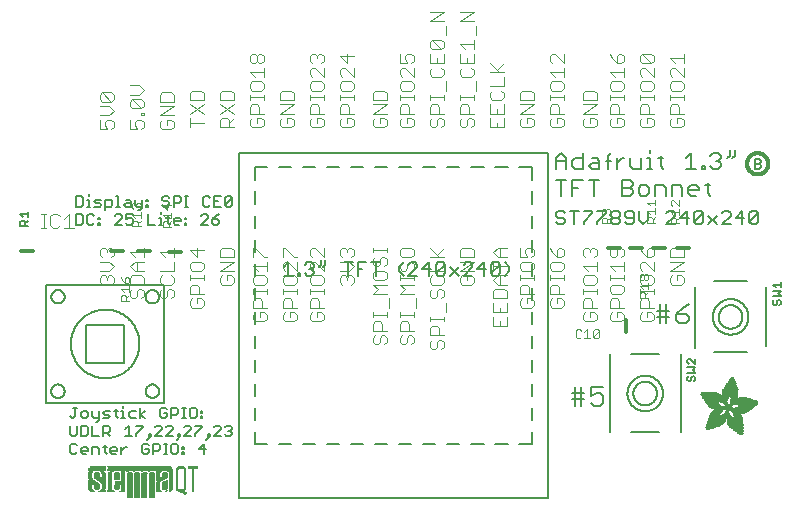
<source format=gbr>
G04 EAGLE Gerber RS-274X export*
G75*
%MOMM*%
%FSLAX34Y34*%
%LPD*%
%INSilkscreen Top*%
%IPPOS*%
%AMOC8*
5,1,8,0,0,1.08239X$1,22.5*%
G01*
%ADD10C,0.203200*%
%ADD11C,0.152400*%
%ADD12C,0.127000*%
%ADD13C,0.304800*%
%ADD14C,0.076200*%
%ADD15C,0.101600*%
%ADD16R,0.068600X0.007600*%
%ADD17R,0.114300X0.007600*%
%ADD18R,0.152400X0.007700*%
%ADD19R,0.182900X0.007600*%
%ADD20R,0.205700X0.007600*%
%ADD21R,0.228600X0.007600*%
%ADD22R,0.259100X0.007600*%
%ADD23R,0.274300X0.007700*%
%ADD24R,0.289500X0.007600*%
%ADD25R,0.304800X0.007600*%
%ADD26R,0.320100X0.007600*%
%ADD27R,0.342900X0.007600*%
%ADD28R,0.350500X0.007700*%
%ADD29R,0.365800X0.007600*%
%ADD30R,0.381000X0.007600*%
%ADD31R,0.388600X0.007600*%
%ADD32R,0.403800X0.007600*%
%ADD33R,0.419100X0.007700*%
%ADD34R,0.426700X0.007600*%
%ADD35R,0.441900X0.007600*%
%ADD36R,0.449600X0.007600*%
%ADD37R,0.464800X0.007600*%
%ADD38R,0.480000X0.007700*%
%ADD39R,0.487600X0.007600*%
%ADD40R,0.495300X0.007600*%
%ADD41R,0.510500X0.007600*%
%ADD42R,0.518100X0.007600*%
%ADD43R,0.525700X0.007700*%
%ADD44R,0.541000X0.007600*%
%ADD45R,0.548600X0.007600*%
%ADD46R,0.563800X0.007600*%
%ADD47R,0.571500X0.007600*%
%ADD48R,0.579100X0.007700*%
%ADD49R,0.594300X0.007600*%
%ADD50R,0.601900X0.007600*%
%ADD51R,0.609600X0.007600*%
%ADD52R,0.624800X0.007600*%
%ADD53R,0.632400X0.007700*%
%ADD54R,0.640000X0.007600*%
%ADD55R,0.655300X0.007600*%
%ADD56R,0.662900X0.007600*%
%ADD57R,0.678100X0.007600*%
%ADD58R,0.685800X0.007700*%
%ADD59R,0.693400X0.007600*%
%ADD60R,0.708600X0.007600*%
%ADD61R,0.716200X0.007600*%
%ADD62R,0.723900X0.007600*%
%ADD63R,0.739100X0.007700*%
%ADD64R,0.746700X0.007600*%
%ADD65R,0.754300X0.007600*%
%ADD66R,0.769600X0.007600*%
%ADD67R,0.777200X0.007600*%
%ADD68R,0.792400X0.007700*%
%ADD69R,0.800100X0.007600*%
%ADD70R,0.807700X0.007600*%
%ADD71R,0.822900X0.007600*%
%ADD72R,0.830500X0.007600*%
%ADD73R,0.838200X0.007700*%
%ADD74R,0.091500X0.007600*%
%ADD75R,0.853400X0.007600*%
%ADD76R,0.144700X0.007600*%
%ADD77R,0.861000X0.007600*%
%ADD78R,0.190500X0.007600*%
%ADD79R,0.876300X0.007600*%
%ADD80R,0.221000X0.007600*%
%ADD81R,0.883900X0.007600*%
%ADD82R,0.259000X0.007700*%
%ADD83R,0.891500X0.007700*%
%ADD84R,0.289600X0.007600*%
%ADD85R,0.906700X0.007600*%
%ADD86R,0.914400X0.007600*%
%ADD87R,0.350500X0.007600*%
%ADD88R,0.922000X0.007600*%
%ADD89R,0.937200X0.007600*%
%ADD90R,0.411400X0.007700*%
%ADD91R,0.944800X0.007700*%
%ADD92R,0.434300X0.007600*%
%ADD93R,0.952500X0.007600*%
%ADD94R,0.464900X0.007600*%
%ADD95R,0.967700X0.007600*%
%ADD96R,0.975300X0.007600*%
%ADD97R,0.518200X0.007600*%
%ADD98R,0.990600X0.007600*%
%ADD99R,0.548600X0.007700*%
%ADD100R,0.998200X0.007700*%
%ADD101R,1.005800X0.007600*%
%ADD102R,0.594400X0.007600*%
%ADD103R,1.021000X0.007600*%
%ADD104R,0.617200X0.007600*%
%ADD105R,1.028700X0.007600*%
%ADD106R,0.647700X0.007600*%
%ADD107R,1.036300X0.007600*%
%ADD108R,0.670500X0.007700*%
%ADD109R,1.051500X0.007700*%
%ADD110R,1.059100X0.007600*%
%ADD111R,0.716300X0.007600*%
%ADD112R,1.066800X0.007600*%
%ADD113R,0.739100X0.007600*%
%ADD114R,1.074400X0.007600*%
%ADD115R,0.762000X0.007600*%
%ADD116R,1.089600X0.007600*%
%ADD117R,0.784800X0.007700*%
%ADD118R,1.097200X0.007700*%
%ADD119R,1.104900X0.007600*%
%ADD120R,0.830600X0.007600*%
%ADD121R,1.112500X0.007600*%
%ADD122R,0.845800X0.007600*%
%ADD123R,1.120100X0.007600*%
%ADD124R,0.868700X0.007600*%
%ADD125R,1.127700X0.007600*%
%ADD126R,1.135300X0.007700*%
%ADD127R,1.143000X0.007600*%
%ADD128R,0.944900X0.007600*%
%ADD129R,1.150600X0.007600*%
%ADD130R,0.960100X0.007600*%
%ADD131R,1.158200X0.007600*%
%ADD132R,0.983000X0.007600*%
%ADD133R,1.165800X0.007600*%
%ADD134R,1.005900X0.007700*%
%ADD135R,1.173400X0.007700*%
%ADD136R,1.021100X0.007600*%
%ADD137R,1.181100X0.007600*%
%ADD138R,1.044000X0.007600*%
%ADD139R,1.188700X0.007600*%
%ADD140R,1.196300X0.007600*%
%ADD141R,1.082000X0.007600*%
%ADD142R,1.203900X0.007600*%
%ADD143R,1.104900X0.007700*%
%ADD144R,1.211500X0.007700*%
%ADD145R,1.211500X0.007600*%
%ADD146R,1.219200X0.007600*%
%ADD147R,1.226800X0.007600*%
%ADD148R,1.234400X0.007600*%
%ADD149R,1.188700X0.007700*%
%ADD150R,1.242000X0.007700*%
%ADD151R,1.242000X0.007600*%
%ADD152R,1.211600X0.007600*%
%ADD153R,1.249600X0.007600*%
%ADD154R,1.257300X0.007600*%
%ADD155R,1.264900X0.007600*%
%ADD156R,1.242100X0.007700*%
%ADD157R,1.264900X0.007700*%
%ADD158R,1.272500X0.007600*%
%ADD159R,1.265000X0.007600*%
%ADD160R,1.280100X0.007600*%
%ADD161R,1.272600X0.007600*%
%ADD162R,1.287700X0.007600*%
%ADD163R,1.287800X0.007600*%
%ADD164R,1.295400X0.007700*%
%ADD165R,1.303000X0.007600*%
%ADD166R,1.318200X0.007600*%
%ADD167R,1.310600X0.007600*%
%ADD168R,1.325900X0.007600*%
%ADD169R,1.341100X0.007700*%
%ADD170R,1.318200X0.007700*%
%ADD171R,1.341100X0.007600*%
%ADD172R,1.325800X0.007600*%
%ADD173R,1.348700X0.007600*%
%ADD174R,1.364000X0.007600*%
%ADD175R,1.333500X0.007600*%
%ADD176R,1.371600X0.007700*%
%ADD177R,1.379200X0.007600*%
%ADD178R,1.379300X0.007600*%
%ADD179R,1.386900X0.007600*%
%ADD180R,1.394500X0.007600*%
%ADD181R,1.356300X0.007600*%
%ADD182R,1.394400X0.007700*%
%ADD183R,1.356300X0.007700*%
%ADD184R,1.402000X0.007600*%
%ADD185R,1.409700X0.007600*%
%ADD186R,1.363900X0.007600*%
%ADD187R,1.417300X0.007600*%
%ADD188R,1.371600X0.007600*%
%ADD189R,1.424900X0.007700*%
%ADD190R,1.424900X0.007600*%
%ADD191R,1.432600X0.007600*%
%ADD192R,1.440200X0.007600*%
%ADD193R,1.386800X0.007600*%
%ADD194R,1.447800X0.007700*%
%ADD195R,1.386800X0.007700*%
%ADD196R,1.447800X0.007600*%
%ADD197R,1.455500X0.007600*%
%ADD198R,1.394400X0.007600*%
%ADD199R,1.463100X0.007600*%
%ADD200R,1.455400X0.007700*%
%ADD201R,1.463000X0.007600*%
%ADD202R,1.470600X0.007600*%
%ADD203R,1.470600X0.007700*%
%ADD204R,1.409700X0.007700*%
%ADD205R,1.470700X0.007600*%
%ADD206R,1.402100X0.007600*%
%ADD207R,1.478300X0.007600*%
%ADD208R,1.478300X0.007700*%
%ADD209R,1.402100X0.007700*%
%ADD210R,1.485900X0.007600*%
%ADD211R,1.485900X0.007700*%
%ADD212R,1.493500X0.007700*%
%ADD213R,1.493500X0.007600*%
%ADD214R,1.394500X0.007700*%
%ADD215R,1.493600X0.007700*%
%ADD216R,1.386900X0.007700*%
%ADD217R,1.379200X0.007700*%
%ADD218R,2.857500X0.007700*%
%ADD219R,2.857500X0.007600*%
%ADD220R,2.849900X0.007600*%
%ADD221R,2.842300X0.007600*%
%ADD222R,2.834700X0.007700*%
%ADD223R,2.827000X0.007600*%
%ADD224R,2.819400X0.007600*%
%ADD225R,2.811800X0.007600*%
%ADD226R,2.811800X0.007700*%
%ADD227R,2.804100X0.007600*%
%ADD228R,2.796500X0.007600*%
%ADD229R,1.966000X0.007600*%
%ADD230R,1.943100X0.007600*%
%ADD231R,0.754400X0.007600*%
%ADD232R,1.927900X0.007700*%
%ADD233R,0.746700X0.007700*%
%ADD234R,1.912600X0.007600*%
%ADD235R,0.731500X0.007600*%
%ADD236R,1.905000X0.007600*%
%ADD237R,1.882200X0.007600*%
%ADD238R,1.874600X0.007600*%
%ADD239R,1.866900X0.007700*%
%ADD240R,0.708700X0.007700*%
%ADD241R,1.851600X0.007600*%
%ADD242R,0.701100X0.007600*%
%ADD243R,1.844000X0.007600*%
%ADD244R,1.836400X0.007600*%
%ADD245R,1.821200X0.007600*%
%ADD246R,0.685800X0.007600*%
%ADD247R,1.813500X0.007700*%
%ADD248R,1.805900X0.007600*%
%ADD249R,0.678200X0.007600*%
%ADD250R,1.790700X0.007600*%
%ADD251R,0.670600X0.007600*%
%ADD252R,1.775500X0.007600*%
%ADD253R,1.767900X0.007700*%
%ADD254R,0.663000X0.007700*%
%ADD255R,1.760200X0.007600*%
%ADD256R,1.752600X0.007600*%
%ADD257R,0.937300X0.007600*%
%ADD258R,0.792500X0.007600*%
%ADD259R,0.899100X0.007600*%
%ADD260R,0.883900X0.007700*%
%ADD261R,0.716300X0.007700*%
%ADD262R,0.647700X0.007700*%
%ADD263R,0.640100X0.007600*%
%ADD264R,0.632500X0.007600*%
%ADD265R,0.655400X0.007600*%
%ADD266R,0.632400X0.007600*%
%ADD267R,0.845800X0.007700*%
%ADD268R,0.617200X0.007700*%
%ADD269R,0.624800X0.007700*%
%ADD270R,0.602000X0.007600*%
%ADD271R,0.838200X0.007600*%
%ADD272R,0.586700X0.007600*%
%ADD273R,0.548700X0.007600*%
%ADD274R,0.830500X0.007700*%
%ADD275R,0.541000X0.007700*%
%ADD276R,0.594300X0.007700*%
%ADD277R,0.525800X0.007600*%
%ADD278R,0.586800X0.007600*%
%ADD279R,0.815300X0.007600*%
%ADD280R,0.579200X0.007600*%
%ADD281R,0.815400X0.007600*%
%ADD282R,0.815400X0.007700*%
%ADD283R,0.571500X0.007700*%
%ADD284R,0.807800X0.007600*%
%ADD285R,0.563900X0.007600*%
%ADD286R,0.457200X0.007600*%
%ADD287R,0.442000X0.007600*%
%ADD288R,0.556300X0.007600*%
%ADD289R,0.807700X0.007700*%
%ADD290R,0.411500X0.007600*%
%ADD291R,0.533400X0.007600*%
%ADD292R,0.076200X0.007600*%
%ADD293R,0.403900X0.007600*%
%ADD294R,0.525700X0.007600*%
%ADD295R,0.388700X0.007600*%
%ADD296R,0.297200X0.007600*%
%ADD297R,0.373400X0.007700*%
%ADD298R,0.503000X0.007700*%
%ADD299R,0.426800X0.007700*%
%ADD300R,0.358100X0.007600*%
%ADD301R,0.502900X0.007600*%
%ADD302R,0.472400X0.007600*%
%ADD303R,0.487700X0.007600*%
%ADD304R,0.335300X0.007600*%
%ADD305R,0.792500X0.007700*%
%ADD306R,0.327600X0.007700*%
%ADD307R,0.472400X0.007700*%
%ADD308R,0.640000X0.007700*%
%ADD309R,0.784800X0.007600*%
%ADD310R,0.320000X0.007600*%
%ADD311R,0.792400X0.007600*%
%ADD312R,1.173400X0.007600*%
%ADD313R,1.196400X0.007600*%
%ADD314R,0.784900X0.007600*%
%ADD315R,0.784900X0.007700*%
%ADD316R,0.297200X0.007700*%
%ADD317R,1.249700X0.007600*%
%ADD318R,0.281900X0.007600*%
%ADD319R,1.295400X0.007600*%
%ADD320R,0.266700X0.007600*%
%ADD321R,0.777300X0.007700*%
%ADD322R,0.266700X0.007700*%
%ADD323R,1.333500X0.007700*%
%ADD324R,0.777300X0.007600*%
%ADD325R,1.348800X0.007600*%
%ADD326R,0.251500X0.007600*%
%ADD327R,0.243900X0.007700*%
%ADD328R,0.243900X0.007600*%
%ADD329R,1.440100X0.007600*%
%ADD330R,0.236200X0.007600*%
%ADD331R,0.762000X0.007700*%
%ADD332R,0.236200X0.007700*%
%ADD333R,1.508700X0.007700*%
%ADD334R,1.531600X0.007600*%
%ADD335R,1.546900X0.007600*%
%ADD336R,1.569700X0.007600*%
%ADD337R,1.585000X0.007600*%
%ADD338R,0.746800X0.007700*%
%ADD339R,1.607800X0.007700*%
%ADD340R,0.243800X0.007600*%
%ADD341R,1.630700X0.007600*%
%ADD342R,1.653500X0.007600*%
%ADD343R,0.739200X0.007600*%
%ADD344R,1.684000X0.007600*%
%ADD345R,2.019300X0.007600*%
%ADD346R,0.731500X0.007700*%
%ADD347R,2.026900X0.007700*%
%ADD348R,2.049800X0.007600*%
%ADD349R,2.057400X0.007600*%
%ADD350R,0.708700X0.007600*%
%ADD351R,2.072600X0.007600*%
%ADD352R,0.701000X0.007600*%
%ADD353R,2.095500X0.007600*%
%ADD354R,0.693500X0.007700*%
%ADD355R,2.110800X0.007700*%
%ADD356R,2.141200X0.007600*%
%ADD357R,0.060900X0.007600*%
%ADD358R,2.872700X0.007600*%
%ADD359R,3.124200X0.007600*%
%ADD360R,3.177600X0.007600*%
%ADD361R,3.215600X0.007700*%
%ADD362R,3.253700X0.007600*%
%ADD363R,3.284300X0.007600*%
%ADD364R,3.314700X0.007600*%
%ADD365R,3.352800X0.007600*%
%ADD366R,3.375600X0.007700*%
%ADD367R,3.406200X0.007600*%
%ADD368R,3.429000X0.007600*%
%ADD369R,3.451800X0.007600*%
%ADD370R,3.482400X0.007600*%
%ADD371R,1.828800X0.007700*%
%ADD372R,1.539300X0.007700*%
%ADD373R,1.767900X0.007600*%
%ADD374R,1.767800X0.007600*%
%ADD375R,1.760200X0.007700*%
%ADD376R,1.760300X0.007600*%
%ADD377R,1.775400X0.007700*%
%ADD378R,1.379300X0.007700*%
%ADD379R,1.783000X0.007600*%
%ADD380R,1.813500X0.007600*%
%ADD381R,1.821100X0.007700*%
%ADD382R,0.503000X0.007600*%
%ADD383R,1.135400X0.007600*%
%ADD384R,1.127700X0.007700*%
%ADD385R,0.487700X0.007700*%
%ADD386R,1.120200X0.007600*%
%ADD387R,1.097300X0.007600*%
%ADD388R,0.510600X0.007600*%
%ADD389R,1.074400X0.007700*%
%ADD390R,0.525800X0.007700*%
%ADD391R,1.440200X0.007700*%
%ADD392R,1.059200X0.007600*%
%ADD393R,1.051600X0.007600*%
%ADD394R,1.051500X0.007600*%
%ADD395R,1.043900X0.007700*%
%ADD396R,0.602000X0.007700*%
%ADD397R,1.524000X0.007600*%
%ADD398R,1.539300X0.007600*%
%ADD399R,1.592600X0.007600*%
%ADD400R,1.021100X0.007700*%
%ADD401R,1.615400X0.007700*%
%ADD402R,1.013400X0.007600*%
%ADD403R,1.653600X0.007600*%
%ADD404R,1.013500X0.007600*%
%ADD405R,1.699300X0.007600*%
%ADD406R,2.743200X0.007600*%
%ADD407R,1.005900X0.007600*%
%ADD408R,2.415500X0.007600*%
%ADD409R,1.005800X0.007700*%
%ADD410R,0.281900X0.007700*%
%ADD411R,2.408000X0.007700*%
%ADD412R,2.407900X0.007600*%
%ADD413R,0.998200X0.007600*%
%ADD414R,0.282000X0.007600*%
%ADD415R,0.998300X0.007600*%
%ADD416R,2.400300X0.007600*%
%ADD417R,0.289500X0.007700*%
%ADD418R,2.400300X0.007700*%
%ADD419R,0.297100X0.007600*%
%ADD420R,0.312400X0.007600*%
%ADD421R,2.392700X0.007600*%
%ADD422R,0.990600X0.007700*%
%ADD423R,0.327700X0.007700*%
%ADD424R,2.392700X0.007700*%
%ADD425R,2.385100X0.007600*%
%ADD426R,0.381000X0.007700*%
%ADD427R,2.377400X0.007700*%
%ADD428R,2.377400X0.007600*%
%ADD429R,2.369800X0.007600*%
%ADD430R,0.419100X0.007600*%
%ADD431R,2.362200X0.007600*%
%ADD432R,0.426800X0.007600*%
%ADD433R,1.036300X0.007700*%
%ADD434R,0.442000X0.007700*%
%ADD435R,2.354600X0.007700*%
%ADD436R,2.354600X0.007600*%
%ADD437R,0.480100X0.007600*%
%ADD438R,2.347000X0.007600*%
%ADD439R,1.074500X0.007600*%
%ADD440R,2.339400X0.007600*%
%ADD441R,1.082100X0.007700*%
%ADD442R,0.548700X0.007700*%
%ADD443R,2.331800X0.007700*%
%ADD444R,2.331800X0.007600*%
%ADD445R,0.624900X0.007600*%
%ADD446R,2.324100X0.007600*%
%ADD447R,1.859300X0.007600*%
%ADD448R,2.308800X0.007600*%
%ADD449R,2.301200X0.007700*%
%ADD450R,2.301200X0.007600*%
%ADD451R,2.293600X0.007600*%
%ADD452R,2.278400X0.007600*%
%ADD453R,1.889800X0.007600*%
%ADD454R,2.270700X0.007600*%
%ADD455R,1.897400X0.007700*%
%ADD456R,2.255500X0.007700*%
%ADD457R,1.897400X0.007600*%
%ADD458R,2.247900X0.007600*%
%ADD459R,2.232600X0.007600*%
%ADD460R,1.912700X0.007600*%
%ADD461R,2.209800X0.007600*%
%ADD462R,1.920300X0.007600*%
%ADD463R,2.186900X0.007600*%
%ADD464R,1.920300X0.007700*%
%ADD465R,2.171700X0.007700*%
%ADD466R,1.935500X0.007600*%
%ADD467R,2.148800X0.007600*%
%ADD468R,2.126000X0.007600*%
%ADD469R,1.950700X0.007600*%
%ADD470R,1.958400X0.007700*%
%ADD471R,2.042200X0.007700*%
%ADD472R,1.973600X0.007600*%
%ADD473R,1.996500X0.007600*%
%ADD474R,1.981200X0.007600*%
%ADD475R,1.988800X0.007600*%
%ADD476R,1.996400X0.007700*%
%ADD477R,1.996400X0.007600*%
%ADD478R,2.004100X0.007600*%
%ADD479R,1.874500X0.007600*%
%ADD480R,1.425000X0.007600*%
%ADD481R,2.026900X0.007600*%
%ADD482R,0.434400X0.007700*%
%ADD483R,1.364000X0.007700*%
%ADD484R,2.034500X0.007600*%
%ADD485R,0.434400X0.007600*%
%ADD486R,2.049700X0.007600*%
%ADD487R,2.065000X0.007700*%
%ADD488R,0.464800X0.007700*%
%ADD489R,1.196300X0.007700*%
%ADD490R,2.080300X0.007600*%
%ADD491R,1.158300X0.007600*%
%ADD492R,2.087900X0.007600*%
%ADD493R,0.472500X0.007600*%
%ADD494R,2.103100X0.007600*%
%ADD495R,2.118400X0.007600*%
%ADD496R,2.133600X0.007600*%
%ADD497R,2.148800X0.007700*%
%ADD498R,2.164000X0.007600*%
%ADD499R,2.171700X0.007600*%
%ADD500R,2.187000X0.007600*%
%ADD501R,0.556200X0.007600*%
%ADD502R,2.202200X0.007700*%
%ADD503R,0.556200X0.007700*%
%ADD504R,0.640100X0.007700*%
%ADD505R,0.579100X0.007600*%
%ADD506R,0.480000X0.007600*%
%ADD507R,1.752600X0.007700*%
%ADD508R,0.487600X0.007700*%
%ADD509R,0.594400X0.007700*%
%ADD510R,0.358100X0.007700*%
%ADD511R,0.099000X0.007600*%
%ADD512R,1.280200X0.007600*%
%ADD513R,1.745000X0.007600*%
%ADD514R,1.744900X0.007600*%
%ADD515R,1.737300X0.007700*%
%ADD516R,1.737400X0.007600*%
%ADD517R,1.729800X0.007600*%
%ADD518R,1.722200X0.007600*%
%ADD519R,1.722100X0.007600*%
%ADD520R,1.714500X0.007700*%
%ADD521R,1.356400X0.007700*%
%ADD522R,1.706900X0.007600*%
%ADD523R,1.356400X0.007600*%
%ADD524R,1.691700X0.007600*%
%ADD525R,1.668800X0.007700*%
%ADD526R,1.645900X0.007600*%
%ADD527R,1.623100X0.007600*%
%ADD528R,1.577400X0.007600*%
%ADD529R,1.554400X0.007600*%
%ADD530R,1.539200X0.007600*%
%ADD531R,1.524000X0.007700*%
%ADD532R,1.501100X0.007600*%
%ADD533R,1.455400X0.007600*%
%ADD534R,1.348800X0.007700*%
%ADD535R,1.318300X0.007600*%
%ADD536R,1.310600X0.007700*%
%ADD537R,1.287800X0.007700*%
%ADD538R,1.234500X0.007600*%
%ADD539R,1.226900X0.007600*%
%ADD540R,1.173500X0.007700*%
%ADD541R,1.173500X0.007600*%
%ADD542R,1.165900X0.007600*%
%ADD543R,1.143000X0.007700*%
%ADD544R,1.127800X0.007600*%
%ADD545R,1.097200X0.007600*%
%ADD546R,1.028700X0.007700*%
%ADD547R,0.982900X0.007600*%
%ADD548R,0.952500X0.007700*%
%ADD549R,0.929600X0.007600*%
%ADD550R,0.906800X0.007700*%
%ADD551R,0.906800X0.007600*%
%ADD552R,0.899200X0.007600*%
%ADD553R,0.884000X0.007600*%
%ADD554R,0.876300X0.007700*%
%ADD555R,0.830600X0.007700*%
%ADD556R,0.754400X0.007700*%
%ADD557R,0.746800X0.007600*%
%ADD558R,0.708600X0.007700*%
%ADD559R,0.678200X0.007700*%
%ADD560R,0.663000X0.007600*%
%ADD561R,0.632500X0.007700*%
%ADD562R,0.556300X0.007700*%
%ADD563R,0.518200X0.007700*%
%ADD564R,0.434300X0.007700*%
%ADD565R,0.396300X0.007700*%
%ADD566R,0.373300X0.007600*%
%ADD567R,0.365700X0.007600*%
%ADD568R,0.327700X0.007600*%
%ADD569R,0.304800X0.007700*%
%ADD570R,0.274300X0.007600*%
%ADD571R,0.243800X0.007700*%
%ADD572R,0.205800X0.007600*%
%ADD573R,0.152400X0.007600*%
%ADD574R,0.121900X0.007700*%
%ADD575R,0.462278X0.022863*%
%ADD576R,0.462281X0.022863*%
%ADD577R,0.436881X0.022863*%
%ADD578R,0.462278X0.023113*%
%ADD579R,0.462281X0.023113*%
%ADD580R,0.436881X0.023113*%
%ADD581R,0.462278X0.023116*%
%ADD582R,0.462281X0.023116*%
%ADD583R,0.436881X0.023116*%
%ADD584R,0.022863X0.023113*%
%ADD585R,0.091441X0.023116*%
%ADD586R,0.139700X0.023113*%
%ADD587R,0.185419X0.023116*%
%ADD588R,0.254000X0.023113*%
%ADD589R,0.299719X0.023113*%
%ADD590R,0.345438X0.023116*%
%ADD591R,0.391159X0.023113*%
%ADD592R,0.393700X0.023116*%
%ADD593R,0.325119X0.022863*%
%ADD594R,0.599438X0.022863*%
%ADD595R,0.622300X0.022863*%
%ADD596R,0.530859X0.022863*%
%ADD597R,0.439422X0.022863*%
%ADD598R,0.231138X0.022863*%
%ADD599R,0.071119X0.022863*%
%ADD600R,0.533400X0.022863*%
%ADD601R,0.208281X0.022863*%
%ADD602R,0.345441X0.023113*%
%ADD603R,0.576578X0.023113*%
%ADD604R,0.599438X0.023113*%
%ADD605R,0.508000X0.023113*%
%ADD606R,0.416563X0.023113*%
%ADD607R,0.208278X0.023113*%
%ADD608R,0.553722X0.023113*%
%ADD609R,0.208281X0.023113*%
%ADD610R,0.345441X0.023116*%
%ADD611R,0.530859X0.023116*%
%ADD612R,0.370841X0.023116*%
%ADD613R,0.162559X0.023116*%
%ADD614R,0.576581X0.023116*%
%ADD615R,0.208281X0.023116*%
%ADD616R,0.322578X0.023113*%
%ADD617R,0.485137X0.023113*%
%ADD618R,0.416559X0.023113*%
%ADD619R,0.347981X0.023113*%
%ADD620R,0.116838X0.023113*%
%ADD621R,0.647700X0.023113*%
%ADD622R,0.322581X0.023116*%
%ADD623R,0.485137X0.023116*%
%ADD624R,0.093978X0.023116*%
%ADD625R,0.231141X0.023116*%
%ADD626R,0.693419X0.023116*%
%ADD627R,0.322581X0.023113*%
%ADD628R,0.439419X0.023113*%
%ADD629R,0.370841X0.023113*%
%ADD630R,0.299722X0.023113*%
%ADD631R,0.045719X0.023113*%
%ADD632R,0.739138X0.023113*%
%ADD633R,0.414019X0.023113*%
%ADD634R,0.347978X0.023113*%
%ADD635R,0.762000X0.023113*%
%ADD636R,0.414019X0.023116*%
%ADD637R,0.182881X0.023116*%
%ADD638R,0.347978X0.023116*%
%ADD639R,0.276863X0.023116*%
%ADD640R,0.116841X0.023116*%
%ADD641R,0.276859X0.023116*%
%ADD642R,0.784863X0.023116*%
%ADD643R,0.325119X0.023113*%
%ADD644R,0.276863X0.023113*%
%ADD645R,0.276859X0.023113*%
%ADD646R,0.325119X0.023116*%
%ADD647R,0.391159X0.023116*%
%ADD648R,0.302259X0.023116*%
%ADD649R,0.254000X0.023116*%
%ADD650R,0.302259X0.023113*%
%ADD651R,0.393700X0.023113*%
%ADD652R,0.231141X0.023113*%
%ADD653R,0.302259X0.022863*%
%ADD654R,0.439419X0.022863*%
%ADD655R,0.368300X0.022863*%
%ADD656R,0.391159X0.022863*%
%ADD657R,0.416559X0.022863*%
%ADD658R,0.276863X0.022863*%
%ADD659R,0.205741X0.022863*%
%ADD660R,0.368300X0.023113*%
%ADD661R,0.205741X0.023113*%
%ADD662R,0.368300X0.023116*%
%ADD663R,0.205741X0.023116*%
%ADD664R,0.182881X0.023113*%
%ADD665R,0.276859X0.022863*%
%ADD666R,0.182881X0.022863*%
%ADD667R,0.924559X0.023113*%
%ADD668R,0.924559X0.023116*%
%ADD669R,0.901700X0.023113*%
%ADD670R,0.901700X0.023116*%
%ADD671R,0.878841X0.023113*%
%ADD672R,0.855981X0.023116*%
%ADD673R,0.833119X0.023113*%
%ADD674R,0.787400X0.022863*%
%ADD675R,0.414019X0.022863*%
%ADD676R,0.924559X0.022863*%
%ADD677R,0.739141X0.023113*%
%ADD678R,0.716281X0.023116*%
%ADD679R,0.299722X0.023116*%
%ADD680R,0.670559X0.023113*%
%ADD681R,0.647700X0.023116*%
%ADD682R,0.508000X0.023116*%
%ADD683R,0.299719X0.023116*%
%ADD684R,0.601981X0.023113*%
%ADD685R,0.530859X0.023113*%
%ADD686R,0.231138X0.023113*%
%ADD687R,0.556259X0.023113*%
%ADD688R,0.185419X0.023113*%
%ADD689R,0.533400X0.023116*%
%ADD690R,0.599438X0.023116*%
%ADD691R,0.416563X0.023116*%
%ADD692R,0.116838X0.023116*%
%ADD693R,0.485141X0.023113*%
%ADD694R,0.645159X0.023113*%
%ADD695R,0.716278X0.023113*%
%ADD696R,0.393700X0.022863*%
%ADD697R,0.762000X0.022863*%
%ADD698R,0.624841X0.022863*%
%ADD699R,0.784859X0.023113*%
%ADD700R,0.693422X0.023113*%
%ADD701R,0.830578X0.023116*%
%ADD702R,0.739141X0.023116*%
%ADD703R,0.876300X0.023113*%
%ADD704R,0.807722X0.023113*%
%ADD705R,0.899159X0.023116*%
%ADD706R,0.878841X0.023116*%
%ADD707R,0.922019X0.023113*%
%ADD708R,0.947419X0.023113*%
%ADD709R,0.970278X0.023116*%
%ADD710R,0.970278X0.023113*%
%ADD711R,0.439419X0.023116*%
%ADD712R,0.299722X0.022863*%
%ADD713R,0.416559X0.023116*%
%ADD714R,0.347981X0.023116*%
%ADD715R,0.137159X0.023113*%
%ADD716R,0.093978X0.023113*%
%ADD717R,0.091441X0.023113*%
%ADD718R,0.093981X0.023113*%
%ADD719R,0.114300X0.023113*%
%ADD720R,0.045719X0.023116*%
%ADD721R,0.045722X0.023116*%
%ADD722R,0.071119X0.023113*%
%ADD723R,0.116841X0.023113*%
%ADD724R,0.139700X0.023116*%
%ADD725R,0.322581X0.022863*%
%ADD726R,0.345441X0.022863*%
%ADD727R,0.162559X0.022863*%
%ADD728R,0.576581X0.022863*%
%ADD729R,0.668019X0.023113*%
%ADD730R,0.533400X0.023113*%
%ADD731R,1.455419X0.023116*%
%ADD732R,5.519419X0.023116*%
%ADD733R,1.455419X0.023113*%
%ADD734R,5.519419X0.023113*%
%ADD735R,5.494019X0.023116*%
%ADD736R,1.430019X0.023113*%
%ADD737R,5.494019X0.023113*%
%ADD738R,1.430019X0.023116*%
%ADD739R,5.471159X0.023116*%
%ADD740R,0.762000X0.023116*%
%ADD741R,1.407159X0.023113*%
%ADD742R,5.471159X0.023113*%
%ADD743R,1.384300X0.022863*%
%ADD744R,5.448300X0.022863*%
%ADD745R,0.716278X0.022863*%
%ADD746R,0.878841X0.022863*%
%ADD747R,1.361438X0.023113*%
%ADD748R,5.425438X0.023113*%
%ADD749R,1.338578X0.023116*%
%ADD750R,5.402578X0.023116*%
%ADD751R,0.624841X0.023116*%
%ADD752R,1.292859X0.023113*%
%ADD753R,5.356859X0.023113*%
%ADD754R,1.224278X0.023116*%
%ADD755R,5.288278X0.023116*%


D10*
X462807Y282956D02*
X462807Y291769D01*
X467213Y296175D01*
X471619Y291769D01*
X471619Y282956D01*
X471619Y289566D02*
X462807Y289566D01*
X485652Y296175D02*
X485652Y282956D01*
X479042Y282956D01*
X476839Y285159D01*
X476839Y289566D01*
X479042Y291769D01*
X485652Y291769D01*
X493075Y291769D02*
X497482Y291769D01*
X499685Y289566D01*
X499685Y282956D01*
X493075Y282956D01*
X490872Y285159D01*
X493075Y287362D01*
X499685Y287362D01*
X507108Y282956D02*
X507108Y293972D01*
X509311Y296175D01*
X509311Y289566D02*
X504905Y289566D01*
X514260Y291769D02*
X514260Y282956D01*
X514260Y287362D02*
X518666Y291769D01*
X520870Y291769D01*
X525954Y291769D02*
X525954Y285159D01*
X528157Y282956D01*
X534767Y282956D01*
X534767Y291769D01*
X539987Y291769D02*
X542190Y291769D01*
X542190Y282956D01*
X539987Y282956D02*
X544393Y282956D01*
X542190Y296175D02*
X542190Y298379D01*
X551545Y293972D02*
X551545Y285159D01*
X553748Y282956D01*
X553748Y291769D02*
X549342Y291769D01*
X572730Y291769D02*
X577136Y296175D01*
X577136Y282956D01*
X572730Y282956D02*
X581543Y282956D01*
X586763Y282956D02*
X586763Y285159D01*
X588966Y285159D01*
X588966Y282956D01*
X586763Y282956D01*
X593779Y293972D02*
X595982Y296175D01*
X600389Y296175D01*
X602592Y293972D01*
X602592Y291769D01*
X600389Y289566D01*
X598186Y289566D01*
X600389Y289566D02*
X602592Y287362D01*
X602592Y285159D01*
X600389Y282956D01*
X595982Y282956D01*
X593779Y285159D01*
X610015Y293972D02*
X610015Y298379D01*
X610015Y293972D02*
X607812Y291769D01*
X614422Y293972D02*
X614422Y298379D01*
X614422Y293972D02*
X612218Y291769D01*
X467213Y273315D02*
X467213Y260096D01*
X462807Y273315D02*
X471619Y273315D01*
X476839Y273315D02*
X476839Y260096D01*
X476839Y273315D02*
X485652Y273315D01*
X481246Y266706D02*
X476839Y266706D01*
X495278Y260096D02*
X495278Y273315D01*
X490872Y273315D02*
X499685Y273315D01*
X518938Y273315D02*
X518938Y260096D01*
X518938Y273315D02*
X525547Y273315D01*
X527750Y271112D01*
X527750Y268909D01*
X525547Y266706D01*
X527750Y264502D01*
X527750Y262299D01*
X525547Y260096D01*
X518938Y260096D01*
X518938Y266706D02*
X525547Y266706D01*
X535174Y260096D02*
X539580Y260096D01*
X541783Y262299D01*
X541783Y266706D01*
X539580Y268909D01*
X535174Y268909D01*
X532970Y266706D01*
X532970Y262299D01*
X535174Y260096D01*
X547003Y260096D02*
X547003Y268909D01*
X553613Y268909D01*
X555816Y266706D01*
X555816Y260096D01*
X561036Y260096D02*
X561036Y268909D01*
X567646Y268909D01*
X569849Y266706D01*
X569849Y260096D01*
X577272Y260096D02*
X581678Y260096D01*
X577272Y260096D02*
X575069Y262299D01*
X575069Y266706D01*
X577272Y268909D01*
X581678Y268909D01*
X583882Y266706D01*
X583882Y264502D01*
X575069Y264502D01*
X591305Y262299D02*
X591305Y271112D01*
X591305Y262299D02*
X593508Y260096D01*
X593508Y268909D02*
X589102Y268909D01*
X478761Y98057D02*
X478761Y82296D01*
X484015Y82296D02*
X484015Y98057D01*
X484015Y92804D02*
X476134Y92804D01*
X484015Y92804D02*
X486642Y92804D01*
X486642Y87550D02*
X476134Y87550D01*
X492506Y98057D02*
X503014Y98057D01*
X492506Y98057D02*
X492506Y90177D01*
X497760Y92804D01*
X500387Y92804D01*
X503014Y90177D01*
X503014Y84923D01*
X500387Y82296D01*
X495133Y82296D01*
X492506Y84923D01*
X551151Y152146D02*
X551151Y167907D01*
X556405Y167907D02*
X556405Y152146D01*
X556405Y162654D02*
X548524Y162654D01*
X556405Y162654D02*
X559032Y162654D01*
X559032Y157400D02*
X548524Y157400D01*
X570150Y165281D02*
X575404Y167907D01*
X570150Y165281D02*
X564896Y160027D01*
X564896Y154773D01*
X567523Y152146D01*
X572777Y152146D01*
X575404Y154773D01*
X575404Y157400D01*
X572777Y160027D01*
X564896Y160027D01*
D11*
X470424Y245033D02*
X468560Y246898D01*
X464831Y246898D01*
X462967Y245033D01*
X462967Y243169D01*
X464831Y241305D01*
X468560Y241305D01*
X470424Y239441D01*
X470424Y237576D01*
X468560Y235712D01*
X464831Y235712D01*
X462967Y237576D01*
X478390Y235712D02*
X478390Y246898D01*
X482118Y246898D02*
X474661Y246898D01*
X486355Y246898D02*
X493812Y246898D01*
X493812Y245033D01*
X486355Y237576D01*
X486355Y235712D01*
X498049Y246898D02*
X505506Y246898D01*
X505506Y245033D01*
X498049Y237576D01*
X498049Y235712D01*
X509743Y245033D02*
X511607Y246898D01*
X515336Y246898D01*
X517200Y245033D01*
X517200Y243169D01*
X515336Y241305D01*
X517200Y239441D01*
X517200Y237576D01*
X515336Y235712D01*
X511607Y235712D01*
X509743Y237576D01*
X509743Y239441D01*
X511607Y241305D01*
X509743Y243169D01*
X509743Y245033D01*
X511607Y241305D02*
X515336Y241305D01*
X521437Y237576D02*
X523301Y235712D01*
X527030Y235712D01*
X528894Y237576D01*
X528894Y245033D01*
X527030Y246898D01*
X523301Y246898D01*
X521437Y245033D01*
X521437Y243169D01*
X523301Y241305D01*
X528894Y241305D01*
X533131Y239441D02*
X533131Y246898D01*
X533131Y239441D02*
X536859Y235712D01*
X540588Y239441D01*
X540588Y246898D01*
X556519Y235712D02*
X563976Y235712D01*
X556519Y235712D02*
X563976Y243169D01*
X563976Y245033D01*
X562112Y246898D01*
X558383Y246898D01*
X556519Y245033D01*
X573806Y246898D02*
X573806Y235712D01*
X568213Y241305D02*
X573806Y246898D01*
X575670Y241305D02*
X568213Y241305D01*
X579907Y245033D02*
X579907Y237576D01*
X579907Y245033D02*
X581771Y246898D01*
X585500Y246898D01*
X587364Y245033D01*
X587364Y237576D01*
X585500Y235712D01*
X581771Y235712D01*
X579907Y237576D01*
X587364Y245033D01*
X591601Y243169D02*
X599058Y235712D01*
X591601Y235712D02*
X599058Y243169D01*
X603295Y235712D02*
X610752Y235712D01*
X603295Y235712D02*
X610752Y243169D01*
X610752Y245033D01*
X608887Y246898D01*
X605159Y246898D01*
X603295Y245033D01*
X620581Y246898D02*
X620581Y235712D01*
X614989Y241305D02*
X620581Y246898D01*
X622446Y241305D02*
X614989Y241305D01*
X626683Y245033D02*
X626683Y237576D01*
X626683Y245033D02*
X628547Y246898D01*
X632275Y246898D01*
X634140Y245033D01*
X634140Y237576D01*
X632275Y235712D01*
X628547Y235712D01*
X626683Y237576D01*
X634140Y245033D01*
D12*
X52918Y71755D02*
X51435Y73238D01*
X52918Y71755D02*
X54401Y71755D01*
X55884Y73238D01*
X55884Y80653D01*
X54401Y80653D02*
X57367Y80653D01*
X62273Y71755D02*
X65239Y71755D01*
X66722Y73238D01*
X66722Y76204D01*
X65239Y77687D01*
X62273Y77687D01*
X60790Y76204D01*
X60790Y73238D01*
X62273Y71755D01*
X70145Y73238D02*
X70145Y77687D01*
X70145Y73238D02*
X71628Y71755D01*
X76077Y71755D01*
X76077Y70272D02*
X76077Y77687D01*
X76077Y70272D02*
X74594Y68789D01*
X73111Y68789D01*
X79501Y71755D02*
X83949Y71755D01*
X85432Y73238D01*
X83949Y74721D01*
X80983Y74721D01*
X79501Y76204D01*
X80983Y77687D01*
X85432Y77687D01*
X90339Y79170D02*
X90339Y73238D01*
X91822Y71755D01*
X91822Y77687D02*
X88856Y77687D01*
X95093Y77687D02*
X96575Y77687D01*
X96575Y71755D01*
X95093Y71755D02*
X98058Y71755D01*
X96575Y80653D02*
X96575Y82136D01*
X102812Y77687D02*
X107261Y77687D01*
X102812Y77687D02*
X101329Y76204D01*
X101329Y73238D01*
X102812Y71755D01*
X107261Y71755D01*
X110685Y71755D02*
X110685Y80653D01*
X110685Y74721D02*
X115133Y71755D01*
X110685Y74721D02*
X115133Y77687D01*
X132284Y80653D02*
X133767Y79170D01*
X132284Y80653D02*
X129319Y80653D01*
X127836Y79170D01*
X127836Y73238D01*
X129319Y71755D01*
X132284Y71755D01*
X133767Y73238D01*
X133767Y76204D01*
X130802Y76204D01*
X137191Y71755D02*
X137191Y80653D01*
X141640Y80653D01*
X143123Y79170D01*
X143123Y76204D01*
X141640Y74721D01*
X137191Y74721D01*
X146546Y71755D02*
X149512Y71755D01*
X148029Y71755D02*
X148029Y80653D01*
X146546Y80653D02*
X149512Y80653D01*
X154266Y80653D02*
X157232Y80653D01*
X154266Y80653D02*
X152783Y79170D01*
X152783Y73238D01*
X154266Y71755D01*
X157232Y71755D01*
X158715Y73238D01*
X158715Y79170D01*
X157232Y80653D01*
X162138Y77687D02*
X163621Y77687D01*
X163621Y76204D01*
X162138Y76204D01*
X162138Y77687D01*
X162138Y73238D02*
X163621Y73238D01*
X163621Y71755D01*
X162138Y71755D01*
X162138Y73238D01*
X51435Y65413D02*
X51435Y57998D01*
X52918Y56515D01*
X55884Y56515D01*
X57367Y57998D01*
X57367Y65413D01*
X60790Y65413D02*
X60790Y56515D01*
X65239Y56515D01*
X66722Y57998D01*
X66722Y63930D01*
X65239Y65413D01*
X60790Y65413D01*
X70145Y65413D02*
X70145Y56515D01*
X76077Y56515D01*
X79501Y56515D02*
X79501Y65413D01*
X83949Y65413D01*
X85432Y63930D01*
X85432Y60964D01*
X83949Y59481D01*
X79501Y59481D01*
X82466Y59481D02*
X85432Y56515D01*
X98211Y62447D02*
X101177Y65413D01*
X101177Y56515D01*
X98211Y56515D02*
X104143Y56515D01*
X107566Y65413D02*
X113498Y65413D01*
X113498Y63930D01*
X107566Y57998D01*
X107566Y56515D01*
X116921Y53549D02*
X119887Y56515D01*
X119887Y57998D01*
X118404Y57998D01*
X118404Y56515D01*
X119887Y56515D01*
X123158Y56515D02*
X129090Y56515D01*
X123158Y56515D02*
X129090Y62447D01*
X129090Y63930D01*
X127607Y65413D01*
X124641Y65413D01*
X123158Y63930D01*
X132513Y56515D02*
X138445Y56515D01*
X132513Y56515D02*
X138445Y62447D01*
X138445Y63930D01*
X136962Y65413D01*
X133996Y65413D01*
X132513Y63930D01*
X141868Y53549D02*
X144834Y56515D01*
X144834Y57998D01*
X143351Y57998D01*
X143351Y56515D01*
X144834Y56515D01*
X148105Y56515D02*
X154037Y56515D01*
X148105Y56515D02*
X154037Y62447D01*
X154037Y63930D01*
X152554Y65413D01*
X149588Y65413D01*
X148105Y63930D01*
X157460Y65413D02*
X163392Y65413D01*
X163392Y63930D01*
X157460Y57998D01*
X157460Y56515D01*
X166816Y53549D02*
X169781Y56515D01*
X169781Y57998D01*
X168299Y57998D01*
X168299Y56515D01*
X169781Y56515D01*
X173052Y56515D02*
X178984Y56515D01*
X173052Y56515D02*
X178984Y62447D01*
X178984Y63930D01*
X177501Y65413D01*
X174535Y65413D01*
X173052Y63930D01*
X182408Y63930D02*
X183891Y65413D01*
X186856Y65413D01*
X188339Y63930D01*
X188339Y62447D01*
X186856Y60964D01*
X185373Y60964D01*
X186856Y60964D02*
X188339Y59481D01*
X188339Y57998D01*
X186856Y56515D01*
X183891Y56515D01*
X182408Y57998D01*
X57367Y48690D02*
X55884Y50173D01*
X52918Y50173D01*
X51435Y48690D01*
X51435Y42758D01*
X52918Y41275D01*
X55884Y41275D01*
X57367Y42758D01*
X62273Y41275D02*
X65239Y41275D01*
X62273Y41275D02*
X60790Y42758D01*
X60790Y45724D01*
X62273Y47207D01*
X65239Y47207D01*
X66722Y45724D01*
X66722Y44241D01*
X60790Y44241D01*
X70145Y41275D02*
X70145Y47207D01*
X74594Y47207D01*
X76077Y45724D01*
X76077Y41275D01*
X80983Y42758D02*
X80983Y48690D01*
X80983Y42758D02*
X82466Y41275D01*
X82466Y47207D02*
X79501Y47207D01*
X87220Y41275D02*
X90186Y41275D01*
X87220Y41275D02*
X85737Y42758D01*
X85737Y45724D01*
X87220Y47207D01*
X90186Y47207D01*
X91669Y45724D01*
X91669Y44241D01*
X85737Y44241D01*
X95093Y41275D02*
X95093Y47207D01*
X98058Y47207D02*
X95093Y44241D01*
X98058Y47207D02*
X99541Y47207D01*
X116692Y50173D02*
X118175Y48690D01*
X116692Y50173D02*
X113727Y50173D01*
X112244Y48690D01*
X112244Y42758D01*
X113727Y41275D01*
X116692Y41275D01*
X118175Y42758D01*
X118175Y45724D01*
X115210Y45724D01*
X121599Y41275D02*
X121599Y50173D01*
X126048Y50173D01*
X127531Y48690D01*
X127531Y45724D01*
X126048Y44241D01*
X121599Y44241D01*
X130954Y41275D02*
X133920Y41275D01*
X132437Y41275D02*
X132437Y50173D01*
X130954Y50173D02*
X133920Y50173D01*
X138674Y50173D02*
X141640Y50173D01*
X138674Y50173D02*
X137191Y48690D01*
X137191Y42758D01*
X138674Y41275D01*
X141640Y41275D01*
X143123Y42758D01*
X143123Y48690D01*
X141640Y50173D01*
X146546Y47207D02*
X148029Y47207D01*
X148029Y45724D01*
X146546Y45724D01*
X146546Y47207D01*
X146546Y42758D02*
X148029Y42758D01*
X148029Y41275D01*
X146546Y41275D01*
X146546Y42758D01*
X165028Y41275D02*
X165028Y50173D01*
X160579Y45724D01*
X166511Y45724D01*
X56515Y250825D02*
X56515Y259723D01*
X56515Y250825D02*
X60964Y250825D01*
X62447Y252308D01*
X62447Y258240D01*
X60964Y259723D01*
X56515Y259723D01*
X65870Y256757D02*
X67353Y256757D01*
X67353Y250825D01*
X65870Y250825D02*
X68836Y250825D01*
X67353Y259723D02*
X67353Y261206D01*
X72107Y250825D02*
X76556Y250825D01*
X78039Y252308D01*
X76556Y253791D01*
X73590Y253791D01*
X72107Y255274D01*
X73590Y256757D01*
X78039Y256757D01*
X81462Y256757D02*
X81462Y247859D01*
X81462Y256757D02*
X85911Y256757D01*
X87394Y255274D01*
X87394Y252308D01*
X85911Y250825D01*
X81462Y250825D01*
X90817Y259723D02*
X92300Y259723D01*
X92300Y250825D01*
X90817Y250825D02*
X93783Y250825D01*
X98537Y256757D02*
X101503Y256757D01*
X102986Y255274D01*
X102986Y250825D01*
X98537Y250825D01*
X97054Y252308D01*
X98537Y253791D01*
X102986Y253791D01*
X106409Y252308D02*
X106409Y256757D01*
X106409Y252308D02*
X107892Y250825D01*
X112341Y250825D01*
X112341Y249342D02*
X112341Y256757D01*
X112341Y249342D02*
X110858Y247859D01*
X109375Y247859D01*
X115765Y256757D02*
X117247Y256757D01*
X117247Y255274D01*
X115765Y255274D01*
X115765Y256757D01*
X115765Y252308D02*
X117247Y252308D01*
X117247Y250825D01*
X115765Y250825D01*
X115765Y252308D01*
X134246Y259723D02*
X135729Y258240D01*
X134246Y259723D02*
X131280Y259723D01*
X129797Y258240D01*
X129797Y256757D01*
X131280Y255274D01*
X134246Y255274D01*
X135729Y253791D01*
X135729Y252308D01*
X134246Y250825D01*
X131280Y250825D01*
X129797Y252308D01*
X139152Y250825D02*
X139152Y259723D01*
X143601Y259723D01*
X145084Y258240D01*
X145084Y255274D01*
X143601Y253791D01*
X139152Y253791D01*
X148508Y250825D02*
X151474Y250825D01*
X149991Y250825D02*
X149991Y259723D01*
X148508Y259723D02*
X151474Y259723D01*
X168548Y259723D02*
X170031Y258240D01*
X168548Y259723D02*
X165583Y259723D01*
X164100Y258240D01*
X164100Y252308D01*
X165583Y250825D01*
X168548Y250825D01*
X170031Y252308D01*
X173455Y259723D02*
X179387Y259723D01*
X173455Y259723D02*
X173455Y250825D01*
X179387Y250825D01*
X176421Y255274D02*
X173455Y255274D01*
X182810Y252308D02*
X182810Y258240D01*
X184293Y259723D01*
X187259Y259723D01*
X188742Y258240D01*
X188742Y252308D01*
X187259Y250825D01*
X184293Y250825D01*
X182810Y252308D01*
X188742Y258240D01*
X56515Y244483D02*
X56515Y235585D01*
X60964Y235585D01*
X62447Y237068D01*
X62447Y243000D01*
X60964Y244483D01*
X56515Y244483D01*
X70319Y244483D02*
X71802Y243000D01*
X70319Y244483D02*
X67353Y244483D01*
X65870Y243000D01*
X65870Y237068D01*
X67353Y235585D01*
X70319Y235585D01*
X71802Y237068D01*
X75225Y241517D02*
X76708Y241517D01*
X76708Y240034D01*
X75225Y240034D01*
X75225Y241517D01*
X75225Y237068D02*
X76708Y237068D01*
X76708Y235585D01*
X75225Y235585D01*
X75225Y237068D01*
X89258Y235585D02*
X95190Y235585D01*
X89258Y235585D02*
X95190Y241517D01*
X95190Y243000D01*
X93707Y244483D01*
X90741Y244483D01*
X89258Y243000D01*
X98613Y244483D02*
X104545Y244483D01*
X98613Y244483D02*
X98613Y240034D01*
X101579Y241517D01*
X103062Y241517D01*
X104545Y240034D01*
X104545Y237068D01*
X103062Y235585D01*
X100096Y235585D01*
X98613Y237068D01*
X117324Y235585D02*
X117324Y244483D01*
X117324Y235585D02*
X123255Y235585D01*
X126679Y241517D02*
X128162Y241517D01*
X128162Y235585D01*
X126679Y235585D02*
X129645Y235585D01*
X128162Y244483D02*
X128162Y245966D01*
X134399Y243000D02*
X134399Y237068D01*
X135882Y235585D01*
X135882Y241517D02*
X132916Y241517D01*
X140635Y235585D02*
X143601Y235585D01*
X140635Y235585D02*
X139152Y237068D01*
X139152Y240034D01*
X140635Y241517D01*
X143601Y241517D01*
X145084Y240034D01*
X145084Y238551D01*
X139152Y238551D01*
X148508Y241517D02*
X149991Y241517D01*
X149991Y240034D01*
X148508Y240034D01*
X148508Y241517D01*
X148508Y237068D02*
X149991Y237068D01*
X149991Y235585D01*
X148508Y235585D01*
X148508Y237068D01*
X162540Y235585D02*
X168472Y235585D01*
X162540Y235585D02*
X168472Y241517D01*
X168472Y243000D01*
X166989Y244483D01*
X164023Y244483D01*
X162540Y243000D01*
X174861Y243000D02*
X177827Y244483D01*
X174861Y243000D02*
X171896Y240034D01*
X171896Y237068D01*
X173379Y235585D01*
X176344Y235585D01*
X177827Y237068D01*
X177827Y238551D01*
X176344Y240034D01*
X171896Y240034D01*
D13*
X565150Y215900D02*
X575310Y215900D01*
D14*
X567309Y236601D02*
X559937Y236601D01*
X559937Y240287D01*
X561165Y241516D01*
X563623Y241516D01*
X564852Y240287D01*
X564852Y236601D01*
X564852Y239058D02*
X567309Y241516D01*
X562394Y244085D02*
X559937Y246543D01*
X567309Y246543D01*
X567309Y249000D02*
X567309Y244085D01*
X567309Y251569D02*
X567309Y256484D01*
X567309Y251569D02*
X562394Y256484D01*
X561165Y256484D01*
X559937Y255255D01*
X559937Y252798D01*
X561165Y251569D01*
D13*
X516890Y215900D02*
X506730Y215900D01*
D14*
X508889Y236601D02*
X501517Y236601D01*
X501517Y240287D01*
X502745Y241516D01*
X505203Y241516D01*
X506432Y240287D01*
X506432Y236601D01*
X506432Y239058D02*
X508889Y241516D01*
X502745Y244085D02*
X501517Y245314D01*
X501517Y247771D01*
X502745Y249000D01*
X503974Y249000D01*
X505203Y247771D01*
X505203Y246543D01*
X505203Y247771D02*
X506432Y249000D01*
X507660Y249000D01*
X508889Y247771D01*
X508889Y245314D01*
X507660Y244085D01*
D13*
X119380Y213360D02*
X109220Y213360D01*
D14*
X111379Y234061D02*
X104007Y234061D01*
X104007Y237747D01*
X105235Y238976D01*
X107693Y238976D01*
X108922Y237747D01*
X108922Y234061D01*
X108922Y236518D02*
X111379Y238976D01*
X106464Y241545D02*
X104007Y244003D01*
X111379Y244003D01*
X111379Y246460D02*
X111379Y241545D01*
X105235Y249029D02*
X104007Y250258D01*
X104007Y252715D01*
X105235Y253944D01*
X106464Y253944D01*
X107693Y252715D01*
X107693Y251487D01*
X107693Y252715D02*
X108922Y253944D01*
X110150Y253944D01*
X111379Y252715D01*
X111379Y250258D01*
X110150Y249029D01*
D13*
X135220Y212640D02*
X145380Y212640D01*
D14*
X137379Y233341D02*
X130007Y233341D01*
X130007Y237027D01*
X131235Y238256D01*
X133693Y238256D01*
X134922Y237027D01*
X134922Y233341D01*
X134922Y235798D02*
X137379Y238256D01*
X132464Y240825D02*
X130007Y243283D01*
X137379Y243283D01*
X137379Y245740D02*
X137379Y240825D01*
X137379Y251995D02*
X130007Y251995D01*
X133693Y248309D01*
X133693Y253224D01*
D13*
X521970Y154940D02*
X521970Y144780D01*
D14*
X484493Y145717D02*
X483265Y146945D01*
X480807Y146945D01*
X479579Y145717D01*
X479579Y140802D01*
X480807Y139573D01*
X483265Y139573D01*
X484493Y140802D01*
X487063Y144488D02*
X489520Y146945D01*
X489520Y139573D01*
X487063Y139573D02*
X491978Y139573D01*
X494547Y140802D02*
X494547Y145717D01*
X495776Y146945D01*
X498233Y146945D01*
X499462Y145717D01*
X499462Y140802D01*
X498233Y139573D01*
X495776Y139573D01*
X494547Y140802D01*
X499462Y145717D01*
D13*
X545010Y216100D02*
X555170Y216100D01*
D14*
X547169Y236801D02*
X539797Y236801D01*
X539797Y240487D01*
X541025Y241716D01*
X543483Y241716D01*
X544712Y240487D01*
X544712Y236801D01*
X544712Y239258D02*
X547169Y241716D01*
X542254Y244285D02*
X539797Y246743D01*
X547169Y246743D01*
X547169Y249200D02*
X547169Y244285D01*
X542254Y251769D02*
X539797Y254227D01*
X547169Y254227D01*
X547169Y256684D02*
X547169Y251769D01*
D13*
X535940Y215900D02*
X525780Y215900D01*
D14*
X533775Y173509D02*
X541147Y173509D01*
X533775Y173509D02*
X533775Y177195D01*
X535003Y178423D01*
X537461Y178423D01*
X538690Y177195D01*
X538690Y173509D01*
X538690Y175966D02*
X541147Y178423D01*
X536232Y180993D02*
X533775Y183450D01*
X541147Y183450D01*
X541147Y180993D02*
X541147Y185908D01*
X535003Y188477D02*
X533775Y189706D01*
X533775Y192163D01*
X535003Y193392D01*
X536232Y193392D01*
X537461Y192163D01*
X538690Y193392D01*
X539918Y193392D01*
X541147Y192163D01*
X541147Y189706D01*
X539918Y188477D01*
X538690Y188477D01*
X537461Y189706D01*
X536232Y188477D01*
X535003Y188477D01*
X537461Y189706D02*
X537461Y192163D01*
D13*
X96520Y213360D02*
X86360Y213360D01*
D14*
X94355Y170969D02*
X101727Y170969D01*
X94355Y170969D02*
X94355Y174655D01*
X95583Y175883D01*
X98041Y175883D01*
X99270Y174655D01*
X99270Y170969D01*
X99270Y173426D02*
X101727Y175883D01*
X96812Y178453D02*
X94355Y180910D01*
X101727Y180910D01*
X101727Y178453D02*
X101727Y183368D01*
X95583Y188394D02*
X94355Y190852D01*
X95583Y188394D02*
X98041Y185937D01*
X100498Y185937D01*
X101727Y187166D01*
X101727Y189623D01*
X100498Y190852D01*
X99270Y190852D01*
X98041Y189623D01*
X98041Y185937D01*
D15*
X76828Y316362D02*
X76828Y324158D01*
X76828Y316362D02*
X82675Y316362D01*
X80726Y320260D01*
X80726Y322209D01*
X82675Y324158D01*
X86573Y324158D01*
X88522Y322209D01*
X88522Y318311D01*
X86573Y316362D01*
X84624Y328056D02*
X76828Y328056D01*
X84624Y328056D02*
X88522Y331954D01*
X84624Y335852D01*
X76828Y335852D01*
X78777Y339750D02*
X86573Y339750D01*
X78777Y339750D02*
X76828Y341699D01*
X76828Y345597D01*
X78777Y347546D01*
X86573Y347546D01*
X88522Y345597D01*
X88522Y341699D01*
X86573Y339750D01*
X78777Y347546D01*
X102228Y324158D02*
X102228Y316362D01*
X108075Y316362D01*
X106126Y320260D01*
X106126Y322209D01*
X108075Y324158D01*
X111973Y324158D01*
X113922Y322209D01*
X113922Y318311D01*
X111973Y316362D01*
X111973Y328056D02*
X113922Y328056D01*
X111973Y328056D02*
X111973Y330005D01*
X113922Y330005D01*
X113922Y328056D01*
X111973Y333903D02*
X104177Y333903D01*
X102228Y335852D01*
X102228Y339750D01*
X104177Y341699D01*
X111973Y341699D01*
X113922Y339750D01*
X113922Y335852D01*
X111973Y333903D01*
X104177Y341699D01*
X102228Y345597D02*
X110024Y345597D01*
X113922Y349495D01*
X110024Y353393D01*
X102228Y353393D01*
X129577Y324158D02*
X127628Y322209D01*
X127628Y318311D01*
X129577Y316362D01*
X137373Y316362D01*
X139322Y318311D01*
X139322Y322209D01*
X137373Y324158D01*
X133475Y324158D01*
X133475Y320260D01*
X139322Y328056D02*
X127628Y328056D01*
X139322Y335852D01*
X127628Y335852D01*
X127628Y339750D02*
X139322Y339750D01*
X139322Y345597D01*
X137373Y347546D01*
X129577Y347546D01*
X127628Y345597D01*
X127628Y339750D01*
X153028Y321784D02*
X164722Y321784D01*
X153028Y317886D02*
X153028Y325682D01*
X153028Y329580D02*
X164722Y337376D01*
X164722Y329580D02*
X153028Y337376D01*
X153028Y341274D02*
X164722Y341274D01*
X164722Y347121D01*
X162773Y349070D01*
X154977Y349070D01*
X153028Y347121D01*
X153028Y341274D01*
X178428Y317886D02*
X190122Y317886D01*
X178428Y317886D02*
X178428Y323733D01*
X180377Y325682D01*
X184275Y325682D01*
X186224Y323733D01*
X186224Y317886D01*
X186224Y321784D02*
X190122Y325682D01*
X190122Y337376D02*
X178428Y329580D01*
X178428Y337376D02*
X190122Y329580D01*
X190122Y341274D02*
X178428Y341274D01*
X190122Y341274D02*
X190122Y347121D01*
X188173Y349070D01*
X180377Y349070D01*
X178428Y347121D01*
X178428Y341274D01*
X203828Y323733D02*
X205777Y325682D01*
X203828Y323733D02*
X203828Y319835D01*
X205777Y317886D01*
X213573Y317886D01*
X215522Y319835D01*
X215522Y323733D01*
X213573Y325682D01*
X209675Y325682D01*
X209675Y321784D01*
X215522Y329580D02*
X203828Y329580D01*
X203828Y335427D01*
X205777Y337376D01*
X209675Y337376D01*
X211624Y335427D01*
X211624Y329580D01*
X215522Y341274D02*
X215522Y345172D01*
X215522Y343223D02*
X203828Y343223D01*
X203828Y341274D02*
X203828Y345172D01*
X203828Y351019D02*
X203828Y354917D01*
X203828Y351019D02*
X205777Y349070D01*
X213573Y349070D01*
X215522Y351019D01*
X215522Y354917D01*
X213573Y356866D01*
X205777Y356866D01*
X203828Y354917D01*
X207726Y360764D02*
X203828Y364662D01*
X215522Y364662D01*
X215522Y360764D02*
X215522Y368560D01*
X205777Y372458D02*
X203828Y374407D01*
X203828Y378305D01*
X205777Y380254D01*
X207726Y380254D01*
X209675Y378305D01*
X211624Y380254D01*
X213573Y380254D01*
X215522Y378305D01*
X215522Y374407D01*
X213573Y372458D01*
X211624Y372458D01*
X209675Y374407D01*
X207726Y372458D01*
X205777Y372458D01*
X209675Y374407D02*
X209675Y378305D01*
X231177Y325682D02*
X229228Y323733D01*
X229228Y319835D01*
X231177Y317886D01*
X238973Y317886D01*
X240922Y319835D01*
X240922Y323733D01*
X238973Y325682D01*
X235075Y325682D01*
X235075Y321784D01*
X240922Y329580D02*
X229228Y329580D01*
X240922Y337376D01*
X229228Y337376D01*
X229228Y341274D02*
X240922Y341274D01*
X240922Y347121D01*
X238973Y349070D01*
X231177Y349070D01*
X229228Y347121D01*
X229228Y341274D01*
X254628Y323733D02*
X256577Y325682D01*
X254628Y323733D02*
X254628Y319835D01*
X256577Y317886D01*
X264373Y317886D01*
X266322Y319835D01*
X266322Y323733D01*
X264373Y325682D01*
X260475Y325682D01*
X260475Y321784D01*
X266322Y329580D02*
X254628Y329580D01*
X254628Y335427D01*
X256577Y337376D01*
X260475Y337376D01*
X262424Y335427D01*
X262424Y329580D01*
X266322Y341274D02*
X266322Y345172D01*
X266322Y343223D02*
X254628Y343223D01*
X254628Y341274D02*
X254628Y345172D01*
X254628Y351019D02*
X254628Y354917D01*
X254628Y351019D02*
X256577Y349070D01*
X264373Y349070D01*
X266322Y351019D01*
X266322Y354917D01*
X264373Y356866D01*
X256577Y356866D01*
X254628Y354917D01*
X266322Y360764D02*
X266322Y368560D01*
X266322Y360764D02*
X258526Y368560D01*
X256577Y368560D01*
X254628Y366611D01*
X254628Y362713D01*
X256577Y360764D01*
X256577Y372458D02*
X254628Y374407D01*
X254628Y378305D01*
X256577Y380254D01*
X258526Y380254D01*
X260475Y378305D01*
X260475Y376356D01*
X260475Y378305D02*
X262424Y380254D01*
X264373Y380254D01*
X266322Y378305D01*
X266322Y374407D01*
X264373Y372458D01*
X281977Y325682D02*
X280028Y323733D01*
X280028Y319835D01*
X281977Y317886D01*
X289773Y317886D01*
X291722Y319835D01*
X291722Y323733D01*
X289773Y325682D01*
X285875Y325682D01*
X285875Y321784D01*
X291722Y329580D02*
X280028Y329580D01*
X280028Y335427D01*
X281977Y337376D01*
X285875Y337376D01*
X287824Y335427D01*
X287824Y329580D01*
X291722Y341274D02*
X291722Y345172D01*
X291722Y343223D02*
X280028Y343223D01*
X280028Y341274D02*
X280028Y345172D01*
X280028Y351019D02*
X280028Y354917D01*
X280028Y351019D02*
X281977Y349070D01*
X289773Y349070D01*
X291722Y351019D01*
X291722Y354917D01*
X289773Y356866D01*
X281977Y356866D01*
X280028Y354917D01*
X291722Y360764D02*
X291722Y368560D01*
X291722Y360764D02*
X283926Y368560D01*
X281977Y368560D01*
X280028Y366611D01*
X280028Y362713D01*
X281977Y360764D01*
X280028Y378305D02*
X291722Y378305D01*
X285875Y372458D02*
X280028Y378305D01*
X285875Y380254D02*
X285875Y372458D01*
X309917Y325682D02*
X307968Y323733D01*
X307968Y319835D01*
X309917Y317886D01*
X317713Y317886D01*
X319662Y319835D01*
X319662Y323733D01*
X317713Y325682D01*
X313815Y325682D01*
X313815Y321784D01*
X319662Y329580D02*
X307968Y329580D01*
X319662Y337376D01*
X307968Y337376D01*
X307968Y341274D02*
X319662Y341274D01*
X319662Y347121D01*
X317713Y349070D01*
X309917Y349070D01*
X307968Y347121D01*
X307968Y341274D01*
X330828Y323733D02*
X332777Y325682D01*
X330828Y323733D02*
X330828Y319835D01*
X332777Y317886D01*
X340573Y317886D01*
X342522Y319835D01*
X342522Y323733D01*
X340573Y325682D01*
X336675Y325682D01*
X336675Y321784D01*
X342522Y329580D02*
X330828Y329580D01*
X330828Y335427D01*
X332777Y337376D01*
X336675Y337376D01*
X338624Y335427D01*
X338624Y329580D01*
X342522Y341274D02*
X342522Y345172D01*
X342522Y343223D02*
X330828Y343223D01*
X330828Y341274D02*
X330828Y345172D01*
X330828Y351019D02*
X330828Y354917D01*
X330828Y351019D02*
X332777Y349070D01*
X340573Y349070D01*
X342522Y351019D01*
X342522Y354917D01*
X340573Y356866D01*
X332777Y356866D01*
X330828Y354917D01*
X342522Y360764D02*
X342522Y368560D01*
X342522Y360764D02*
X334726Y368560D01*
X332777Y368560D01*
X330828Y366611D01*
X330828Y362713D01*
X332777Y360764D01*
X330828Y372458D02*
X330828Y380254D01*
X330828Y372458D02*
X336675Y372458D01*
X334726Y376356D01*
X334726Y378305D01*
X336675Y380254D01*
X340573Y380254D01*
X342522Y378305D01*
X342522Y374407D01*
X340573Y372458D01*
X358177Y325682D02*
X356228Y323733D01*
X356228Y319835D01*
X358177Y317886D01*
X360126Y317886D01*
X362075Y319835D01*
X362075Y323733D01*
X364024Y325682D01*
X365973Y325682D01*
X367922Y323733D01*
X367922Y319835D01*
X365973Y317886D01*
X367922Y329580D02*
X356228Y329580D01*
X356228Y335427D01*
X358177Y337376D01*
X362075Y337376D01*
X364024Y335427D01*
X364024Y329580D01*
X367922Y341274D02*
X367922Y345172D01*
X367922Y343223D02*
X356228Y343223D01*
X356228Y341274D02*
X356228Y345172D01*
X369871Y349070D02*
X369871Y356866D01*
X358177Y368560D02*
X356228Y366611D01*
X356228Y362713D01*
X358177Y360764D01*
X365973Y360764D01*
X367922Y362713D01*
X367922Y366611D01*
X365973Y368560D01*
X356228Y372458D02*
X356228Y380254D01*
X356228Y372458D02*
X367922Y372458D01*
X367922Y380254D01*
X362075Y376356D02*
X362075Y372458D01*
X365973Y384152D02*
X358177Y384152D01*
X356228Y386101D01*
X356228Y389999D01*
X358177Y391948D01*
X365973Y391948D01*
X367922Y389999D01*
X367922Y386101D01*
X365973Y384152D01*
X358177Y391948D01*
X369871Y395846D02*
X369871Y403642D01*
X367922Y407540D02*
X356228Y407540D01*
X367922Y415336D01*
X356228Y415336D01*
X383577Y325682D02*
X381628Y323733D01*
X381628Y319835D01*
X383577Y317886D01*
X385526Y317886D01*
X387475Y319835D01*
X387475Y323733D01*
X389424Y325682D01*
X391373Y325682D01*
X393322Y323733D01*
X393322Y319835D01*
X391373Y317886D01*
X393322Y329580D02*
X381628Y329580D01*
X381628Y335427D01*
X383577Y337376D01*
X387475Y337376D01*
X389424Y335427D01*
X389424Y329580D01*
X393322Y341274D02*
X393322Y345172D01*
X393322Y343223D02*
X381628Y343223D01*
X381628Y341274D02*
X381628Y345172D01*
X395271Y349070D02*
X395271Y356866D01*
X383577Y368560D02*
X381628Y366611D01*
X381628Y362713D01*
X383577Y360764D01*
X391373Y360764D01*
X393322Y362713D01*
X393322Y366611D01*
X391373Y368560D01*
X381628Y372458D02*
X381628Y380254D01*
X381628Y372458D02*
X393322Y372458D01*
X393322Y380254D01*
X387475Y376356D02*
X387475Y372458D01*
X385526Y384152D02*
X381628Y388050D01*
X393322Y388050D01*
X393322Y384152D02*
X393322Y391948D01*
X395271Y395846D02*
X395271Y403642D01*
X393322Y407540D02*
X381628Y407540D01*
X393322Y415336D01*
X381628Y415336D01*
X78777Y184760D02*
X76828Y186709D01*
X76828Y190607D01*
X78777Y192556D01*
X80726Y192556D01*
X82675Y190607D01*
X82675Y188658D01*
X82675Y190607D02*
X84624Y192556D01*
X86573Y192556D01*
X88522Y190607D01*
X88522Y186709D01*
X86573Y184760D01*
X84624Y196454D02*
X76828Y196454D01*
X84624Y196454D02*
X88522Y200352D01*
X84624Y204250D01*
X76828Y204250D01*
X78777Y208148D02*
X76828Y210097D01*
X76828Y213995D01*
X78777Y215944D01*
X80726Y215944D01*
X82675Y213995D01*
X82675Y212046D01*
X82675Y213995D02*
X84624Y215944D01*
X86573Y215944D01*
X88522Y213995D01*
X88522Y210097D01*
X86573Y208148D01*
X104177Y180862D02*
X102228Y178913D01*
X102228Y175015D01*
X104177Y173066D01*
X106126Y173066D01*
X108075Y175015D01*
X108075Y178913D01*
X110024Y180862D01*
X111973Y180862D01*
X113922Y178913D01*
X113922Y175015D01*
X111973Y173066D01*
X113922Y184760D02*
X102228Y184760D01*
X113922Y184760D02*
X113922Y190607D01*
X111973Y192556D01*
X104177Y192556D01*
X102228Y190607D01*
X102228Y184760D01*
X106126Y196454D02*
X113922Y196454D01*
X106126Y196454D02*
X102228Y200352D01*
X106126Y204250D01*
X113922Y204250D01*
X108075Y204250D02*
X108075Y196454D01*
X106126Y208148D02*
X102228Y212046D01*
X113922Y212046D01*
X113922Y208148D02*
X113922Y215944D01*
X129577Y180862D02*
X127628Y178913D01*
X127628Y175015D01*
X129577Y173066D01*
X131526Y173066D01*
X133475Y175015D01*
X133475Y178913D01*
X135424Y180862D01*
X137373Y180862D01*
X139322Y178913D01*
X139322Y175015D01*
X137373Y173066D01*
X127628Y190607D02*
X129577Y192556D01*
X127628Y190607D02*
X127628Y186709D01*
X129577Y184760D01*
X137373Y184760D01*
X139322Y186709D01*
X139322Y190607D01*
X137373Y192556D01*
X139322Y196454D02*
X127628Y196454D01*
X139322Y196454D02*
X139322Y204250D01*
X131526Y208148D02*
X127628Y212046D01*
X139322Y212046D01*
X139322Y208148D02*
X139322Y215944D01*
X154977Y173066D02*
X153028Y171117D01*
X153028Y167219D01*
X154977Y165270D01*
X162773Y165270D01*
X164722Y167219D01*
X164722Y171117D01*
X162773Y173066D01*
X158875Y173066D01*
X158875Y169168D01*
X164722Y176964D02*
X153028Y176964D01*
X153028Y182811D01*
X154977Y184760D01*
X158875Y184760D01*
X160824Y182811D01*
X160824Y176964D01*
X164722Y188658D02*
X164722Y192556D01*
X164722Y190607D02*
X153028Y190607D01*
X153028Y188658D02*
X153028Y192556D01*
X153028Y198403D02*
X153028Y202301D01*
X153028Y198403D02*
X154977Y196454D01*
X162773Y196454D01*
X164722Y198403D01*
X164722Y202301D01*
X162773Y204250D01*
X154977Y204250D01*
X153028Y202301D01*
X153028Y213995D02*
X164722Y213995D01*
X158875Y208148D02*
X153028Y213995D01*
X158875Y215944D02*
X158875Y208148D01*
X178428Y190607D02*
X180377Y192556D01*
X178428Y190607D02*
X178428Y186709D01*
X180377Y184760D01*
X188173Y184760D01*
X190122Y186709D01*
X190122Y190607D01*
X188173Y192556D01*
X184275Y192556D01*
X184275Y188658D01*
X190122Y196454D02*
X178428Y196454D01*
X190122Y204250D01*
X178428Y204250D01*
X178428Y208148D02*
X190122Y208148D01*
X190122Y213995D01*
X188173Y215944D01*
X180377Y215944D01*
X178428Y213995D01*
X178428Y208148D01*
X208317Y161372D02*
X206368Y159423D01*
X206368Y155525D01*
X208317Y153576D01*
X216113Y153576D01*
X218062Y155525D01*
X218062Y159423D01*
X216113Y161372D01*
X212215Y161372D01*
X212215Y157474D01*
X218062Y165270D02*
X206368Y165270D01*
X206368Y171117D01*
X208317Y173066D01*
X212215Y173066D01*
X214164Y171117D01*
X214164Y165270D01*
X218062Y176964D02*
X218062Y180862D01*
X218062Y178913D02*
X206368Y178913D01*
X206368Y176964D02*
X206368Y180862D01*
X206368Y186709D02*
X206368Y190607D01*
X206368Y186709D02*
X208317Y184760D01*
X216113Y184760D01*
X218062Y186709D01*
X218062Y190607D01*
X216113Y192556D01*
X208317Y192556D01*
X206368Y190607D01*
X210266Y196454D02*
X206368Y200352D01*
X218062Y200352D01*
X218062Y196454D02*
X218062Y204250D01*
X206368Y208148D02*
X206368Y215944D01*
X208317Y215944D01*
X216113Y208148D01*
X218062Y208148D01*
X233717Y161372D02*
X231768Y159423D01*
X231768Y155525D01*
X233717Y153576D01*
X241513Y153576D01*
X243462Y155525D01*
X243462Y159423D01*
X241513Y161372D01*
X237615Y161372D01*
X237615Y157474D01*
X243462Y165270D02*
X231768Y165270D01*
X231768Y171117D01*
X233717Y173066D01*
X237615Y173066D01*
X239564Y171117D01*
X239564Y165270D01*
X243462Y176964D02*
X243462Y180862D01*
X243462Y178913D02*
X231768Y178913D01*
X231768Y176964D02*
X231768Y180862D01*
X231768Y186709D02*
X231768Y190607D01*
X231768Y186709D02*
X233717Y184760D01*
X241513Y184760D01*
X243462Y186709D01*
X243462Y190607D01*
X241513Y192556D01*
X233717Y192556D01*
X231768Y190607D01*
X243462Y196454D02*
X243462Y204250D01*
X243462Y196454D02*
X235666Y204250D01*
X233717Y204250D01*
X231768Y202301D01*
X231768Y198403D01*
X233717Y196454D01*
X231768Y208148D02*
X231768Y215944D01*
X233717Y215944D01*
X241513Y208148D01*
X243462Y208148D01*
X256577Y161372D02*
X254628Y159423D01*
X254628Y155525D01*
X256577Y153576D01*
X264373Y153576D01*
X266322Y155525D01*
X266322Y159423D01*
X264373Y161372D01*
X260475Y161372D01*
X260475Y157474D01*
X266322Y165270D02*
X254628Y165270D01*
X254628Y171117D01*
X256577Y173066D01*
X260475Y173066D01*
X262424Y171117D01*
X262424Y165270D01*
X266322Y176964D02*
X266322Y180862D01*
X266322Y178913D02*
X254628Y178913D01*
X254628Y176964D02*
X254628Y180862D01*
X254628Y186709D02*
X254628Y190607D01*
X254628Y186709D02*
X256577Y184760D01*
X264373Y184760D01*
X266322Y186709D01*
X266322Y190607D01*
X264373Y192556D01*
X256577Y192556D01*
X254628Y190607D01*
X266322Y196454D02*
X266322Y204250D01*
X266322Y196454D02*
X258526Y204250D01*
X256577Y204250D01*
X254628Y202301D01*
X254628Y198403D01*
X256577Y196454D01*
X266322Y208148D02*
X266322Y215944D01*
X266322Y208148D02*
X258526Y215944D01*
X256577Y215944D01*
X254628Y213995D01*
X254628Y210097D01*
X256577Y208148D01*
X280028Y186709D02*
X281977Y184760D01*
X280028Y186709D02*
X280028Y190607D01*
X281977Y192556D01*
X283926Y192556D01*
X285875Y190607D01*
X285875Y188658D01*
X285875Y190607D02*
X287824Y192556D01*
X289773Y192556D01*
X291722Y190607D01*
X291722Y186709D01*
X289773Y184760D01*
X287824Y196454D02*
X280028Y196454D01*
X287824Y196454D02*
X291722Y200352D01*
X287824Y204250D01*
X280028Y204250D01*
X281977Y208148D02*
X280028Y210097D01*
X280028Y213995D01*
X281977Y215944D01*
X283926Y215944D01*
X285875Y213995D01*
X285875Y212046D01*
X285875Y213995D02*
X287824Y215944D01*
X289773Y215944D01*
X291722Y213995D01*
X291722Y210097D01*
X289773Y208148D01*
X309917Y141882D02*
X307968Y139933D01*
X307968Y136035D01*
X309917Y134086D01*
X311866Y134086D01*
X313815Y136035D01*
X313815Y139933D01*
X315764Y141882D01*
X317713Y141882D01*
X319662Y139933D01*
X319662Y136035D01*
X317713Y134086D01*
X319662Y145780D02*
X307968Y145780D01*
X307968Y151627D01*
X309917Y153576D01*
X313815Y153576D01*
X315764Y151627D01*
X315764Y145780D01*
X319662Y157474D02*
X319662Y161372D01*
X319662Y159423D02*
X307968Y159423D01*
X307968Y157474D02*
X307968Y161372D01*
X321611Y165270D02*
X321611Y173066D01*
X319662Y176964D02*
X307968Y176964D01*
X311866Y180862D01*
X307968Y184760D01*
X319662Y184760D01*
X307968Y190607D02*
X307968Y194505D01*
X307968Y190607D02*
X309917Y188658D01*
X317713Y188658D01*
X319662Y190607D01*
X319662Y194505D01*
X317713Y196454D01*
X309917Y196454D01*
X307968Y194505D01*
X307968Y206199D02*
X309917Y208148D01*
X307968Y206199D02*
X307968Y202301D01*
X309917Y200352D01*
X311866Y200352D01*
X313815Y202301D01*
X313815Y206199D01*
X315764Y208148D01*
X317713Y208148D01*
X319662Y206199D01*
X319662Y202301D01*
X317713Y200352D01*
X319662Y212046D02*
X319662Y215944D01*
X319662Y213995D02*
X307968Y213995D01*
X307968Y212046D02*
X307968Y215944D01*
X332777Y141882D02*
X330828Y139933D01*
X330828Y136035D01*
X332777Y134086D01*
X334726Y134086D01*
X336675Y136035D01*
X336675Y139933D01*
X338624Y141882D01*
X340573Y141882D01*
X342522Y139933D01*
X342522Y136035D01*
X340573Y134086D01*
X342522Y145780D02*
X330828Y145780D01*
X330828Y151627D01*
X332777Y153576D01*
X336675Y153576D01*
X338624Y151627D01*
X338624Y145780D01*
X342522Y157474D02*
X342522Y161372D01*
X342522Y159423D02*
X330828Y159423D01*
X330828Y157474D02*
X330828Y161372D01*
X344471Y165270D02*
X344471Y173066D01*
X342522Y176964D02*
X330828Y176964D01*
X334726Y180862D01*
X330828Y184760D01*
X342522Y184760D01*
X342522Y188658D02*
X342522Y192556D01*
X342522Y190607D02*
X330828Y190607D01*
X330828Y188658D02*
X330828Y192556D01*
X330828Y202301D02*
X332777Y204250D01*
X330828Y202301D02*
X330828Y198403D01*
X332777Y196454D01*
X334726Y196454D01*
X336675Y198403D01*
X336675Y202301D01*
X338624Y204250D01*
X340573Y204250D01*
X342522Y202301D01*
X342522Y198403D01*
X340573Y196454D01*
X330828Y210097D02*
X330828Y213995D01*
X330828Y210097D02*
X332777Y208148D01*
X340573Y208148D01*
X342522Y210097D01*
X342522Y213995D01*
X340573Y215944D01*
X332777Y215944D01*
X330828Y213995D01*
X358177Y137984D02*
X356228Y136035D01*
X356228Y132137D01*
X358177Y130188D01*
X360126Y130188D01*
X362075Y132137D01*
X362075Y136035D01*
X364024Y137984D01*
X365973Y137984D01*
X367922Y136035D01*
X367922Y132137D01*
X365973Y130188D01*
X367922Y141882D02*
X356228Y141882D01*
X356228Y147729D01*
X358177Y149678D01*
X362075Y149678D01*
X364024Y147729D01*
X364024Y141882D01*
X367922Y153576D02*
X367922Y157474D01*
X367922Y155525D02*
X356228Y155525D01*
X356228Y153576D02*
X356228Y157474D01*
X369871Y161372D02*
X369871Y169168D01*
X358177Y180862D02*
X356228Y178913D01*
X356228Y175015D01*
X358177Y173066D01*
X360126Y173066D01*
X362075Y175015D01*
X362075Y178913D01*
X364024Y180862D01*
X365973Y180862D01*
X367922Y178913D01*
X367922Y175015D01*
X365973Y173066D01*
X356228Y190607D02*
X358177Y192556D01*
X356228Y190607D02*
X356228Y186709D01*
X358177Y184760D01*
X365973Y184760D01*
X367922Y186709D01*
X367922Y190607D01*
X365973Y192556D01*
X367922Y196454D02*
X356228Y196454D01*
X367922Y196454D02*
X367922Y204250D01*
X367922Y208148D02*
X356228Y208148D01*
X364024Y208148D02*
X356228Y215944D01*
X362075Y210097D02*
X367922Y215944D01*
X383577Y192556D02*
X381628Y190607D01*
X381628Y186709D01*
X383577Y184760D01*
X391373Y184760D01*
X393322Y186709D01*
X393322Y190607D01*
X391373Y192556D01*
X387475Y192556D01*
X387475Y188658D01*
X393322Y196454D02*
X381628Y196454D01*
X393322Y204250D01*
X381628Y204250D01*
X381628Y208148D02*
X393322Y208148D01*
X393322Y213995D01*
X391373Y215944D01*
X383577Y215944D01*
X381628Y213995D01*
X381628Y208148D01*
X407028Y317886D02*
X407028Y325682D01*
X407028Y317886D02*
X418722Y317886D01*
X418722Y325682D01*
X412875Y321784D02*
X412875Y317886D01*
X407028Y329580D02*
X407028Y337376D01*
X407028Y329580D02*
X418722Y329580D01*
X418722Y337376D01*
X412875Y333478D02*
X412875Y329580D01*
X407028Y347121D02*
X408977Y349070D01*
X407028Y347121D02*
X407028Y343223D01*
X408977Y341274D01*
X416773Y341274D01*
X418722Y343223D01*
X418722Y347121D01*
X416773Y349070D01*
X418722Y352968D02*
X407028Y352968D01*
X418722Y352968D02*
X418722Y360764D01*
X418722Y364662D02*
X407028Y364662D01*
X414824Y364662D02*
X407028Y372458D01*
X412875Y366611D02*
X418722Y372458D01*
X434377Y325682D02*
X432428Y323733D01*
X432428Y319835D01*
X434377Y317886D01*
X442173Y317886D01*
X444122Y319835D01*
X444122Y323733D01*
X442173Y325682D01*
X438275Y325682D01*
X438275Y321784D01*
X444122Y329580D02*
X432428Y329580D01*
X444122Y337376D01*
X432428Y337376D01*
X432428Y341274D02*
X444122Y341274D01*
X444122Y347121D01*
X442173Y349070D01*
X434377Y349070D01*
X432428Y347121D01*
X432428Y341274D01*
X457828Y323733D02*
X459777Y325682D01*
X457828Y323733D02*
X457828Y319835D01*
X459777Y317886D01*
X467573Y317886D01*
X469522Y319835D01*
X469522Y323733D01*
X467573Y325682D01*
X463675Y325682D01*
X463675Y321784D01*
X469522Y329580D02*
X457828Y329580D01*
X457828Y335427D01*
X459777Y337376D01*
X463675Y337376D01*
X465624Y335427D01*
X465624Y329580D01*
X469522Y341274D02*
X469522Y345172D01*
X469522Y343223D02*
X457828Y343223D01*
X457828Y341274D02*
X457828Y345172D01*
X457828Y351019D02*
X457828Y354917D01*
X457828Y351019D02*
X459777Y349070D01*
X467573Y349070D01*
X469522Y351019D01*
X469522Y354917D01*
X467573Y356866D01*
X459777Y356866D01*
X457828Y354917D01*
X461726Y360764D02*
X457828Y364662D01*
X469522Y364662D01*
X469522Y360764D02*
X469522Y368560D01*
X469522Y372458D02*
X469522Y380254D01*
X469522Y372458D02*
X461726Y380254D01*
X459777Y380254D01*
X457828Y378305D01*
X457828Y374407D01*
X459777Y372458D01*
X487717Y325682D02*
X485768Y323733D01*
X485768Y319835D01*
X487717Y317886D01*
X495513Y317886D01*
X497462Y319835D01*
X497462Y323733D01*
X495513Y325682D01*
X491615Y325682D01*
X491615Y321784D01*
X497462Y329580D02*
X485768Y329580D01*
X497462Y337376D01*
X485768Y337376D01*
X485768Y341274D02*
X497462Y341274D01*
X497462Y347121D01*
X495513Y349070D01*
X487717Y349070D01*
X485768Y347121D01*
X485768Y341274D01*
X508628Y323733D02*
X510577Y325682D01*
X508628Y323733D02*
X508628Y319835D01*
X510577Y317886D01*
X518373Y317886D01*
X520322Y319835D01*
X520322Y323733D01*
X518373Y325682D01*
X514475Y325682D01*
X514475Y321784D01*
X520322Y329580D02*
X508628Y329580D01*
X508628Y335427D01*
X510577Y337376D01*
X514475Y337376D01*
X516424Y335427D01*
X516424Y329580D01*
X520322Y341274D02*
X520322Y345172D01*
X520322Y343223D02*
X508628Y343223D01*
X508628Y341274D02*
X508628Y345172D01*
X508628Y351019D02*
X508628Y354917D01*
X508628Y351019D02*
X510577Y349070D01*
X518373Y349070D01*
X520322Y351019D01*
X520322Y354917D01*
X518373Y356866D01*
X510577Y356866D01*
X508628Y354917D01*
X512526Y360764D02*
X508628Y364662D01*
X520322Y364662D01*
X520322Y360764D02*
X520322Y368560D01*
X510577Y376356D02*
X508628Y380254D01*
X510577Y376356D02*
X514475Y372458D01*
X518373Y372458D01*
X520322Y374407D01*
X520322Y378305D01*
X518373Y380254D01*
X516424Y380254D01*
X514475Y378305D01*
X514475Y372458D01*
X535977Y325682D02*
X534028Y323733D01*
X534028Y319835D01*
X535977Y317886D01*
X543773Y317886D01*
X545722Y319835D01*
X545722Y323733D01*
X543773Y325682D01*
X539875Y325682D01*
X539875Y321784D01*
X545722Y329580D02*
X534028Y329580D01*
X534028Y335427D01*
X535977Y337376D01*
X539875Y337376D01*
X541824Y335427D01*
X541824Y329580D01*
X545722Y341274D02*
X545722Y345172D01*
X545722Y343223D02*
X534028Y343223D01*
X534028Y341274D02*
X534028Y345172D01*
X534028Y351019D02*
X534028Y354917D01*
X534028Y351019D02*
X535977Y349070D01*
X543773Y349070D01*
X545722Y351019D01*
X545722Y354917D01*
X543773Y356866D01*
X535977Y356866D01*
X534028Y354917D01*
X545722Y360764D02*
X545722Y368560D01*
X545722Y360764D02*
X537926Y368560D01*
X535977Y368560D01*
X534028Y366611D01*
X534028Y362713D01*
X535977Y360764D01*
X535977Y372458D02*
X543773Y372458D01*
X535977Y372458D02*
X534028Y374407D01*
X534028Y378305D01*
X535977Y380254D01*
X543773Y380254D01*
X545722Y378305D01*
X545722Y374407D01*
X543773Y372458D01*
X535977Y380254D01*
X561377Y325682D02*
X559428Y323733D01*
X559428Y319835D01*
X561377Y317886D01*
X569173Y317886D01*
X571122Y319835D01*
X571122Y323733D01*
X569173Y325682D01*
X565275Y325682D01*
X565275Y321784D01*
X571122Y329580D02*
X559428Y329580D01*
X559428Y335427D01*
X561377Y337376D01*
X565275Y337376D01*
X567224Y335427D01*
X567224Y329580D01*
X571122Y341274D02*
X571122Y345172D01*
X571122Y343223D02*
X559428Y343223D01*
X559428Y341274D02*
X559428Y345172D01*
X559428Y351019D02*
X559428Y354917D01*
X559428Y351019D02*
X561377Y349070D01*
X569173Y349070D01*
X571122Y351019D01*
X571122Y354917D01*
X569173Y356866D01*
X561377Y356866D01*
X559428Y354917D01*
X571122Y360764D02*
X571122Y368560D01*
X571122Y360764D02*
X563326Y368560D01*
X561377Y368560D01*
X559428Y366611D01*
X559428Y362713D01*
X561377Y360764D01*
X563326Y372458D02*
X559428Y376356D01*
X571122Y376356D01*
X571122Y372458D02*
X571122Y380254D01*
X409568Y157474D02*
X409568Y149678D01*
X421262Y149678D01*
X421262Y157474D01*
X415415Y153576D02*
X415415Y149678D01*
X409568Y161372D02*
X409568Y169168D01*
X409568Y161372D02*
X421262Y161372D01*
X421262Y169168D01*
X415415Y165270D02*
X415415Y161372D01*
X409568Y173066D02*
X421262Y173066D01*
X421262Y178913D01*
X419313Y180862D01*
X411517Y180862D01*
X409568Y178913D01*
X409568Y173066D01*
X413466Y184760D02*
X421262Y184760D01*
X413466Y184760D02*
X409568Y188658D01*
X413466Y192556D01*
X421262Y192556D01*
X415415Y192556D02*
X415415Y184760D01*
X421262Y200352D02*
X409568Y200352D01*
X409568Y196454D02*
X409568Y204250D01*
X413466Y208148D02*
X421262Y208148D01*
X413466Y208148D02*
X409568Y212046D01*
X413466Y215944D01*
X421262Y215944D01*
X415415Y215944D02*
X415415Y208148D01*
X434377Y173066D02*
X432428Y171117D01*
X432428Y167219D01*
X434377Y165270D01*
X442173Y165270D01*
X444122Y167219D01*
X444122Y171117D01*
X442173Y173066D01*
X438275Y173066D01*
X438275Y169168D01*
X444122Y176964D02*
X432428Y176964D01*
X432428Y182811D01*
X434377Y184760D01*
X438275Y184760D01*
X440224Y182811D01*
X440224Y176964D01*
X444122Y188658D02*
X444122Y192556D01*
X444122Y190607D02*
X432428Y190607D01*
X432428Y188658D02*
X432428Y192556D01*
X432428Y198403D02*
X432428Y202301D01*
X432428Y198403D02*
X434377Y196454D01*
X442173Y196454D01*
X444122Y198403D01*
X444122Y202301D01*
X442173Y204250D01*
X434377Y204250D01*
X432428Y202301D01*
X432428Y208148D02*
X432428Y215944D01*
X432428Y208148D02*
X438275Y208148D01*
X436326Y212046D01*
X436326Y213995D01*
X438275Y215944D01*
X442173Y215944D01*
X444122Y213995D01*
X444122Y210097D01*
X442173Y208148D01*
X459777Y173066D02*
X457828Y171117D01*
X457828Y167219D01*
X459777Y165270D01*
X467573Y165270D01*
X469522Y167219D01*
X469522Y171117D01*
X467573Y173066D01*
X463675Y173066D01*
X463675Y169168D01*
X469522Y176964D02*
X457828Y176964D01*
X457828Y182811D01*
X459777Y184760D01*
X463675Y184760D01*
X465624Y182811D01*
X465624Y176964D01*
X469522Y188658D02*
X469522Y192556D01*
X469522Y190607D02*
X457828Y190607D01*
X457828Y188658D02*
X457828Y192556D01*
X457828Y198403D02*
X457828Y202301D01*
X457828Y198403D02*
X459777Y196454D01*
X467573Y196454D01*
X469522Y198403D01*
X469522Y202301D01*
X467573Y204250D01*
X459777Y204250D01*
X457828Y202301D01*
X459777Y212046D02*
X457828Y215944D01*
X459777Y212046D02*
X463675Y208148D01*
X467573Y208148D01*
X469522Y210097D01*
X469522Y213995D01*
X467573Y215944D01*
X465624Y215944D01*
X463675Y213995D01*
X463675Y208148D01*
X487717Y161372D02*
X485768Y159423D01*
X485768Y155525D01*
X487717Y153576D01*
X495513Y153576D01*
X497462Y155525D01*
X497462Y159423D01*
X495513Y161372D01*
X491615Y161372D01*
X491615Y157474D01*
X497462Y165270D02*
X485768Y165270D01*
X485768Y171117D01*
X487717Y173066D01*
X491615Y173066D01*
X493564Y171117D01*
X493564Y165270D01*
X497462Y176964D02*
X497462Y180862D01*
X497462Y178913D02*
X485768Y178913D01*
X485768Y176964D02*
X485768Y180862D01*
X485768Y186709D02*
X485768Y190607D01*
X485768Y186709D02*
X487717Y184760D01*
X495513Y184760D01*
X497462Y186709D01*
X497462Y190607D01*
X495513Y192556D01*
X487717Y192556D01*
X485768Y190607D01*
X489666Y196454D02*
X485768Y200352D01*
X497462Y200352D01*
X497462Y196454D02*
X497462Y204250D01*
X487717Y208148D02*
X485768Y210097D01*
X485768Y213995D01*
X487717Y215944D01*
X489666Y215944D01*
X491615Y213995D01*
X491615Y212046D01*
X491615Y213995D02*
X493564Y215944D01*
X495513Y215944D01*
X497462Y213995D01*
X497462Y210097D01*
X495513Y208148D01*
X510577Y161372D02*
X508628Y159423D01*
X508628Y155525D01*
X510577Y153576D01*
X518373Y153576D01*
X520322Y155525D01*
X520322Y159423D01*
X518373Y161372D01*
X514475Y161372D01*
X514475Y157474D01*
X520322Y165270D02*
X508628Y165270D01*
X508628Y171117D01*
X510577Y173066D01*
X514475Y173066D01*
X516424Y171117D01*
X516424Y165270D01*
X508628Y178913D02*
X508628Y182811D01*
X508628Y178913D02*
X510577Y176964D01*
X518373Y176964D01*
X520322Y178913D01*
X520322Y182811D01*
X518373Y184760D01*
X510577Y184760D01*
X508628Y182811D01*
X520322Y188658D02*
X520322Y192556D01*
X520322Y190607D02*
X508628Y190607D01*
X508628Y188658D02*
X508628Y192556D01*
X512526Y196454D02*
X508628Y200352D01*
X520322Y200352D01*
X520322Y196454D02*
X520322Y204250D01*
X518373Y208148D02*
X520322Y210097D01*
X520322Y213995D01*
X518373Y215944D01*
X510577Y215944D01*
X508628Y213995D01*
X508628Y210097D01*
X510577Y208148D01*
X512526Y208148D01*
X514475Y210097D01*
X514475Y215944D01*
X535977Y161372D02*
X534028Y159423D01*
X534028Y155525D01*
X535977Y153576D01*
X543773Y153576D01*
X545722Y155525D01*
X545722Y159423D01*
X543773Y161372D01*
X539875Y161372D01*
X539875Y157474D01*
X545722Y165270D02*
X534028Y165270D01*
X534028Y171117D01*
X535977Y173066D01*
X539875Y173066D01*
X541824Y171117D01*
X541824Y165270D01*
X545722Y176964D02*
X545722Y180862D01*
X545722Y178913D02*
X534028Y178913D01*
X534028Y176964D02*
X534028Y180862D01*
X534028Y186709D02*
X534028Y190607D01*
X534028Y186709D02*
X535977Y184760D01*
X543773Y184760D01*
X545722Y186709D01*
X545722Y190607D01*
X543773Y192556D01*
X535977Y192556D01*
X534028Y190607D01*
X545722Y196454D02*
X545722Y204250D01*
X545722Y196454D02*
X537926Y204250D01*
X535977Y204250D01*
X534028Y202301D01*
X534028Y198403D01*
X535977Y196454D01*
X535977Y212046D02*
X534028Y215944D01*
X535977Y212046D02*
X539875Y208148D01*
X543773Y208148D01*
X545722Y210097D01*
X545722Y213995D01*
X543773Y215944D01*
X541824Y215944D01*
X539875Y213995D01*
X539875Y208148D01*
X559428Y190607D02*
X561377Y192556D01*
X559428Y190607D02*
X559428Y186709D01*
X561377Y184760D01*
X569173Y184760D01*
X571122Y186709D01*
X571122Y190607D01*
X569173Y192556D01*
X565275Y192556D01*
X565275Y188658D01*
X571122Y196454D02*
X559428Y196454D01*
X571122Y204250D01*
X559428Y204250D01*
X559428Y208148D02*
X571122Y208148D01*
X571122Y213995D01*
X569173Y215944D01*
X561377Y215944D01*
X559428Y213995D01*
X559428Y208148D01*
D10*
X640870Y182480D02*
X640870Y132480D01*
X580870Y131480D02*
X580870Y182480D01*
X596870Y187480D02*
X624870Y187480D01*
X624870Y127480D02*
X596870Y127480D01*
X595837Y157480D02*
X595842Y157849D01*
X595855Y158218D01*
X595878Y158586D01*
X595909Y158953D01*
X595950Y159320D01*
X596000Y159686D01*
X596058Y160050D01*
X596126Y160413D01*
X596202Y160774D01*
X596288Y161133D01*
X596382Y161489D01*
X596484Y161844D01*
X596596Y162196D01*
X596716Y162544D01*
X596844Y162890D01*
X596981Y163233D01*
X597127Y163572D01*
X597280Y163907D01*
X597442Y164239D01*
X597612Y164567D01*
X597790Y164890D01*
X597976Y165209D01*
X598169Y165523D01*
X598371Y165832D01*
X598579Y166136D01*
X598795Y166435D01*
X599019Y166729D01*
X599249Y167017D01*
X599487Y167299D01*
X599731Y167576D01*
X599982Y167846D01*
X600240Y168110D01*
X600504Y168368D01*
X600774Y168619D01*
X601051Y168863D01*
X601333Y169101D01*
X601621Y169331D01*
X601915Y169555D01*
X602214Y169771D01*
X602518Y169979D01*
X602827Y170181D01*
X603141Y170374D01*
X603460Y170560D01*
X603783Y170738D01*
X604111Y170908D01*
X604443Y171070D01*
X604778Y171223D01*
X605117Y171369D01*
X605460Y171506D01*
X605806Y171634D01*
X606154Y171754D01*
X606506Y171866D01*
X606861Y171968D01*
X607217Y172062D01*
X607576Y172148D01*
X607937Y172224D01*
X608300Y172292D01*
X608664Y172350D01*
X609030Y172400D01*
X609397Y172441D01*
X609764Y172472D01*
X610132Y172495D01*
X610501Y172508D01*
X610870Y172513D01*
X611239Y172508D01*
X611608Y172495D01*
X611976Y172472D01*
X612343Y172441D01*
X612710Y172400D01*
X613076Y172350D01*
X613440Y172292D01*
X613803Y172224D01*
X614164Y172148D01*
X614523Y172062D01*
X614879Y171968D01*
X615234Y171866D01*
X615586Y171754D01*
X615934Y171634D01*
X616280Y171506D01*
X616623Y171369D01*
X616962Y171223D01*
X617297Y171070D01*
X617629Y170908D01*
X617957Y170738D01*
X618280Y170560D01*
X618599Y170374D01*
X618913Y170181D01*
X619222Y169979D01*
X619526Y169771D01*
X619825Y169555D01*
X620119Y169331D01*
X620407Y169101D01*
X620689Y168863D01*
X620966Y168619D01*
X621236Y168368D01*
X621500Y168110D01*
X621758Y167846D01*
X622009Y167576D01*
X622253Y167299D01*
X622491Y167017D01*
X622721Y166729D01*
X622945Y166435D01*
X623161Y166136D01*
X623369Y165832D01*
X623571Y165523D01*
X623764Y165209D01*
X623950Y164890D01*
X624128Y164567D01*
X624298Y164239D01*
X624460Y163907D01*
X624613Y163572D01*
X624759Y163233D01*
X624896Y162890D01*
X625024Y162544D01*
X625144Y162196D01*
X625256Y161844D01*
X625358Y161489D01*
X625452Y161133D01*
X625538Y160774D01*
X625614Y160413D01*
X625682Y160050D01*
X625740Y159686D01*
X625790Y159320D01*
X625831Y158953D01*
X625862Y158586D01*
X625885Y158218D01*
X625898Y157849D01*
X625903Y157480D01*
X625898Y157111D01*
X625885Y156742D01*
X625862Y156374D01*
X625831Y156007D01*
X625790Y155640D01*
X625740Y155274D01*
X625682Y154910D01*
X625614Y154547D01*
X625538Y154186D01*
X625452Y153827D01*
X625358Y153471D01*
X625256Y153116D01*
X625144Y152764D01*
X625024Y152416D01*
X624896Y152070D01*
X624759Y151727D01*
X624613Y151388D01*
X624460Y151053D01*
X624298Y150721D01*
X624128Y150393D01*
X623950Y150070D01*
X623764Y149751D01*
X623571Y149437D01*
X623369Y149128D01*
X623161Y148824D01*
X622945Y148525D01*
X622721Y148231D01*
X622491Y147943D01*
X622253Y147661D01*
X622009Y147384D01*
X621758Y147114D01*
X621500Y146850D01*
X621236Y146592D01*
X620966Y146341D01*
X620689Y146097D01*
X620407Y145859D01*
X620119Y145629D01*
X619825Y145405D01*
X619526Y145189D01*
X619222Y144981D01*
X618913Y144779D01*
X618599Y144586D01*
X618280Y144400D01*
X617957Y144222D01*
X617629Y144052D01*
X617297Y143890D01*
X616962Y143737D01*
X616623Y143591D01*
X616280Y143454D01*
X615934Y143326D01*
X615586Y143206D01*
X615234Y143094D01*
X614879Y142992D01*
X614523Y142898D01*
X614164Y142812D01*
X613803Y142736D01*
X613440Y142668D01*
X613076Y142610D01*
X612710Y142560D01*
X612343Y142519D01*
X611976Y142488D01*
X611608Y142465D01*
X611239Y142452D01*
X610870Y142447D01*
X610501Y142452D01*
X610132Y142465D01*
X609764Y142488D01*
X609397Y142519D01*
X609030Y142560D01*
X608664Y142610D01*
X608300Y142668D01*
X607937Y142736D01*
X607576Y142812D01*
X607217Y142898D01*
X606861Y142992D01*
X606506Y143094D01*
X606154Y143206D01*
X605806Y143326D01*
X605460Y143454D01*
X605117Y143591D01*
X604778Y143737D01*
X604443Y143890D01*
X604111Y144052D01*
X603783Y144222D01*
X603460Y144400D01*
X603141Y144586D01*
X602827Y144779D01*
X602518Y144981D01*
X602214Y145189D01*
X601915Y145405D01*
X601621Y145629D01*
X601333Y145859D01*
X601051Y146097D01*
X600774Y146341D01*
X600504Y146592D01*
X600240Y146850D01*
X599982Y147114D01*
X599731Y147384D01*
X599487Y147661D01*
X599249Y147943D01*
X599019Y148231D01*
X598795Y148525D01*
X598579Y148824D01*
X598371Y149128D01*
X598169Y149437D01*
X597976Y149751D01*
X597790Y150070D01*
X597612Y150393D01*
X597442Y150721D01*
X597280Y151053D01*
X597127Y151388D01*
X596981Y151727D01*
X596844Y152070D01*
X596716Y152416D01*
X596596Y152764D01*
X596484Y153116D01*
X596382Y153471D01*
X596288Y153827D01*
X596202Y154186D01*
X596126Y154547D01*
X596058Y154910D01*
X596000Y155274D01*
X595950Y155640D01*
X595909Y156007D01*
X595878Y156374D01*
X595855Y156742D01*
X595842Y157111D01*
X595837Y157480D01*
X600870Y157480D02*
X600873Y157725D01*
X600882Y157971D01*
X600897Y158216D01*
X600918Y158460D01*
X600945Y158704D01*
X600978Y158947D01*
X601017Y159190D01*
X601062Y159431D01*
X601113Y159671D01*
X601170Y159910D01*
X601232Y160147D01*
X601301Y160383D01*
X601375Y160617D01*
X601455Y160849D01*
X601540Y161079D01*
X601631Y161307D01*
X601728Y161532D01*
X601830Y161756D01*
X601938Y161976D01*
X602051Y162194D01*
X602169Y162409D01*
X602293Y162621D01*
X602421Y162830D01*
X602555Y163036D01*
X602694Y163238D01*
X602838Y163437D01*
X602987Y163632D01*
X603140Y163824D01*
X603298Y164012D01*
X603460Y164196D01*
X603628Y164375D01*
X603799Y164551D01*
X603975Y164722D01*
X604154Y164890D01*
X604338Y165052D01*
X604526Y165210D01*
X604718Y165363D01*
X604913Y165512D01*
X605112Y165656D01*
X605314Y165795D01*
X605520Y165929D01*
X605729Y166057D01*
X605941Y166181D01*
X606156Y166299D01*
X606374Y166412D01*
X606594Y166520D01*
X606818Y166622D01*
X607043Y166719D01*
X607271Y166810D01*
X607501Y166895D01*
X607733Y166975D01*
X607967Y167049D01*
X608203Y167118D01*
X608440Y167180D01*
X608679Y167237D01*
X608919Y167288D01*
X609160Y167333D01*
X609403Y167372D01*
X609646Y167405D01*
X609890Y167432D01*
X610134Y167453D01*
X610379Y167468D01*
X610625Y167477D01*
X610870Y167480D01*
X611115Y167477D01*
X611361Y167468D01*
X611606Y167453D01*
X611850Y167432D01*
X612094Y167405D01*
X612337Y167372D01*
X612580Y167333D01*
X612821Y167288D01*
X613061Y167237D01*
X613300Y167180D01*
X613537Y167118D01*
X613773Y167049D01*
X614007Y166975D01*
X614239Y166895D01*
X614469Y166810D01*
X614697Y166719D01*
X614922Y166622D01*
X615146Y166520D01*
X615366Y166412D01*
X615584Y166299D01*
X615799Y166181D01*
X616011Y166057D01*
X616220Y165929D01*
X616426Y165795D01*
X616628Y165656D01*
X616827Y165512D01*
X617022Y165363D01*
X617214Y165210D01*
X617402Y165052D01*
X617586Y164890D01*
X617765Y164722D01*
X617941Y164551D01*
X618112Y164375D01*
X618280Y164196D01*
X618442Y164012D01*
X618600Y163824D01*
X618753Y163632D01*
X618902Y163437D01*
X619046Y163238D01*
X619185Y163036D01*
X619319Y162830D01*
X619447Y162621D01*
X619571Y162409D01*
X619689Y162194D01*
X619802Y161976D01*
X619910Y161756D01*
X620012Y161532D01*
X620109Y161307D01*
X620200Y161079D01*
X620285Y160849D01*
X620365Y160617D01*
X620439Y160383D01*
X620508Y160147D01*
X620570Y159910D01*
X620627Y159671D01*
X620678Y159431D01*
X620723Y159190D01*
X620762Y158947D01*
X620795Y158704D01*
X620822Y158460D01*
X620843Y158216D01*
X620858Y157971D01*
X620867Y157725D01*
X620870Y157480D01*
X620867Y157235D01*
X620858Y156989D01*
X620843Y156744D01*
X620822Y156500D01*
X620795Y156256D01*
X620762Y156013D01*
X620723Y155770D01*
X620678Y155529D01*
X620627Y155289D01*
X620570Y155050D01*
X620508Y154813D01*
X620439Y154577D01*
X620365Y154343D01*
X620285Y154111D01*
X620200Y153881D01*
X620109Y153653D01*
X620012Y153428D01*
X619910Y153204D01*
X619802Y152984D01*
X619689Y152766D01*
X619571Y152551D01*
X619447Y152339D01*
X619319Y152130D01*
X619185Y151924D01*
X619046Y151722D01*
X618902Y151523D01*
X618753Y151328D01*
X618600Y151136D01*
X618442Y150948D01*
X618280Y150764D01*
X618112Y150585D01*
X617941Y150409D01*
X617765Y150238D01*
X617586Y150070D01*
X617402Y149908D01*
X617214Y149750D01*
X617022Y149597D01*
X616827Y149448D01*
X616628Y149304D01*
X616426Y149165D01*
X616220Y149031D01*
X616011Y148903D01*
X615799Y148779D01*
X615584Y148661D01*
X615366Y148548D01*
X615146Y148440D01*
X614922Y148338D01*
X614697Y148241D01*
X614469Y148150D01*
X614239Y148065D01*
X614007Y147985D01*
X613773Y147911D01*
X613537Y147842D01*
X613300Y147780D01*
X613061Y147723D01*
X612821Y147672D01*
X612580Y147627D01*
X612337Y147588D01*
X612094Y147555D01*
X611850Y147528D01*
X611606Y147507D01*
X611361Y147492D01*
X611115Y147483D01*
X610870Y147480D01*
X610625Y147483D01*
X610379Y147492D01*
X610134Y147507D01*
X609890Y147528D01*
X609646Y147555D01*
X609403Y147588D01*
X609160Y147627D01*
X608919Y147672D01*
X608679Y147723D01*
X608440Y147780D01*
X608203Y147842D01*
X607967Y147911D01*
X607733Y147985D01*
X607501Y148065D01*
X607271Y148150D01*
X607043Y148241D01*
X606818Y148338D01*
X606594Y148440D01*
X606374Y148548D01*
X606156Y148661D01*
X605941Y148779D01*
X605729Y148903D01*
X605520Y149031D01*
X605314Y149165D01*
X605112Y149304D01*
X604913Y149448D01*
X604718Y149597D01*
X604526Y149750D01*
X604338Y149908D01*
X604154Y150070D01*
X603975Y150238D01*
X603799Y150409D01*
X603628Y150585D01*
X603460Y150764D01*
X603298Y150948D01*
X603140Y151136D01*
X602987Y151328D01*
X602838Y151523D01*
X602694Y151722D01*
X602555Y151924D01*
X602421Y152130D01*
X602293Y152339D01*
X602169Y152551D01*
X602051Y152766D01*
X601938Y152984D01*
X601830Y153204D01*
X601728Y153428D01*
X601631Y153653D01*
X601540Y153881D01*
X601455Y154111D01*
X601375Y154343D01*
X601301Y154577D01*
X601232Y154813D01*
X601170Y155050D01*
X601113Y155289D01*
X601062Y155529D01*
X601017Y155770D01*
X600978Y156013D01*
X600945Y156256D01*
X600918Y156500D01*
X600897Y156744D01*
X600882Y156989D01*
X600873Y157235D01*
X600870Y157480D01*
D11*
X646626Y170844D02*
X647728Y171946D01*
X646626Y170844D02*
X646626Y168641D01*
X647728Y167540D01*
X648830Y167540D01*
X649931Y168641D01*
X649931Y170844D01*
X651033Y171946D01*
X652134Y171946D01*
X653236Y170844D01*
X653236Y168641D01*
X652134Y167540D01*
X653236Y175024D02*
X646626Y175024D01*
X651033Y177227D02*
X653236Y175024D01*
X651033Y177227D02*
X653236Y179430D01*
X646626Y179430D01*
X648830Y182508D02*
X646626Y184711D01*
X653236Y184711D01*
X653236Y182508D02*
X653236Y186914D01*
D10*
X568480Y125710D02*
X568480Y59710D01*
X508480Y59710D02*
X508480Y125710D01*
X526480Y125710D02*
X550480Y125710D01*
X550480Y59710D02*
X526480Y59710D01*
X523447Y92710D02*
X523452Y93079D01*
X523465Y93448D01*
X523488Y93816D01*
X523519Y94183D01*
X523560Y94550D01*
X523610Y94916D01*
X523668Y95280D01*
X523736Y95643D01*
X523812Y96004D01*
X523898Y96363D01*
X523992Y96719D01*
X524094Y97074D01*
X524206Y97426D01*
X524326Y97774D01*
X524454Y98120D01*
X524591Y98463D01*
X524737Y98802D01*
X524890Y99137D01*
X525052Y99469D01*
X525222Y99797D01*
X525400Y100120D01*
X525586Y100439D01*
X525779Y100753D01*
X525981Y101062D01*
X526189Y101366D01*
X526405Y101665D01*
X526629Y101959D01*
X526859Y102247D01*
X527097Y102529D01*
X527341Y102806D01*
X527592Y103076D01*
X527850Y103340D01*
X528114Y103598D01*
X528384Y103849D01*
X528661Y104093D01*
X528943Y104331D01*
X529231Y104561D01*
X529525Y104785D01*
X529824Y105001D01*
X530128Y105209D01*
X530437Y105411D01*
X530751Y105604D01*
X531070Y105790D01*
X531393Y105968D01*
X531721Y106138D01*
X532053Y106300D01*
X532388Y106453D01*
X532727Y106599D01*
X533070Y106736D01*
X533416Y106864D01*
X533764Y106984D01*
X534116Y107096D01*
X534471Y107198D01*
X534827Y107292D01*
X535186Y107378D01*
X535547Y107454D01*
X535910Y107522D01*
X536274Y107580D01*
X536640Y107630D01*
X537007Y107671D01*
X537374Y107702D01*
X537742Y107725D01*
X538111Y107738D01*
X538480Y107743D01*
X538849Y107738D01*
X539218Y107725D01*
X539586Y107702D01*
X539953Y107671D01*
X540320Y107630D01*
X540686Y107580D01*
X541050Y107522D01*
X541413Y107454D01*
X541774Y107378D01*
X542133Y107292D01*
X542489Y107198D01*
X542844Y107096D01*
X543196Y106984D01*
X543544Y106864D01*
X543890Y106736D01*
X544233Y106599D01*
X544572Y106453D01*
X544907Y106300D01*
X545239Y106138D01*
X545567Y105968D01*
X545890Y105790D01*
X546209Y105604D01*
X546523Y105411D01*
X546832Y105209D01*
X547136Y105001D01*
X547435Y104785D01*
X547729Y104561D01*
X548017Y104331D01*
X548299Y104093D01*
X548576Y103849D01*
X548846Y103598D01*
X549110Y103340D01*
X549368Y103076D01*
X549619Y102806D01*
X549863Y102529D01*
X550101Y102247D01*
X550331Y101959D01*
X550555Y101665D01*
X550771Y101366D01*
X550979Y101062D01*
X551181Y100753D01*
X551374Y100439D01*
X551560Y100120D01*
X551738Y99797D01*
X551908Y99469D01*
X552070Y99137D01*
X552223Y98802D01*
X552369Y98463D01*
X552506Y98120D01*
X552634Y97774D01*
X552754Y97426D01*
X552866Y97074D01*
X552968Y96719D01*
X553062Y96363D01*
X553148Y96004D01*
X553224Y95643D01*
X553292Y95280D01*
X553350Y94916D01*
X553400Y94550D01*
X553441Y94183D01*
X553472Y93816D01*
X553495Y93448D01*
X553508Y93079D01*
X553513Y92710D01*
X553508Y92341D01*
X553495Y91972D01*
X553472Y91604D01*
X553441Y91237D01*
X553400Y90870D01*
X553350Y90504D01*
X553292Y90140D01*
X553224Y89777D01*
X553148Y89416D01*
X553062Y89057D01*
X552968Y88701D01*
X552866Y88346D01*
X552754Y87994D01*
X552634Y87646D01*
X552506Y87300D01*
X552369Y86957D01*
X552223Y86618D01*
X552070Y86283D01*
X551908Y85951D01*
X551738Y85623D01*
X551560Y85300D01*
X551374Y84981D01*
X551181Y84667D01*
X550979Y84358D01*
X550771Y84054D01*
X550555Y83755D01*
X550331Y83461D01*
X550101Y83173D01*
X549863Y82891D01*
X549619Y82614D01*
X549368Y82344D01*
X549110Y82080D01*
X548846Y81822D01*
X548576Y81571D01*
X548299Y81327D01*
X548017Y81089D01*
X547729Y80859D01*
X547435Y80635D01*
X547136Y80419D01*
X546832Y80211D01*
X546523Y80009D01*
X546209Y79816D01*
X545890Y79630D01*
X545567Y79452D01*
X545239Y79282D01*
X544907Y79120D01*
X544572Y78967D01*
X544233Y78821D01*
X543890Y78684D01*
X543544Y78556D01*
X543196Y78436D01*
X542844Y78324D01*
X542489Y78222D01*
X542133Y78128D01*
X541774Y78042D01*
X541413Y77966D01*
X541050Y77898D01*
X540686Y77840D01*
X540320Y77790D01*
X539953Y77749D01*
X539586Y77718D01*
X539218Y77695D01*
X538849Y77682D01*
X538480Y77677D01*
X538111Y77682D01*
X537742Y77695D01*
X537374Y77718D01*
X537007Y77749D01*
X536640Y77790D01*
X536274Y77840D01*
X535910Y77898D01*
X535547Y77966D01*
X535186Y78042D01*
X534827Y78128D01*
X534471Y78222D01*
X534116Y78324D01*
X533764Y78436D01*
X533416Y78556D01*
X533070Y78684D01*
X532727Y78821D01*
X532388Y78967D01*
X532053Y79120D01*
X531721Y79282D01*
X531393Y79452D01*
X531070Y79630D01*
X530751Y79816D01*
X530437Y80009D01*
X530128Y80211D01*
X529824Y80419D01*
X529525Y80635D01*
X529231Y80859D01*
X528943Y81089D01*
X528661Y81327D01*
X528384Y81571D01*
X528114Y81822D01*
X527850Y82080D01*
X527592Y82344D01*
X527341Y82614D01*
X527097Y82891D01*
X526859Y83173D01*
X526629Y83461D01*
X526405Y83755D01*
X526189Y84054D01*
X525981Y84358D01*
X525779Y84667D01*
X525586Y84981D01*
X525400Y85300D01*
X525222Y85623D01*
X525052Y85951D01*
X524890Y86283D01*
X524737Y86618D01*
X524591Y86957D01*
X524454Y87300D01*
X524326Y87646D01*
X524206Y87994D01*
X524094Y88346D01*
X523992Y88701D01*
X523898Y89057D01*
X523812Y89416D01*
X523736Y89777D01*
X523668Y90140D01*
X523610Y90504D01*
X523560Y90870D01*
X523519Y91237D01*
X523488Y91604D01*
X523465Y91972D01*
X523452Y92341D01*
X523447Y92710D01*
X528480Y92710D02*
X528483Y92955D01*
X528492Y93201D01*
X528507Y93446D01*
X528528Y93690D01*
X528555Y93934D01*
X528588Y94177D01*
X528627Y94420D01*
X528672Y94661D01*
X528723Y94901D01*
X528780Y95140D01*
X528842Y95377D01*
X528911Y95613D01*
X528985Y95847D01*
X529065Y96079D01*
X529150Y96309D01*
X529241Y96537D01*
X529338Y96762D01*
X529440Y96986D01*
X529548Y97206D01*
X529661Y97424D01*
X529779Y97639D01*
X529903Y97851D01*
X530031Y98060D01*
X530165Y98266D01*
X530304Y98468D01*
X530448Y98667D01*
X530597Y98862D01*
X530750Y99054D01*
X530908Y99242D01*
X531070Y99426D01*
X531238Y99605D01*
X531409Y99781D01*
X531585Y99952D01*
X531764Y100120D01*
X531948Y100282D01*
X532136Y100440D01*
X532328Y100593D01*
X532523Y100742D01*
X532722Y100886D01*
X532924Y101025D01*
X533130Y101159D01*
X533339Y101287D01*
X533551Y101411D01*
X533766Y101529D01*
X533984Y101642D01*
X534204Y101750D01*
X534428Y101852D01*
X534653Y101949D01*
X534881Y102040D01*
X535111Y102125D01*
X535343Y102205D01*
X535577Y102279D01*
X535813Y102348D01*
X536050Y102410D01*
X536289Y102467D01*
X536529Y102518D01*
X536770Y102563D01*
X537013Y102602D01*
X537256Y102635D01*
X537500Y102662D01*
X537744Y102683D01*
X537989Y102698D01*
X538235Y102707D01*
X538480Y102710D01*
X538725Y102707D01*
X538971Y102698D01*
X539216Y102683D01*
X539460Y102662D01*
X539704Y102635D01*
X539947Y102602D01*
X540190Y102563D01*
X540431Y102518D01*
X540671Y102467D01*
X540910Y102410D01*
X541147Y102348D01*
X541383Y102279D01*
X541617Y102205D01*
X541849Y102125D01*
X542079Y102040D01*
X542307Y101949D01*
X542532Y101852D01*
X542756Y101750D01*
X542976Y101642D01*
X543194Y101529D01*
X543409Y101411D01*
X543621Y101287D01*
X543830Y101159D01*
X544036Y101025D01*
X544238Y100886D01*
X544437Y100742D01*
X544632Y100593D01*
X544824Y100440D01*
X545012Y100282D01*
X545196Y100120D01*
X545375Y99952D01*
X545551Y99781D01*
X545722Y99605D01*
X545890Y99426D01*
X546052Y99242D01*
X546210Y99054D01*
X546363Y98862D01*
X546512Y98667D01*
X546656Y98468D01*
X546795Y98266D01*
X546929Y98060D01*
X547057Y97851D01*
X547181Y97639D01*
X547299Y97424D01*
X547412Y97206D01*
X547520Y96986D01*
X547622Y96762D01*
X547719Y96537D01*
X547810Y96309D01*
X547895Y96079D01*
X547975Y95847D01*
X548049Y95613D01*
X548118Y95377D01*
X548180Y95140D01*
X548237Y94901D01*
X548288Y94661D01*
X548333Y94420D01*
X548372Y94177D01*
X548405Y93934D01*
X548432Y93690D01*
X548453Y93446D01*
X548468Y93201D01*
X548477Y92955D01*
X548480Y92710D01*
X548477Y92465D01*
X548468Y92219D01*
X548453Y91974D01*
X548432Y91730D01*
X548405Y91486D01*
X548372Y91243D01*
X548333Y91000D01*
X548288Y90759D01*
X548237Y90519D01*
X548180Y90280D01*
X548118Y90043D01*
X548049Y89807D01*
X547975Y89573D01*
X547895Y89341D01*
X547810Y89111D01*
X547719Y88883D01*
X547622Y88658D01*
X547520Y88434D01*
X547412Y88214D01*
X547299Y87996D01*
X547181Y87781D01*
X547057Y87569D01*
X546929Y87360D01*
X546795Y87154D01*
X546656Y86952D01*
X546512Y86753D01*
X546363Y86558D01*
X546210Y86366D01*
X546052Y86178D01*
X545890Y85994D01*
X545722Y85815D01*
X545551Y85639D01*
X545375Y85468D01*
X545196Y85300D01*
X545012Y85138D01*
X544824Y84980D01*
X544632Y84827D01*
X544437Y84678D01*
X544238Y84534D01*
X544036Y84395D01*
X543830Y84261D01*
X543621Y84133D01*
X543409Y84009D01*
X543194Y83891D01*
X542976Y83778D01*
X542756Y83670D01*
X542532Y83568D01*
X542307Y83471D01*
X542079Y83380D01*
X541849Y83295D01*
X541617Y83215D01*
X541383Y83141D01*
X541147Y83072D01*
X540910Y83010D01*
X540671Y82953D01*
X540431Y82902D01*
X540190Y82857D01*
X539947Y82818D01*
X539704Y82785D01*
X539460Y82758D01*
X539216Y82737D01*
X538971Y82722D01*
X538725Y82713D01*
X538480Y82710D01*
X538235Y82713D01*
X537989Y82722D01*
X537744Y82737D01*
X537500Y82758D01*
X537256Y82785D01*
X537013Y82818D01*
X536770Y82857D01*
X536529Y82902D01*
X536289Y82953D01*
X536050Y83010D01*
X535813Y83072D01*
X535577Y83141D01*
X535343Y83215D01*
X535111Y83295D01*
X534881Y83380D01*
X534653Y83471D01*
X534428Y83568D01*
X534204Y83670D01*
X533984Y83778D01*
X533766Y83891D01*
X533551Y84009D01*
X533339Y84133D01*
X533130Y84261D01*
X532924Y84395D01*
X532722Y84534D01*
X532523Y84678D01*
X532328Y84827D01*
X532136Y84980D01*
X531948Y85138D01*
X531764Y85300D01*
X531585Y85468D01*
X531409Y85639D01*
X531238Y85815D01*
X531070Y85994D01*
X530908Y86178D01*
X530750Y86366D01*
X530597Y86558D01*
X530448Y86753D01*
X530304Y86952D01*
X530165Y87154D01*
X530031Y87360D01*
X529903Y87569D01*
X529779Y87781D01*
X529661Y87996D01*
X529548Y88214D01*
X529440Y88434D01*
X529338Y88658D01*
X529241Y88883D01*
X529150Y89111D01*
X529065Y89341D01*
X528985Y89573D01*
X528911Y89807D01*
X528842Y90043D01*
X528780Y90280D01*
X528723Y90519D01*
X528672Y90759D01*
X528627Y91000D01*
X528588Y91243D01*
X528555Y91486D01*
X528528Y91730D01*
X528507Y91974D01*
X528492Y92219D01*
X528483Y92465D01*
X528480Y92710D01*
D11*
X574236Y106074D02*
X575338Y107176D01*
X574236Y106074D02*
X574236Y103871D01*
X575338Y102770D01*
X576440Y102770D01*
X577541Y103871D01*
X577541Y106074D01*
X578643Y107176D01*
X579744Y107176D01*
X580846Y106074D01*
X580846Y103871D01*
X579744Y102770D01*
X580846Y110254D02*
X574236Y110254D01*
X578643Y112457D02*
X580846Y110254D01*
X578643Y112457D02*
X580846Y114660D01*
X574236Y114660D01*
X580846Y117738D02*
X580846Y122144D01*
X580846Y117738D02*
X576440Y122144D01*
X575338Y122144D01*
X574236Y121043D01*
X574236Y118839D01*
X575338Y117738D01*
D12*
X131280Y184620D02*
X31280Y184620D01*
X131280Y184620D02*
X131280Y84620D01*
X31280Y84620D01*
X31280Y184620D01*
X52280Y134620D02*
X52289Y135332D01*
X52315Y136043D01*
X52359Y136753D01*
X52420Y137462D01*
X52498Y138170D01*
X52594Y138875D01*
X52707Y139578D01*
X52837Y140278D01*
X52985Y140974D01*
X53149Y141666D01*
X53330Y142355D01*
X53529Y143038D01*
X53744Y143717D01*
X53975Y144390D01*
X54223Y145057D01*
X54487Y145718D01*
X54768Y146372D01*
X55064Y147019D01*
X55376Y147659D01*
X55704Y148291D01*
X56047Y148914D01*
X56406Y149529D01*
X56779Y150135D01*
X57167Y150732D01*
X57570Y151318D01*
X57987Y151895D01*
X58418Y152462D01*
X58863Y153017D01*
X59321Y153562D01*
X59792Y154095D01*
X60277Y154617D01*
X60774Y155126D01*
X61283Y155623D01*
X61805Y156108D01*
X62338Y156579D01*
X62883Y157037D01*
X63438Y157482D01*
X64005Y157913D01*
X64582Y158330D01*
X65168Y158733D01*
X65765Y159121D01*
X66371Y159494D01*
X66986Y159853D01*
X67609Y160196D01*
X68241Y160524D01*
X68881Y160836D01*
X69528Y161132D01*
X70182Y161413D01*
X70843Y161677D01*
X71510Y161925D01*
X72183Y162156D01*
X72862Y162371D01*
X73545Y162570D01*
X74234Y162751D01*
X74926Y162915D01*
X75622Y163063D01*
X76322Y163193D01*
X77025Y163306D01*
X77730Y163402D01*
X78438Y163480D01*
X79147Y163541D01*
X79857Y163585D01*
X80568Y163611D01*
X81280Y163620D01*
X81992Y163611D01*
X82703Y163585D01*
X83413Y163541D01*
X84122Y163480D01*
X84830Y163402D01*
X85535Y163306D01*
X86238Y163193D01*
X86938Y163063D01*
X87634Y162915D01*
X88326Y162751D01*
X89015Y162570D01*
X89698Y162371D01*
X90377Y162156D01*
X91050Y161925D01*
X91717Y161677D01*
X92378Y161413D01*
X93032Y161132D01*
X93679Y160836D01*
X94319Y160524D01*
X94951Y160196D01*
X95574Y159853D01*
X96189Y159494D01*
X96795Y159121D01*
X97392Y158733D01*
X97978Y158330D01*
X98555Y157913D01*
X99122Y157482D01*
X99677Y157037D01*
X100222Y156579D01*
X100755Y156108D01*
X101277Y155623D01*
X101786Y155126D01*
X102283Y154617D01*
X102768Y154095D01*
X103239Y153562D01*
X103697Y153017D01*
X104142Y152462D01*
X104573Y151895D01*
X104990Y151318D01*
X105393Y150732D01*
X105781Y150135D01*
X106154Y149529D01*
X106513Y148914D01*
X106856Y148291D01*
X107184Y147659D01*
X107496Y147019D01*
X107792Y146372D01*
X108073Y145718D01*
X108337Y145057D01*
X108585Y144390D01*
X108816Y143717D01*
X109031Y143038D01*
X109230Y142355D01*
X109411Y141666D01*
X109575Y140974D01*
X109723Y140278D01*
X109853Y139578D01*
X109966Y138875D01*
X110062Y138170D01*
X110140Y137462D01*
X110201Y136753D01*
X110245Y136043D01*
X110271Y135332D01*
X110280Y134620D01*
X110271Y133908D01*
X110245Y133197D01*
X110201Y132487D01*
X110140Y131778D01*
X110062Y131070D01*
X109966Y130365D01*
X109853Y129662D01*
X109723Y128962D01*
X109575Y128266D01*
X109411Y127574D01*
X109230Y126885D01*
X109031Y126202D01*
X108816Y125523D01*
X108585Y124850D01*
X108337Y124183D01*
X108073Y123522D01*
X107792Y122868D01*
X107496Y122221D01*
X107184Y121581D01*
X106856Y120949D01*
X106513Y120326D01*
X106154Y119711D01*
X105781Y119105D01*
X105393Y118508D01*
X104990Y117922D01*
X104573Y117345D01*
X104142Y116778D01*
X103697Y116223D01*
X103239Y115678D01*
X102768Y115145D01*
X102283Y114623D01*
X101786Y114114D01*
X101277Y113617D01*
X100755Y113132D01*
X100222Y112661D01*
X99677Y112203D01*
X99122Y111758D01*
X98555Y111327D01*
X97978Y110910D01*
X97392Y110507D01*
X96795Y110119D01*
X96189Y109746D01*
X95574Y109387D01*
X94951Y109044D01*
X94319Y108716D01*
X93679Y108404D01*
X93032Y108108D01*
X92378Y107827D01*
X91717Y107563D01*
X91050Y107315D01*
X90377Y107084D01*
X89698Y106869D01*
X89015Y106670D01*
X88326Y106489D01*
X87634Y106325D01*
X86938Y106177D01*
X86238Y106047D01*
X85535Y105934D01*
X84830Y105838D01*
X84122Y105760D01*
X83413Y105699D01*
X82703Y105655D01*
X81992Y105629D01*
X81280Y105620D01*
X80568Y105629D01*
X79857Y105655D01*
X79147Y105699D01*
X78438Y105760D01*
X77730Y105838D01*
X77025Y105934D01*
X76322Y106047D01*
X75622Y106177D01*
X74926Y106325D01*
X74234Y106489D01*
X73545Y106670D01*
X72862Y106869D01*
X72183Y107084D01*
X71510Y107315D01*
X70843Y107563D01*
X70182Y107827D01*
X69528Y108108D01*
X68881Y108404D01*
X68241Y108716D01*
X67609Y109044D01*
X66986Y109387D01*
X66371Y109746D01*
X65765Y110119D01*
X65168Y110507D01*
X64582Y110910D01*
X64005Y111327D01*
X63438Y111758D01*
X62883Y112203D01*
X62338Y112661D01*
X61805Y113132D01*
X61283Y113617D01*
X60774Y114114D01*
X60277Y114623D01*
X59792Y115145D01*
X59321Y115678D01*
X58863Y116223D01*
X58418Y116778D01*
X57987Y117345D01*
X57570Y117922D01*
X57167Y118508D01*
X56779Y119105D01*
X56406Y119711D01*
X56047Y120326D01*
X55704Y120949D01*
X55376Y121581D01*
X55064Y122221D01*
X54768Y122868D01*
X54487Y123522D01*
X54223Y124183D01*
X53975Y124850D01*
X53744Y125523D01*
X53529Y126202D01*
X53330Y126885D01*
X53149Y127574D01*
X52985Y128266D01*
X52837Y128962D01*
X52707Y129662D01*
X52594Y130365D01*
X52498Y131070D01*
X52420Y131778D01*
X52359Y132487D01*
X52315Y133197D01*
X52289Y133908D01*
X52280Y134620D01*
X65280Y150620D02*
X97280Y150620D01*
X97280Y118620D01*
X65280Y118620D01*
X65280Y150620D01*
X35623Y174620D02*
X35625Y174770D01*
X35631Y174920D01*
X35641Y175069D01*
X35655Y175219D01*
X35673Y175368D01*
X35694Y175516D01*
X35720Y175664D01*
X35750Y175811D01*
X35783Y175957D01*
X35821Y176102D01*
X35862Y176246D01*
X35907Y176389D01*
X35956Y176531D01*
X36008Y176672D01*
X36064Y176811D01*
X36124Y176948D01*
X36188Y177084D01*
X36255Y177218D01*
X36326Y177351D01*
X36400Y177481D01*
X36477Y177609D01*
X36558Y177736D01*
X36642Y177860D01*
X36730Y177981D01*
X36821Y178101D01*
X36915Y178218D01*
X37011Y178332D01*
X37111Y178444D01*
X37214Y178553D01*
X37320Y178660D01*
X37428Y178763D01*
X37540Y178864D01*
X37653Y178962D01*
X37770Y179056D01*
X37889Y179148D01*
X38010Y179236D01*
X38133Y179321D01*
X38259Y179403D01*
X38387Y179481D01*
X38517Y179556D01*
X38649Y179628D01*
X38782Y179696D01*
X38918Y179760D01*
X39055Y179821D01*
X39193Y179878D01*
X39333Y179932D01*
X39475Y179981D01*
X39618Y180027D01*
X39762Y180069D01*
X39907Y180108D01*
X40053Y180142D01*
X40199Y180173D01*
X40347Y180200D01*
X40495Y180222D01*
X40644Y180241D01*
X40793Y180256D01*
X40943Y180267D01*
X41093Y180274D01*
X41243Y180277D01*
X41392Y180276D01*
X41542Y180271D01*
X41692Y180262D01*
X41841Y180249D01*
X41990Y180232D01*
X42139Y180211D01*
X42287Y180187D01*
X42434Y180158D01*
X42581Y180125D01*
X42726Y180089D01*
X42870Y180049D01*
X43014Y180005D01*
X43156Y179957D01*
X43297Y179905D01*
X43436Y179850D01*
X43574Y179791D01*
X43710Y179728D01*
X43845Y179662D01*
X43978Y179592D01*
X44108Y179519D01*
X44237Y179442D01*
X44364Y179362D01*
X44489Y179279D01*
X44611Y179192D01*
X44731Y179102D01*
X44849Y179009D01*
X44964Y178913D01*
X45076Y178814D01*
X45186Y178712D01*
X45293Y178607D01*
X45398Y178499D01*
X45499Y178389D01*
X45597Y178275D01*
X45693Y178160D01*
X45785Y178041D01*
X45874Y177921D01*
X45960Y177798D01*
X46043Y177673D01*
X46122Y177545D01*
X46198Y177416D01*
X46270Y177285D01*
X46339Y177151D01*
X46404Y177016D01*
X46466Y176880D01*
X46524Y176741D01*
X46579Y176602D01*
X46629Y176461D01*
X46676Y176318D01*
X46719Y176174D01*
X46759Y176030D01*
X46794Y175884D01*
X46826Y175737D01*
X46853Y175590D01*
X46877Y175442D01*
X46897Y175293D01*
X46913Y175144D01*
X46925Y174995D01*
X46933Y174845D01*
X46937Y174695D01*
X46937Y174545D01*
X46933Y174395D01*
X46925Y174245D01*
X46913Y174096D01*
X46897Y173947D01*
X46877Y173798D01*
X46853Y173650D01*
X46826Y173503D01*
X46794Y173356D01*
X46759Y173210D01*
X46719Y173066D01*
X46676Y172922D01*
X46629Y172779D01*
X46579Y172638D01*
X46524Y172499D01*
X46466Y172360D01*
X46404Y172224D01*
X46339Y172089D01*
X46270Y171955D01*
X46198Y171824D01*
X46122Y171695D01*
X46043Y171567D01*
X45960Y171442D01*
X45874Y171319D01*
X45785Y171199D01*
X45693Y171080D01*
X45597Y170965D01*
X45499Y170851D01*
X45398Y170741D01*
X45293Y170633D01*
X45186Y170528D01*
X45076Y170426D01*
X44964Y170327D01*
X44849Y170231D01*
X44731Y170138D01*
X44611Y170048D01*
X44489Y169961D01*
X44364Y169878D01*
X44237Y169798D01*
X44109Y169721D01*
X43978Y169648D01*
X43845Y169578D01*
X43710Y169512D01*
X43574Y169449D01*
X43436Y169390D01*
X43297Y169335D01*
X43156Y169283D01*
X43014Y169235D01*
X42870Y169191D01*
X42726Y169151D01*
X42581Y169115D01*
X42434Y169082D01*
X42287Y169053D01*
X42139Y169029D01*
X41990Y169008D01*
X41841Y168991D01*
X41692Y168978D01*
X41542Y168969D01*
X41392Y168964D01*
X41243Y168963D01*
X41093Y168966D01*
X40943Y168973D01*
X40793Y168984D01*
X40644Y168999D01*
X40495Y169018D01*
X40347Y169040D01*
X40199Y169067D01*
X40053Y169098D01*
X39907Y169132D01*
X39762Y169171D01*
X39618Y169213D01*
X39475Y169259D01*
X39333Y169308D01*
X39193Y169362D01*
X39055Y169419D01*
X38918Y169480D01*
X38782Y169544D01*
X38649Y169612D01*
X38517Y169684D01*
X38387Y169759D01*
X38259Y169837D01*
X38133Y169919D01*
X38010Y170004D01*
X37889Y170092D01*
X37770Y170184D01*
X37653Y170278D01*
X37540Y170376D01*
X37428Y170477D01*
X37320Y170580D01*
X37214Y170687D01*
X37111Y170796D01*
X37011Y170908D01*
X36915Y171022D01*
X36821Y171139D01*
X36730Y171259D01*
X36642Y171380D01*
X36558Y171504D01*
X36477Y171631D01*
X36400Y171759D01*
X36326Y171889D01*
X36255Y172022D01*
X36188Y172156D01*
X36124Y172292D01*
X36064Y172429D01*
X36008Y172568D01*
X35956Y172709D01*
X35907Y172851D01*
X35862Y172994D01*
X35821Y173138D01*
X35783Y173283D01*
X35750Y173429D01*
X35720Y173576D01*
X35694Y173724D01*
X35673Y173872D01*
X35655Y174021D01*
X35641Y174171D01*
X35631Y174320D01*
X35625Y174470D01*
X35623Y174620D01*
X115623Y174620D02*
X115625Y174770D01*
X115631Y174920D01*
X115641Y175069D01*
X115655Y175219D01*
X115673Y175368D01*
X115694Y175516D01*
X115720Y175664D01*
X115750Y175811D01*
X115783Y175957D01*
X115821Y176102D01*
X115862Y176246D01*
X115907Y176389D01*
X115956Y176531D01*
X116008Y176672D01*
X116064Y176811D01*
X116124Y176948D01*
X116188Y177084D01*
X116255Y177218D01*
X116326Y177351D01*
X116400Y177481D01*
X116477Y177609D01*
X116558Y177736D01*
X116642Y177860D01*
X116730Y177981D01*
X116821Y178101D01*
X116915Y178218D01*
X117011Y178332D01*
X117111Y178444D01*
X117214Y178553D01*
X117320Y178660D01*
X117428Y178763D01*
X117540Y178864D01*
X117653Y178962D01*
X117770Y179056D01*
X117889Y179148D01*
X118010Y179236D01*
X118133Y179321D01*
X118259Y179403D01*
X118387Y179481D01*
X118517Y179556D01*
X118649Y179628D01*
X118782Y179696D01*
X118918Y179760D01*
X119055Y179821D01*
X119193Y179878D01*
X119333Y179932D01*
X119475Y179981D01*
X119618Y180027D01*
X119762Y180069D01*
X119907Y180108D01*
X120053Y180142D01*
X120199Y180173D01*
X120347Y180200D01*
X120495Y180222D01*
X120644Y180241D01*
X120793Y180256D01*
X120943Y180267D01*
X121093Y180274D01*
X121243Y180277D01*
X121392Y180276D01*
X121542Y180271D01*
X121692Y180262D01*
X121841Y180249D01*
X121990Y180232D01*
X122139Y180211D01*
X122287Y180187D01*
X122434Y180158D01*
X122581Y180125D01*
X122726Y180089D01*
X122870Y180049D01*
X123014Y180005D01*
X123156Y179957D01*
X123297Y179905D01*
X123436Y179850D01*
X123574Y179791D01*
X123710Y179728D01*
X123845Y179662D01*
X123978Y179592D01*
X124108Y179519D01*
X124237Y179442D01*
X124364Y179362D01*
X124489Y179279D01*
X124611Y179192D01*
X124731Y179102D01*
X124849Y179009D01*
X124964Y178913D01*
X125076Y178814D01*
X125186Y178712D01*
X125293Y178607D01*
X125398Y178499D01*
X125499Y178389D01*
X125597Y178275D01*
X125693Y178160D01*
X125785Y178041D01*
X125874Y177921D01*
X125960Y177798D01*
X126043Y177673D01*
X126122Y177545D01*
X126198Y177416D01*
X126270Y177285D01*
X126339Y177151D01*
X126404Y177016D01*
X126466Y176880D01*
X126524Y176741D01*
X126579Y176602D01*
X126629Y176461D01*
X126676Y176318D01*
X126719Y176174D01*
X126759Y176030D01*
X126794Y175884D01*
X126826Y175737D01*
X126853Y175590D01*
X126877Y175442D01*
X126897Y175293D01*
X126913Y175144D01*
X126925Y174995D01*
X126933Y174845D01*
X126937Y174695D01*
X126937Y174545D01*
X126933Y174395D01*
X126925Y174245D01*
X126913Y174096D01*
X126897Y173947D01*
X126877Y173798D01*
X126853Y173650D01*
X126826Y173503D01*
X126794Y173356D01*
X126759Y173210D01*
X126719Y173066D01*
X126676Y172922D01*
X126629Y172779D01*
X126579Y172638D01*
X126524Y172499D01*
X126466Y172360D01*
X126404Y172224D01*
X126339Y172089D01*
X126270Y171955D01*
X126198Y171824D01*
X126122Y171695D01*
X126043Y171567D01*
X125960Y171442D01*
X125874Y171319D01*
X125785Y171199D01*
X125693Y171080D01*
X125597Y170965D01*
X125499Y170851D01*
X125398Y170741D01*
X125293Y170633D01*
X125186Y170528D01*
X125076Y170426D01*
X124964Y170327D01*
X124849Y170231D01*
X124731Y170138D01*
X124611Y170048D01*
X124489Y169961D01*
X124364Y169878D01*
X124237Y169798D01*
X124109Y169721D01*
X123978Y169648D01*
X123845Y169578D01*
X123710Y169512D01*
X123574Y169449D01*
X123436Y169390D01*
X123297Y169335D01*
X123156Y169283D01*
X123014Y169235D01*
X122870Y169191D01*
X122726Y169151D01*
X122581Y169115D01*
X122434Y169082D01*
X122287Y169053D01*
X122139Y169029D01*
X121990Y169008D01*
X121841Y168991D01*
X121692Y168978D01*
X121542Y168969D01*
X121392Y168964D01*
X121243Y168963D01*
X121093Y168966D01*
X120943Y168973D01*
X120793Y168984D01*
X120644Y168999D01*
X120495Y169018D01*
X120347Y169040D01*
X120199Y169067D01*
X120053Y169098D01*
X119907Y169132D01*
X119762Y169171D01*
X119618Y169213D01*
X119475Y169259D01*
X119333Y169308D01*
X119193Y169362D01*
X119055Y169419D01*
X118918Y169480D01*
X118782Y169544D01*
X118649Y169612D01*
X118517Y169684D01*
X118387Y169759D01*
X118259Y169837D01*
X118133Y169919D01*
X118010Y170004D01*
X117889Y170092D01*
X117770Y170184D01*
X117653Y170278D01*
X117540Y170376D01*
X117428Y170477D01*
X117320Y170580D01*
X117214Y170687D01*
X117111Y170796D01*
X117011Y170908D01*
X116915Y171022D01*
X116821Y171139D01*
X116730Y171259D01*
X116642Y171380D01*
X116558Y171504D01*
X116477Y171631D01*
X116400Y171759D01*
X116326Y171889D01*
X116255Y172022D01*
X116188Y172156D01*
X116124Y172292D01*
X116064Y172429D01*
X116008Y172568D01*
X115956Y172709D01*
X115907Y172851D01*
X115862Y172994D01*
X115821Y173138D01*
X115783Y173283D01*
X115750Y173429D01*
X115720Y173576D01*
X115694Y173724D01*
X115673Y173872D01*
X115655Y174021D01*
X115641Y174171D01*
X115631Y174320D01*
X115625Y174470D01*
X115623Y174620D01*
X115623Y94620D02*
X115625Y94770D01*
X115631Y94920D01*
X115641Y95069D01*
X115655Y95219D01*
X115673Y95368D01*
X115694Y95516D01*
X115720Y95664D01*
X115750Y95811D01*
X115783Y95957D01*
X115821Y96102D01*
X115862Y96246D01*
X115907Y96389D01*
X115956Y96531D01*
X116008Y96672D01*
X116064Y96811D01*
X116124Y96948D01*
X116188Y97084D01*
X116255Y97218D01*
X116326Y97351D01*
X116400Y97481D01*
X116477Y97609D01*
X116558Y97736D01*
X116642Y97860D01*
X116730Y97981D01*
X116821Y98101D01*
X116915Y98218D01*
X117011Y98332D01*
X117111Y98444D01*
X117214Y98553D01*
X117320Y98660D01*
X117428Y98763D01*
X117540Y98864D01*
X117653Y98962D01*
X117770Y99056D01*
X117889Y99148D01*
X118010Y99236D01*
X118133Y99321D01*
X118259Y99403D01*
X118387Y99481D01*
X118517Y99556D01*
X118649Y99628D01*
X118782Y99696D01*
X118918Y99760D01*
X119055Y99821D01*
X119193Y99878D01*
X119333Y99932D01*
X119475Y99981D01*
X119618Y100027D01*
X119762Y100069D01*
X119907Y100108D01*
X120053Y100142D01*
X120199Y100173D01*
X120347Y100200D01*
X120495Y100222D01*
X120644Y100241D01*
X120793Y100256D01*
X120943Y100267D01*
X121093Y100274D01*
X121243Y100277D01*
X121392Y100276D01*
X121542Y100271D01*
X121692Y100262D01*
X121841Y100249D01*
X121990Y100232D01*
X122139Y100211D01*
X122287Y100187D01*
X122434Y100158D01*
X122581Y100125D01*
X122726Y100089D01*
X122870Y100049D01*
X123014Y100005D01*
X123156Y99957D01*
X123297Y99905D01*
X123436Y99850D01*
X123574Y99791D01*
X123710Y99728D01*
X123845Y99662D01*
X123978Y99592D01*
X124108Y99519D01*
X124237Y99442D01*
X124364Y99362D01*
X124489Y99279D01*
X124611Y99192D01*
X124731Y99102D01*
X124849Y99009D01*
X124964Y98913D01*
X125076Y98814D01*
X125186Y98712D01*
X125293Y98607D01*
X125398Y98499D01*
X125499Y98389D01*
X125597Y98275D01*
X125693Y98160D01*
X125785Y98041D01*
X125874Y97921D01*
X125960Y97798D01*
X126043Y97673D01*
X126122Y97545D01*
X126198Y97416D01*
X126270Y97285D01*
X126339Y97151D01*
X126404Y97016D01*
X126466Y96880D01*
X126524Y96741D01*
X126579Y96602D01*
X126629Y96461D01*
X126676Y96318D01*
X126719Y96174D01*
X126759Y96030D01*
X126794Y95884D01*
X126826Y95737D01*
X126853Y95590D01*
X126877Y95442D01*
X126897Y95293D01*
X126913Y95144D01*
X126925Y94995D01*
X126933Y94845D01*
X126937Y94695D01*
X126937Y94545D01*
X126933Y94395D01*
X126925Y94245D01*
X126913Y94096D01*
X126897Y93947D01*
X126877Y93798D01*
X126853Y93650D01*
X126826Y93503D01*
X126794Y93356D01*
X126759Y93210D01*
X126719Y93066D01*
X126676Y92922D01*
X126629Y92779D01*
X126579Y92638D01*
X126524Y92499D01*
X126466Y92360D01*
X126404Y92224D01*
X126339Y92089D01*
X126270Y91955D01*
X126198Y91824D01*
X126122Y91695D01*
X126043Y91567D01*
X125960Y91442D01*
X125874Y91319D01*
X125785Y91199D01*
X125693Y91080D01*
X125597Y90965D01*
X125499Y90851D01*
X125398Y90741D01*
X125293Y90633D01*
X125186Y90528D01*
X125076Y90426D01*
X124964Y90327D01*
X124849Y90231D01*
X124731Y90138D01*
X124611Y90048D01*
X124489Y89961D01*
X124364Y89878D01*
X124237Y89798D01*
X124109Y89721D01*
X123978Y89648D01*
X123845Y89578D01*
X123710Y89512D01*
X123574Y89449D01*
X123436Y89390D01*
X123297Y89335D01*
X123156Y89283D01*
X123014Y89235D01*
X122870Y89191D01*
X122726Y89151D01*
X122581Y89115D01*
X122434Y89082D01*
X122287Y89053D01*
X122139Y89029D01*
X121990Y89008D01*
X121841Y88991D01*
X121692Y88978D01*
X121542Y88969D01*
X121392Y88964D01*
X121243Y88963D01*
X121093Y88966D01*
X120943Y88973D01*
X120793Y88984D01*
X120644Y88999D01*
X120495Y89018D01*
X120347Y89040D01*
X120199Y89067D01*
X120053Y89098D01*
X119907Y89132D01*
X119762Y89171D01*
X119618Y89213D01*
X119475Y89259D01*
X119333Y89308D01*
X119193Y89362D01*
X119055Y89419D01*
X118918Y89480D01*
X118782Y89544D01*
X118649Y89612D01*
X118517Y89684D01*
X118387Y89759D01*
X118259Y89837D01*
X118133Y89919D01*
X118010Y90004D01*
X117889Y90092D01*
X117770Y90184D01*
X117653Y90278D01*
X117540Y90376D01*
X117428Y90477D01*
X117320Y90580D01*
X117214Y90687D01*
X117111Y90796D01*
X117011Y90908D01*
X116915Y91022D01*
X116821Y91139D01*
X116730Y91259D01*
X116642Y91380D01*
X116558Y91504D01*
X116477Y91631D01*
X116400Y91759D01*
X116326Y91889D01*
X116255Y92022D01*
X116188Y92156D01*
X116124Y92292D01*
X116064Y92429D01*
X116008Y92568D01*
X115956Y92709D01*
X115907Y92851D01*
X115862Y92994D01*
X115821Y93138D01*
X115783Y93283D01*
X115750Y93429D01*
X115720Y93576D01*
X115694Y93724D01*
X115673Y93872D01*
X115655Y94021D01*
X115641Y94171D01*
X115631Y94320D01*
X115625Y94470D01*
X115623Y94620D01*
X35623Y94620D02*
X35625Y94770D01*
X35631Y94920D01*
X35641Y95069D01*
X35655Y95219D01*
X35673Y95368D01*
X35694Y95516D01*
X35720Y95664D01*
X35750Y95811D01*
X35783Y95957D01*
X35821Y96102D01*
X35862Y96246D01*
X35907Y96389D01*
X35956Y96531D01*
X36008Y96672D01*
X36064Y96811D01*
X36124Y96948D01*
X36188Y97084D01*
X36255Y97218D01*
X36326Y97351D01*
X36400Y97481D01*
X36477Y97609D01*
X36558Y97736D01*
X36642Y97860D01*
X36730Y97981D01*
X36821Y98101D01*
X36915Y98218D01*
X37011Y98332D01*
X37111Y98444D01*
X37214Y98553D01*
X37320Y98660D01*
X37428Y98763D01*
X37540Y98864D01*
X37653Y98962D01*
X37770Y99056D01*
X37889Y99148D01*
X38010Y99236D01*
X38133Y99321D01*
X38259Y99403D01*
X38387Y99481D01*
X38517Y99556D01*
X38649Y99628D01*
X38782Y99696D01*
X38918Y99760D01*
X39055Y99821D01*
X39193Y99878D01*
X39333Y99932D01*
X39475Y99981D01*
X39618Y100027D01*
X39762Y100069D01*
X39907Y100108D01*
X40053Y100142D01*
X40199Y100173D01*
X40347Y100200D01*
X40495Y100222D01*
X40644Y100241D01*
X40793Y100256D01*
X40943Y100267D01*
X41093Y100274D01*
X41243Y100277D01*
X41392Y100276D01*
X41542Y100271D01*
X41692Y100262D01*
X41841Y100249D01*
X41990Y100232D01*
X42139Y100211D01*
X42287Y100187D01*
X42434Y100158D01*
X42581Y100125D01*
X42726Y100089D01*
X42870Y100049D01*
X43014Y100005D01*
X43156Y99957D01*
X43297Y99905D01*
X43436Y99850D01*
X43574Y99791D01*
X43710Y99728D01*
X43845Y99662D01*
X43978Y99592D01*
X44108Y99519D01*
X44237Y99442D01*
X44364Y99362D01*
X44489Y99279D01*
X44611Y99192D01*
X44731Y99102D01*
X44849Y99009D01*
X44964Y98913D01*
X45076Y98814D01*
X45186Y98712D01*
X45293Y98607D01*
X45398Y98499D01*
X45499Y98389D01*
X45597Y98275D01*
X45693Y98160D01*
X45785Y98041D01*
X45874Y97921D01*
X45960Y97798D01*
X46043Y97673D01*
X46122Y97545D01*
X46198Y97416D01*
X46270Y97285D01*
X46339Y97151D01*
X46404Y97016D01*
X46466Y96880D01*
X46524Y96741D01*
X46579Y96602D01*
X46629Y96461D01*
X46676Y96318D01*
X46719Y96174D01*
X46759Y96030D01*
X46794Y95884D01*
X46826Y95737D01*
X46853Y95590D01*
X46877Y95442D01*
X46897Y95293D01*
X46913Y95144D01*
X46925Y94995D01*
X46933Y94845D01*
X46937Y94695D01*
X46937Y94545D01*
X46933Y94395D01*
X46925Y94245D01*
X46913Y94096D01*
X46897Y93947D01*
X46877Y93798D01*
X46853Y93650D01*
X46826Y93503D01*
X46794Y93356D01*
X46759Y93210D01*
X46719Y93066D01*
X46676Y92922D01*
X46629Y92779D01*
X46579Y92638D01*
X46524Y92499D01*
X46466Y92360D01*
X46404Y92224D01*
X46339Y92089D01*
X46270Y91955D01*
X46198Y91824D01*
X46122Y91695D01*
X46043Y91567D01*
X45960Y91442D01*
X45874Y91319D01*
X45785Y91199D01*
X45693Y91080D01*
X45597Y90965D01*
X45499Y90851D01*
X45398Y90741D01*
X45293Y90633D01*
X45186Y90528D01*
X45076Y90426D01*
X44964Y90327D01*
X44849Y90231D01*
X44731Y90138D01*
X44611Y90048D01*
X44489Y89961D01*
X44364Y89878D01*
X44237Y89798D01*
X44109Y89721D01*
X43978Y89648D01*
X43845Y89578D01*
X43710Y89512D01*
X43574Y89449D01*
X43436Y89390D01*
X43297Y89335D01*
X43156Y89283D01*
X43014Y89235D01*
X42870Y89191D01*
X42726Y89151D01*
X42581Y89115D01*
X42434Y89082D01*
X42287Y89053D01*
X42139Y89029D01*
X41990Y89008D01*
X41841Y88991D01*
X41692Y88978D01*
X41542Y88969D01*
X41392Y88964D01*
X41243Y88963D01*
X41093Y88966D01*
X40943Y88973D01*
X40793Y88984D01*
X40644Y88999D01*
X40495Y89018D01*
X40347Y89040D01*
X40199Y89067D01*
X40053Y89098D01*
X39907Y89132D01*
X39762Y89171D01*
X39618Y89213D01*
X39475Y89259D01*
X39333Y89308D01*
X39193Y89362D01*
X39055Y89419D01*
X38918Y89480D01*
X38782Y89544D01*
X38649Y89612D01*
X38517Y89684D01*
X38387Y89759D01*
X38259Y89837D01*
X38133Y89919D01*
X38010Y90004D01*
X37889Y90092D01*
X37770Y90184D01*
X37653Y90278D01*
X37540Y90376D01*
X37428Y90477D01*
X37320Y90580D01*
X37214Y90687D01*
X37111Y90796D01*
X37011Y90908D01*
X36915Y91022D01*
X36821Y91139D01*
X36730Y91259D01*
X36642Y91380D01*
X36558Y91504D01*
X36477Y91631D01*
X36400Y91759D01*
X36326Y91889D01*
X36255Y92022D01*
X36188Y92156D01*
X36124Y92292D01*
X36064Y92429D01*
X36008Y92568D01*
X35956Y92709D01*
X35907Y92851D01*
X35862Y92994D01*
X35821Y93138D01*
X35783Y93283D01*
X35750Y93429D01*
X35720Y93576D01*
X35694Y93724D01*
X35673Y93872D01*
X35655Y94021D01*
X35641Y94171D01*
X35631Y94320D01*
X35625Y94470D01*
X35623Y94620D01*
D15*
X31076Y232918D02*
X27178Y232918D01*
X29127Y232918D02*
X29127Y244612D01*
X27178Y244612D02*
X31076Y244612D01*
X40821Y244612D02*
X42770Y242663D01*
X40821Y244612D02*
X36923Y244612D01*
X34974Y242663D01*
X34974Y234867D01*
X36923Y232918D01*
X40821Y232918D01*
X42770Y234867D01*
X46668Y240714D02*
X50566Y244612D01*
X50566Y232918D01*
X46668Y232918D02*
X54464Y232918D01*
D13*
X20320Y213360D02*
X10160Y213360D01*
D11*
X9138Y234442D02*
X15748Y234442D01*
X9138Y234442D02*
X9138Y237747D01*
X10240Y238848D01*
X12443Y238848D01*
X13545Y237747D01*
X13545Y234442D01*
X13545Y236645D02*
X15748Y238848D01*
X11342Y241926D02*
X9138Y244129D01*
X15748Y244129D01*
X15748Y241926D02*
X15748Y246333D01*
D13*
X624750Y287020D02*
X624753Y287240D01*
X624761Y287461D01*
X624774Y287681D01*
X624793Y287900D01*
X624818Y288119D01*
X624847Y288338D01*
X624882Y288555D01*
X624923Y288772D01*
X624968Y288988D01*
X625019Y289202D01*
X625075Y289415D01*
X625137Y289627D01*
X625203Y289837D01*
X625275Y290045D01*
X625352Y290252D01*
X625434Y290456D01*
X625520Y290659D01*
X625612Y290859D01*
X625709Y291058D01*
X625810Y291253D01*
X625917Y291446D01*
X626028Y291637D01*
X626143Y291824D01*
X626263Y292009D01*
X626388Y292191D01*
X626517Y292369D01*
X626651Y292545D01*
X626788Y292717D01*
X626930Y292885D01*
X627076Y293051D01*
X627226Y293212D01*
X627380Y293370D01*
X627538Y293524D01*
X627699Y293674D01*
X627865Y293820D01*
X628033Y293962D01*
X628205Y294099D01*
X628381Y294233D01*
X628559Y294362D01*
X628741Y294487D01*
X628926Y294607D01*
X629113Y294722D01*
X629304Y294833D01*
X629497Y294940D01*
X629692Y295041D01*
X629891Y295138D01*
X630091Y295230D01*
X630294Y295316D01*
X630498Y295398D01*
X630705Y295475D01*
X630913Y295547D01*
X631123Y295613D01*
X631335Y295675D01*
X631548Y295731D01*
X631762Y295782D01*
X631978Y295827D01*
X632195Y295868D01*
X632412Y295903D01*
X632631Y295932D01*
X632850Y295957D01*
X633069Y295976D01*
X633289Y295989D01*
X633510Y295997D01*
X633730Y296000D01*
X633950Y295997D01*
X634171Y295989D01*
X634391Y295976D01*
X634610Y295957D01*
X634829Y295932D01*
X635048Y295903D01*
X635265Y295868D01*
X635482Y295827D01*
X635698Y295782D01*
X635912Y295731D01*
X636125Y295675D01*
X636337Y295613D01*
X636547Y295547D01*
X636755Y295475D01*
X636962Y295398D01*
X637166Y295316D01*
X637369Y295230D01*
X637569Y295138D01*
X637768Y295041D01*
X637963Y294940D01*
X638156Y294833D01*
X638347Y294722D01*
X638534Y294607D01*
X638719Y294487D01*
X638901Y294362D01*
X639079Y294233D01*
X639255Y294099D01*
X639427Y293962D01*
X639595Y293820D01*
X639761Y293674D01*
X639922Y293524D01*
X640080Y293370D01*
X640234Y293212D01*
X640384Y293051D01*
X640530Y292885D01*
X640672Y292717D01*
X640809Y292545D01*
X640943Y292369D01*
X641072Y292191D01*
X641197Y292009D01*
X641317Y291824D01*
X641432Y291637D01*
X641543Y291446D01*
X641650Y291253D01*
X641751Y291058D01*
X641848Y290859D01*
X641940Y290659D01*
X642026Y290456D01*
X642108Y290252D01*
X642185Y290045D01*
X642257Y289837D01*
X642323Y289627D01*
X642385Y289415D01*
X642441Y289202D01*
X642492Y288988D01*
X642537Y288772D01*
X642578Y288555D01*
X642613Y288338D01*
X642642Y288119D01*
X642667Y287900D01*
X642686Y287681D01*
X642699Y287461D01*
X642707Y287240D01*
X642710Y287020D01*
X642707Y286800D01*
X642699Y286579D01*
X642686Y286359D01*
X642667Y286140D01*
X642642Y285921D01*
X642613Y285702D01*
X642578Y285485D01*
X642537Y285268D01*
X642492Y285052D01*
X642441Y284838D01*
X642385Y284625D01*
X642323Y284413D01*
X642257Y284203D01*
X642185Y283995D01*
X642108Y283788D01*
X642026Y283584D01*
X641940Y283381D01*
X641848Y283181D01*
X641751Y282982D01*
X641650Y282787D01*
X641543Y282594D01*
X641432Y282403D01*
X641317Y282216D01*
X641197Y282031D01*
X641072Y281849D01*
X640943Y281671D01*
X640809Y281495D01*
X640672Y281323D01*
X640530Y281155D01*
X640384Y280989D01*
X640234Y280828D01*
X640080Y280670D01*
X639922Y280516D01*
X639761Y280366D01*
X639595Y280220D01*
X639427Y280078D01*
X639255Y279941D01*
X639079Y279807D01*
X638901Y279678D01*
X638719Y279553D01*
X638534Y279433D01*
X638347Y279318D01*
X638156Y279207D01*
X637963Y279100D01*
X637768Y278999D01*
X637569Y278902D01*
X637369Y278810D01*
X637166Y278724D01*
X636962Y278642D01*
X636755Y278565D01*
X636547Y278493D01*
X636337Y278427D01*
X636125Y278365D01*
X635912Y278309D01*
X635698Y278258D01*
X635482Y278213D01*
X635265Y278172D01*
X635048Y278137D01*
X634829Y278108D01*
X634610Y278083D01*
X634391Y278064D01*
X634171Y278051D01*
X633950Y278043D01*
X633730Y278040D01*
X633510Y278043D01*
X633289Y278051D01*
X633069Y278064D01*
X632850Y278083D01*
X632631Y278108D01*
X632412Y278137D01*
X632195Y278172D01*
X631978Y278213D01*
X631762Y278258D01*
X631548Y278309D01*
X631335Y278365D01*
X631123Y278427D01*
X630913Y278493D01*
X630705Y278565D01*
X630498Y278642D01*
X630294Y278724D01*
X630091Y278810D01*
X629891Y278902D01*
X629692Y278999D01*
X629497Y279100D01*
X629304Y279207D01*
X629113Y279318D01*
X628926Y279433D01*
X628741Y279553D01*
X628559Y279678D01*
X628381Y279807D01*
X628205Y279941D01*
X628033Y280078D01*
X627865Y280220D01*
X627699Y280366D01*
X627538Y280516D01*
X627380Y280670D01*
X627226Y280828D01*
X627076Y280989D01*
X626930Y281155D01*
X626788Y281323D01*
X626651Y281495D01*
X626517Y281671D01*
X626388Y281849D01*
X626263Y282031D01*
X626143Y282216D01*
X626028Y282403D01*
X625917Y282594D01*
X625810Y282787D01*
X625709Y282982D01*
X625612Y283181D01*
X625520Y283381D01*
X625434Y283584D01*
X625352Y283788D01*
X625275Y283995D01*
X625203Y284203D01*
X625137Y284413D01*
X625075Y284625D01*
X625019Y284838D01*
X624968Y285052D01*
X624923Y285268D01*
X624882Y285485D01*
X624847Y285702D01*
X624818Y285921D01*
X624793Y286140D01*
X624774Y286359D01*
X624761Y286579D01*
X624753Y286800D01*
X624750Y287020D01*
D10*
X631190Y282956D02*
X631190Y291091D01*
X635257Y291091D01*
X636613Y289735D01*
X636613Y288379D01*
X635257Y287023D01*
X636613Y285668D01*
X636613Y284312D01*
X635257Y282956D01*
X631190Y282956D01*
X631190Y287023D02*
X635257Y287023D01*
D12*
X456270Y296420D02*
X194270Y296420D01*
X456270Y296420D02*
X456270Y4020D01*
X194270Y4020D01*
X194270Y296420D01*
X208270Y283920D02*
X218603Y283920D01*
X228603Y283920D02*
X238937Y283920D01*
X248937Y283920D02*
X259270Y283920D01*
X269270Y283920D02*
X279603Y283920D01*
X289603Y283920D02*
X299937Y283920D01*
X309937Y283920D02*
X320270Y283920D01*
X330270Y283920D02*
X340603Y283920D01*
X350603Y283920D02*
X360937Y283920D01*
X370937Y283920D02*
X381270Y283920D01*
X391270Y283920D02*
X401603Y283920D01*
X411603Y283920D02*
X421937Y283920D01*
X431937Y283920D02*
X442270Y283920D01*
X442270Y273587D01*
X442270Y263587D02*
X442270Y253253D01*
X442270Y243253D02*
X442270Y232920D01*
X442270Y222920D02*
X442270Y212587D01*
X442270Y202587D02*
X442270Y192253D01*
X442270Y182253D02*
X442270Y171920D01*
X442270Y161920D02*
X442270Y151587D01*
X442270Y141587D02*
X442270Y131253D01*
X442270Y121253D02*
X442270Y110920D01*
X442270Y100920D02*
X442270Y90587D01*
X442270Y80587D02*
X442270Y70253D01*
X442270Y60253D02*
X442270Y49920D01*
X431937Y49920D01*
X421937Y49920D02*
X411603Y49920D01*
X401603Y49920D02*
X391270Y49920D01*
X381270Y49920D02*
X370937Y49920D01*
X360937Y49920D02*
X350603Y49920D01*
X340603Y49920D02*
X330270Y49920D01*
X320270Y49920D02*
X309937Y49920D01*
X299937Y49920D02*
X289603Y49920D01*
X279603Y49920D02*
X269270Y49920D01*
X259270Y49920D02*
X248937Y49920D01*
X238937Y49920D02*
X228603Y49920D01*
X218603Y49920D02*
X208270Y49920D01*
X208270Y60253D01*
X208270Y70253D02*
X208270Y80587D01*
X208270Y90587D02*
X208270Y100920D01*
X208270Y110920D02*
X208270Y121253D01*
X208270Y131253D02*
X208270Y141587D01*
X208270Y151587D02*
X208270Y161920D01*
X208270Y171920D02*
X208270Y182253D01*
X208270Y192253D02*
X208270Y202587D01*
X208270Y212587D02*
X208270Y222920D01*
X208270Y232920D02*
X208270Y243253D01*
X208270Y253253D02*
X208270Y263587D01*
X208270Y273587D02*
X208270Y283920D01*
D11*
X236411Y203518D02*
X232682Y199789D01*
X236411Y203518D02*
X236411Y192332D01*
X240139Y192332D02*
X232682Y192332D01*
X244376Y192332D02*
X244376Y194196D01*
X246240Y194196D01*
X246240Y192332D01*
X244376Y192332D01*
X250223Y201653D02*
X252087Y203518D01*
X255816Y203518D01*
X257680Y201653D01*
X257680Y199789D01*
X255816Y197925D01*
X253952Y197925D01*
X255816Y197925D02*
X257680Y196061D01*
X257680Y194196D01*
X255816Y192332D01*
X252087Y192332D01*
X250223Y194196D01*
X263781Y201653D02*
X263781Y205382D01*
X263781Y201653D02*
X261917Y199789D01*
X267510Y201653D02*
X267510Y205382D01*
X267510Y201653D02*
X265645Y199789D01*
X287084Y203518D02*
X287084Y192332D01*
X283356Y203518D02*
X290813Y203518D01*
X295050Y203518D02*
X295050Y192332D01*
X295050Y203518D02*
X302507Y203518D01*
X298778Y197925D02*
X295050Y197925D01*
X310472Y192332D02*
X310472Y203518D01*
X306744Y203518D02*
X314201Y203518D01*
X330132Y196061D02*
X333860Y192332D01*
X330132Y196061D02*
X330132Y199789D01*
X333860Y203518D01*
X337928Y192332D02*
X345385Y192332D01*
X337928Y192332D02*
X345385Y199789D01*
X345385Y201653D01*
X343521Y203518D01*
X339792Y203518D01*
X337928Y201653D01*
X355214Y203518D02*
X355214Y192332D01*
X349622Y197925D02*
X355214Y203518D01*
X357079Y197925D02*
X349622Y197925D01*
X361316Y201653D02*
X361316Y194196D01*
X361316Y201653D02*
X363180Y203518D01*
X366908Y203518D01*
X368773Y201653D01*
X368773Y194196D01*
X366908Y192332D01*
X363180Y192332D01*
X361316Y194196D01*
X368773Y201653D01*
X373010Y199789D02*
X380467Y192332D01*
X373010Y192332D02*
X380467Y199789D01*
X384704Y192332D02*
X392161Y192332D01*
X384704Y192332D02*
X392161Y199789D01*
X392161Y201653D01*
X390296Y203518D01*
X386568Y203518D01*
X384704Y201653D01*
X401990Y203518D02*
X401990Y192332D01*
X396398Y197925D02*
X401990Y203518D01*
X403855Y197925D02*
X396398Y197925D01*
X408092Y201653D02*
X408092Y194196D01*
X408092Y201653D02*
X409956Y203518D01*
X413684Y203518D01*
X415549Y201653D01*
X415549Y194196D01*
X413684Y192332D01*
X409956Y192332D01*
X408092Y194196D01*
X415549Y201653D01*
X423514Y196061D02*
X419786Y192332D01*
X423514Y196061D02*
X423514Y199789D01*
X419786Y203518D01*
D16*
X619608Y57150D03*
D17*
X619608Y57226D03*
D18*
X619570Y57303D03*
D19*
X619570Y57379D03*
D20*
X619608Y57455D03*
D21*
X619570Y57531D03*
D22*
X619570Y57607D03*
D23*
X619570Y57684D03*
D24*
X619570Y57760D03*
D25*
X619493Y57836D03*
D26*
X619494Y57912D03*
D27*
X619456Y57988D03*
D28*
X619418Y58065D03*
D29*
X619417Y58141D03*
D30*
X619341Y58217D03*
D31*
X619303Y58293D03*
D32*
X619303Y58369D03*
D33*
X619227Y58446D03*
D34*
X619189Y58522D03*
D35*
X619113Y58598D03*
D36*
X619074Y58674D03*
D37*
X619074Y58750D03*
D38*
X618998Y58827D03*
D39*
X618960Y58903D03*
D40*
X618922Y58979D03*
D41*
X618846Y59055D03*
D42*
X618808Y59131D03*
D43*
X618770Y59208D03*
D44*
X618693Y59284D03*
D45*
X618655Y59360D03*
D46*
X618579Y59436D03*
D47*
X618541Y59512D03*
D48*
X618503Y59589D03*
D49*
X618427Y59665D03*
D50*
X618389Y59741D03*
D51*
X618350Y59817D03*
D52*
X618274Y59893D03*
D53*
X618236Y59970D03*
D54*
X618198Y60046D03*
D55*
X618122Y60122D03*
D56*
X618084Y60198D03*
D57*
X618008Y60274D03*
D58*
X617969Y60351D03*
D59*
X617931Y60427D03*
D60*
X617855Y60503D03*
D61*
X617817Y60579D03*
D62*
X617779Y60655D03*
D63*
X617703Y60732D03*
D64*
X617665Y60808D03*
D65*
X617627Y60884D03*
D66*
X617550Y60960D03*
D67*
X617512Y61036D03*
D68*
X617436Y61113D03*
D69*
X617398Y61189D03*
D70*
X617360Y61265D03*
D71*
X617284Y61341D03*
D72*
X617246Y61417D03*
D73*
X617207Y61494D03*
D74*
X591681Y61570D03*
D75*
X617131Y61570D03*
D76*
X591719Y61646D03*
D77*
X617093Y61646D03*
D78*
X591795Y61722D03*
D79*
X617017Y61722D03*
D80*
X591871Y61798D03*
D81*
X616979Y61798D03*
D82*
X591909Y61875D03*
D83*
X616941Y61875D03*
D84*
X591985Y61951D03*
D85*
X616865Y61951D03*
D26*
X592062Y62027D03*
D86*
X616826Y62027D03*
D87*
X592138Y62103D03*
D88*
X616788Y62103D03*
D30*
X592214Y62179D03*
D89*
X616712Y62179D03*
D90*
X592290Y62256D03*
D91*
X616674Y62256D03*
D92*
X592405Y62332D03*
D93*
X616636Y62332D03*
D94*
X592481Y62408D03*
D95*
X616560Y62408D03*
D40*
X592557Y62484D03*
D96*
X616522Y62484D03*
D97*
X592671Y62560D03*
D98*
X616445Y62560D03*
D99*
X592747Y62637D03*
D100*
X616407Y62637D03*
D47*
X592862Y62713D03*
D101*
X616369Y62713D03*
D102*
X592976Y62789D03*
D103*
X616293Y62789D03*
D104*
X593090Y62865D03*
D105*
X616255Y62865D03*
D106*
X593167Y62941D03*
D107*
X616217Y62941D03*
D108*
X593281Y63018D03*
D109*
X616141Y63018D03*
D59*
X593395Y63094D03*
D110*
X616103Y63094D03*
D111*
X593510Y63170D03*
D112*
X616064Y63170D03*
D113*
X593624Y63246D03*
D114*
X616026Y63246D03*
D115*
X593738Y63322D03*
D116*
X615950Y63322D03*
D117*
X593852Y63399D03*
D118*
X615912Y63399D03*
D70*
X593967Y63475D03*
D119*
X615874Y63475D03*
D120*
X594081Y63551D03*
D121*
X615836Y63551D03*
D122*
X594233Y63627D03*
D123*
X615798Y63627D03*
D124*
X594348Y63703D03*
D125*
X615760Y63703D03*
D83*
X594462Y63780D03*
D126*
X615722Y63780D03*
D88*
X594614Y63856D03*
D127*
X615683Y63856D03*
D128*
X594729Y63932D03*
D129*
X615645Y63932D03*
D130*
X594881Y64008D03*
D131*
X615607Y64008D03*
D132*
X594995Y64084D03*
D133*
X615569Y64084D03*
D134*
X595110Y64161D03*
D135*
X615531Y64161D03*
D136*
X595262Y64237D03*
D137*
X615493Y64237D03*
D138*
X595376Y64313D03*
D139*
X615455Y64313D03*
D112*
X595490Y64389D03*
D140*
X615417Y64389D03*
D141*
X595643Y64465D03*
D142*
X615379Y64465D03*
D143*
X595758Y64542D03*
D144*
X615341Y64542D03*
D123*
X595834Y64618D03*
D145*
X615341Y64618D03*
D127*
X595948Y64694D03*
D146*
X615302Y64694D03*
D129*
X596062Y64770D03*
D147*
X615264Y64770D03*
D133*
X596138Y64846D03*
D148*
X615226Y64846D03*
D149*
X596253Y64923D03*
D150*
X615188Y64923D03*
D140*
X596367Y64999D03*
D151*
X615188Y64999D03*
D152*
X596443Y65075D03*
D153*
X615150Y65075D03*
D147*
X596519Y65151D03*
D154*
X615112Y65151D03*
D147*
X596595Y65227D03*
D155*
X615074Y65227D03*
D156*
X596672Y65304D03*
D157*
X615074Y65304D03*
D154*
X596748Y65380D03*
D158*
X615036Y65380D03*
D159*
X596862Y65456D03*
D160*
X614998Y65456D03*
D161*
X596900Y65532D03*
D162*
X614960Y65532D03*
D163*
X596976Y65608D03*
D162*
X614960Y65608D03*
D164*
X597091Y65685D03*
X614921Y65685D03*
D165*
X597129Y65761D03*
X614883Y65761D03*
D166*
X597205Y65837D03*
D165*
X614883Y65837D03*
D166*
X597281Y65913D03*
D167*
X614845Y65913D03*
D168*
X597320Y65989D03*
D167*
X614845Y65989D03*
D169*
X597396Y66066D03*
D170*
X614807Y66066D03*
D171*
X597472Y66142D03*
D172*
X614769Y66142D03*
D173*
X597510Y66218D03*
D172*
X614769Y66218D03*
D174*
X597586Y66294D03*
D175*
X614731Y66294D03*
D174*
X597662Y66370D03*
D175*
X614731Y66370D03*
D176*
X597700Y66447D03*
D169*
X614693Y66447D03*
D177*
X597738Y66523D03*
D171*
X614693Y66523D03*
D178*
X597815Y66599D03*
D173*
X614655Y66599D03*
D179*
X597853Y66675D03*
D173*
X614655Y66675D03*
D180*
X597891Y66751D03*
D181*
X614617Y66751D03*
D182*
X597967Y66828D03*
D183*
X614617Y66828D03*
D184*
X598005Y66904D03*
D181*
X614617Y66904D03*
D185*
X598044Y66980D03*
D186*
X614579Y66980D03*
D185*
X598120Y67056D03*
D186*
X614579Y67056D03*
D187*
X598158Y67132D03*
D188*
X614540Y67132D03*
D189*
X598196Y67209D03*
D176*
X614540Y67209D03*
D190*
X598272Y67285D03*
D188*
X614540Y67285D03*
D191*
X598310Y67361D03*
D177*
X614502Y67361D03*
D192*
X598348Y67437D03*
D177*
X614502Y67437D03*
D192*
X598424Y67513D03*
D193*
X614464Y67513D03*
D194*
X598462Y67590D03*
D195*
X614464Y67590D03*
D196*
X598462Y67666D03*
D193*
X614464Y67666D03*
D196*
X598538Y67742D03*
D193*
X614464Y67742D03*
D197*
X598577Y67818D03*
D198*
X614426Y67818D03*
D199*
X598615Y67894D03*
D198*
X614426Y67894D03*
D200*
X598653Y67971D03*
D182*
X614426Y67971D03*
D201*
X598691Y68047D03*
D184*
X614388Y68047D03*
D202*
X598729Y68123D03*
D184*
X614388Y68123D03*
D201*
X598767Y68199D03*
D184*
X614388Y68199D03*
D202*
X598805Y68275D03*
D184*
X614388Y68275D03*
D203*
X598805Y68352D03*
D204*
X614350Y68352D03*
D205*
X598882Y68428D03*
D206*
X614312Y68428D03*
D207*
X598920Y68504D03*
D206*
X614312Y68504D03*
D207*
X598920Y68580D03*
D206*
X614312Y68580D03*
D207*
X598996Y68656D03*
D206*
X614312Y68656D03*
D208*
X598996Y68733D03*
D209*
X614312Y68733D03*
D210*
X599034Y68809D03*
D185*
X614274Y68809D03*
D207*
X599072Y68885D03*
D185*
X614274Y68885D03*
D210*
X599110Y68961D03*
D185*
X614274Y68961D03*
D210*
X599110Y69037D03*
D185*
X614274Y69037D03*
D211*
X599187Y69114D03*
D204*
X614274Y69114D03*
D210*
X599187Y69190D03*
D185*
X614274Y69190D03*
D210*
X599187Y69266D03*
D185*
X614274Y69266D03*
D210*
X599263Y69342D03*
D206*
X614236Y69342D03*
D210*
X599263Y69418D03*
D206*
X614236Y69418D03*
D212*
X599301Y69495D03*
D209*
X614236Y69495D03*
D210*
X599339Y69571D03*
D206*
X614236Y69571D03*
D210*
X599339Y69647D03*
D206*
X614236Y69647D03*
D213*
X599377Y69723D03*
D206*
X614236Y69723D03*
D210*
X599415Y69799D03*
D206*
X614236Y69799D03*
D211*
X599415Y69876D03*
D214*
X614198Y69876D03*
D213*
X599453Y69952D03*
D180*
X614198Y69952D03*
D210*
X599491Y70028D03*
D180*
X614198Y70028D03*
D210*
X599491Y70104D03*
D180*
X614198Y70104D03*
D210*
X599491Y70180D03*
D180*
X614198Y70180D03*
D215*
X599529Y70257D03*
D216*
X614160Y70257D03*
D210*
X599568Y70333D03*
D179*
X614160Y70333D03*
D210*
X599568Y70409D03*
D179*
X614160Y70409D03*
D213*
X599606Y70485D03*
D179*
X614160Y70485D03*
D210*
X599644Y70561D03*
D177*
X614121Y70561D03*
D211*
X599644Y70638D03*
D217*
X614121Y70638D03*
D213*
X599682Y70714D03*
D177*
X614121Y70714D03*
D210*
X599720Y70790D03*
D177*
X614121Y70790D03*
D210*
X599720Y70866D03*
D188*
X614083Y70866D03*
D210*
X599720Y70942D03*
D188*
X614083Y70942D03*
D218*
X606654Y71019D03*
D219*
X606654Y71095D03*
D220*
X606616Y71171D03*
D221*
X606654Y71247D03*
X606654Y71323D03*
D222*
X606616Y71400D03*
D223*
X606654Y71476D03*
X606654Y71552D03*
D224*
X606616Y71628D03*
D225*
X606654Y71704D03*
D226*
X606654Y71781D03*
D227*
X606616Y71857D03*
D228*
X606654Y71933D03*
D229*
X602501Y72009D03*
D66*
X616712Y72009D03*
D230*
X602387Y72085D03*
D231*
X616788Y72085D03*
D232*
X602387Y72162D03*
D233*
X616827Y72162D03*
D234*
X602310Y72238D03*
D235*
X616827Y72238D03*
D236*
X602272Y72314D03*
D235*
X616827Y72314D03*
D237*
X602234Y72390D03*
D111*
X616827Y72390D03*
D238*
X602196Y72466D03*
D111*
X616827Y72466D03*
D239*
X602158Y72543D03*
D240*
X616789Y72543D03*
D241*
X602158Y72619D03*
D242*
X616827Y72619D03*
D243*
X602120Y72695D03*
D59*
X616788Y72695D03*
D244*
X602082Y72771D03*
D59*
X616788Y72771D03*
D245*
X602082Y72847D03*
D246*
X616750Y72847D03*
D247*
X602044Y72924D03*
D58*
X616750Y72924D03*
D248*
X602006Y73000D03*
D249*
X616712Y73000D03*
D250*
X602006Y73076D03*
D249*
X616712Y73076D03*
D250*
X602006Y73152D03*
D251*
X616674Y73152D03*
D252*
X602006Y73228D03*
D251*
X616674Y73228D03*
D253*
X601968Y73305D03*
D254*
X616636Y73305D03*
D255*
X601929Y73381D03*
D55*
X616598Y73381D03*
D256*
X601967Y73457D03*
D55*
X616598Y73457D03*
D257*
X597891Y73533D03*
D258*
X606692Y73533D03*
D106*
X616560Y73533D03*
D259*
X597777Y73609D03*
D113*
X606883Y73609D03*
D106*
X616484Y73609D03*
D260*
X597701Y73686D03*
D261*
X606997Y73686D03*
D262*
X616484Y73686D03*
D124*
X597701Y73762D03*
D59*
X607035Y73762D03*
D263*
X616446Y73762D03*
D124*
X597701Y73838D03*
D251*
X607073Y73838D03*
D264*
X616408Y73838D03*
D75*
X597700Y73914D03*
D265*
X607149Y73914D03*
D52*
X616369Y73914D03*
D75*
X597700Y73990D03*
D266*
X607187Y73990D03*
D52*
X616369Y73990D03*
D267*
X597738Y74067D03*
D268*
X607263Y74067D03*
D269*
X616293Y74067D03*
D122*
X597738Y74143D03*
D270*
X607263Y74143D03*
D104*
X616255Y74143D03*
D271*
X597776Y74219D03*
D272*
X607340Y74219D03*
D51*
X616217Y74219D03*
D271*
X597776Y74295D03*
D47*
X607340Y74295D03*
D270*
X616179Y74295D03*
D72*
X597815Y74371D03*
D273*
X607378Y74371D03*
D50*
X616103Y74371D03*
D274*
X597815Y74448D03*
D275*
X607416Y74448D03*
D276*
X616065Y74448D03*
D71*
X597853Y74524D03*
D277*
X607416Y74524D03*
D272*
X616027Y74524D03*
D71*
X597853Y74600D03*
D97*
X607454Y74600D03*
D278*
X615950Y74600D03*
D279*
X597891Y74676D03*
D40*
X607492Y74676D03*
D280*
X615912Y74676D03*
D281*
X597967Y74752D03*
D39*
X607530Y74752D03*
D47*
X615874Y74752D03*
D282*
X597967Y74829D03*
D38*
X607568Y74829D03*
D283*
X615798Y74829D03*
D284*
X598005Y74905D03*
D37*
X607568Y74905D03*
D285*
X615760Y74905D03*
D281*
X598043Y74981D03*
D286*
X607606Y74981D03*
D285*
X615684Y74981D03*
D70*
X598082Y75057D03*
D287*
X607606Y75057D03*
D288*
X615646Y75057D03*
D69*
X598120Y75133D03*
D92*
X607645Y75133D03*
D44*
X615569Y75133D03*
D289*
X598158Y75210D03*
D33*
X607645Y75210D03*
D275*
X615493Y75210D03*
D69*
X598196Y75286D03*
D290*
X607683Y75286D03*
D291*
X615455Y75286D03*
D292*
X620408Y75286D03*
D69*
X598272Y75362D03*
D293*
X607721Y75362D03*
D294*
X615341Y75362D03*
D80*
X620446Y75362D03*
D69*
X598272Y75438D03*
D295*
X607721Y75438D03*
D42*
X615303Y75438D03*
D296*
X620446Y75438D03*
D69*
X598348Y75514D03*
D30*
X607759Y75514D03*
D97*
X615226Y75514D03*
D29*
X620484Y75514D03*
D68*
X598386Y75591D03*
D297*
X607797Y75591D03*
D298*
X615150Y75591D03*
D299*
X620484Y75591D03*
D258*
X598463Y75667D03*
D300*
X607797Y75667D03*
D301*
X615074Y75667D03*
D302*
X620484Y75667D03*
D69*
X598501Y75743D03*
D300*
X607797Y75743D03*
D303*
X614998Y75743D03*
D97*
X620484Y75743D03*
D258*
X598539Y75819D03*
D87*
X607835Y75819D03*
D303*
X614922Y75819D03*
D46*
X620484Y75819D03*
D258*
X598615Y75895D03*
D304*
X607835Y75895D03*
D302*
X614845Y75895D03*
D270*
X620522Y75895D03*
D305*
X598691Y75972D03*
D306*
X607873Y75972D03*
D307*
X614769Y75972D03*
D308*
X620484Y75972D03*
D309*
X598729Y76048D03*
D310*
X607911Y76048D03*
D286*
X614693Y76048D03*
D246*
X620484Y76048D03*
D311*
X598767Y76124D03*
D310*
X607911Y76124D03*
D312*
X618198Y76124D03*
D258*
X598844Y76200D03*
D25*
X607911Y76200D03*
D313*
X618236Y76200D03*
D314*
X598882Y76276D03*
D296*
X607949Y76276D03*
D152*
X618312Y76276D03*
D315*
X598958Y76353D03*
D316*
X607949Y76353D03*
D156*
X618389Y76353D03*
D314*
X599034Y76429D03*
D84*
X607987Y76429D03*
D317*
X618427Y76429D03*
D309*
X599110Y76505D03*
D318*
X608026Y76505D03*
D158*
X618465Y76505D03*
D309*
X599186Y76581D03*
D318*
X608026Y76581D03*
D319*
X618503Y76581D03*
D67*
X599224Y76657D03*
D320*
X608026Y76657D03*
D167*
X618579Y76657D03*
D321*
X599301Y76734D03*
D322*
X608026Y76734D03*
D323*
X618618Y76734D03*
D324*
X599377Y76810D03*
D22*
X608064Y76810D03*
D325*
X618617Y76810D03*
D67*
X599453Y76886D03*
D22*
X608064Y76886D03*
D188*
X618655Y76886D03*
D67*
X599529Y76962D03*
D326*
X608102Y76962D03*
D179*
X618732Y76962D03*
D67*
X599605Y77038D03*
D326*
X608102Y77038D03*
D206*
X618732Y77038D03*
D321*
X599682Y77115D03*
D327*
X608140Y77115D03*
D189*
X618770Y77115D03*
D66*
X599796Y77191D03*
D328*
X608140Y77191D03*
D329*
X618770Y77191D03*
D66*
X599872Y77267D03*
D330*
X608178Y77267D03*
D197*
X618770Y77267D03*
D66*
X599948Y77343D03*
D330*
X608178Y77343D03*
D207*
X618808Y77343D03*
D66*
X600024Y77419D03*
D21*
X608216Y77419D03*
D213*
X618808Y77419D03*
D331*
X600139Y77496D03*
D332*
X608254Y77496D03*
D333*
X618808Y77496D03*
D115*
X600215Y77572D03*
D330*
X608254Y77572D03*
D334*
X618846Y77572D03*
D115*
X600367Y77648D03*
D330*
X608254Y77648D03*
D335*
X618846Y77648D03*
D115*
X600443Y77724D03*
D21*
X608292Y77724D03*
D336*
X618884Y77724D03*
D231*
X600558Y77800D03*
D330*
X608330Y77800D03*
D337*
X618884Y77800D03*
D338*
X600672Y77877D03*
D332*
X608330Y77877D03*
D339*
X618846Y77877D03*
D64*
X600825Y77953D03*
D340*
X608368Y77953D03*
D341*
X618884Y77953D03*
D64*
X600901Y78029D03*
D326*
X608407Y78029D03*
D342*
X618846Y78029D03*
D343*
X601091Y78105D03*
D320*
X608483Y78105D03*
D344*
X618846Y78105D03*
D235*
X601206Y78181D03*
D345*
X617246Y78181D03*
D346*
X601358Y78258D03*
D347*
X617284Y78258D03*
D62*
X601549Y78334D03*
D348*
X617322Y78334D03*
D111*
X601739Y78410D03*
D349*
X617360Y78410D03*
D350*
X601930Y78486D03*
D351*
X617360Y78486D03*
D352*
X602120Y78562D03*
D353*
X617398Y78562D03*
D354*
X602387Y78639D03*
D355*
X617398Y78639D03*
D59*
X602615Y78715D03*
D356*
X617398Y78715D03*
D357*
X598158Y78791D03*
D358*
X613817Y78791D03*
D359*
X612635Y78867D03*
D360*
X612521Y78943D03*
D361*
X612407Y79020D03*
D362*
X612369Y79096D03*
D363*
X612293Y79172D03*
D364*
X612217Y79248D03*
D365*
X612178Y79324D03*
D366*
X612140Y79401D03*
D367*
X612140Y79477D03*
D368*
X612102Y79553D03*
D369*
X612064Y79629D03*
D370*
X612064Y79705D03*
D371*
X603644Y79782D03*
D372*
X621856Y79782D03*
D250*
X603301Y79858D03*
D210*
X622199Y79858D03*
D373*
X603111Y79934D03*
D201*
X622465Y79934D03*
D374*
X602958Y80010D03*
D192*
X622656Y80010D03*
D373*
X602806Y80086D03*
D190*
X622885Y80086D03*
D375*
X602691Y80163D03*
D204*
X623037Y80163D03*
D255*
X602539Y80239D03*
D198*
X623189Y80239D03*
D255*
X602463Y80315D03*
D180*
X623342Y80315D03*
D376*
X602387Y80391D03*
D193*
X623456Y80391D03*
D252*
X602311Y80467D03*
D177*
X623646Y80467D03*
D377*
X602234Y80544D03*
D378*
X623723Y80544D03*
D379*
X602196Y80620D03*
D188*
X623837Y80620D03*
D250*
X602158Y80696D03*
D188*
X623989Y80696D03*
D248*
X602082Y80772D03*
D188*
X624065Y80772D03*
D380*
X602044Y80848D03*
D174*
X624180Y80848D03*
D381*
X602006Y80925D03*
D176*
X624294Y80925D03*
D146*
X598919Y81001D03*
D294*
X608483Y81001D03*
D188*
X624370Y81001D03*
D137*
X598653Y81077D03*
D382*
X608673Y81077D03*
D178*
X624485Y81077D03*
D131*
X598462Y81153D03*
D303*
X608750Y81153D03*
D177*
X624561Y81153D03*
D383*
X598272Y81229D03*
D303*
X608826Y81229D03*
D193*
X624599Y81229D03*
D384*
X598158Y81306D03*
D385*
X608902Y81306D03*
D182*
X624713Y81306D03*
D386*
X597967Y81382D03*
D40*
X608940Y81382D03*
D180*
X624790Y81382D03*
D121*
X597853Y81458D03*
D40*
X609016Y81458D03*
D185*
X624866Y81458D03*
D387*
X597701Y81534D03*
D382*
X609054Y81534D03*
D187*
X624904Y81534D03*
D141*
X597624Y81610D03*
D388*
X609092Y81610D03*
D190*
X624942Y81610D03*
D389*
X597510Y81687D03*
D390*
X609168Y81687D03*
D391*
X625018Y81687D03*
D112*
X597395Y81763D03*
D291*
X609206Y81763D03*
D196*
X625056Y81763D03*
D392*
X597281Y81839D03*
D273*
X609283Y81839D03*
D201*
X625132Y81839D03*
D393*
X597167Y81915D03*
D285*
X609359Y81915D03*
D205*
X625171Y81915D03*
D394*
X597091Y81991D03*
D280*
X609435Y81991D03*
D210*
X625171Y81991D03*
D395*
X596977Y82068D03*
D396*
X609473Y82068D03*
D333*
X625209Y82068D03*
D138*
X596900Y82144D03*
D104*
X609549Y82144D03*
D397*
X625208Y82144D03*
D107*
X596786Y82220D03*
D106*
X609626Y82220D03*
D398*
X625209Y82220D03*
D107*
X596710Y82296D03*
D251*
X609740Y82296D03*
D336*
X625209Y82296D03*
D136*
X596634Y82372D03*
D352*
X609816Y82372D03*
D399*
X625170Y82372D03*
D400*
X596558Y82449D03*
D63*
X609931Y82449D03*
D401*
X625132Y82449D03*
D402*
X596443Y82525D03*
D67*
X610121Y82525D03*
D403*
X625094Y82525D03*
D404*
X596367Y82601D03*
D120*
X610311Y82601D03*
D405*
X624942Y82601D03*
D404*
X596291Y82677D03*
D406*
X619798Y82677D03*
D407*
X596253Y82753D03*
D84*
X607454Y82753D03*
D408*
X621513Y82753D03*
D409*
X596176Y82830D03*
D410*
X607340Y82830D03*
D411*
X621627Y82830D03*
D101*
X596100Y82906D03*
D318*
X607264Y82906D03*
D412*
X621704Y82906D03*
D413*
X596062Y82982D03*
D414*
X607187Y82982D03*
D412*
X621780Y82982D03*
D413*
X595986Y83058D03*
D84*
X607149Y83058D03*
D412*
X621856Y83058D03*
D415*
X595910Y83134D03*
D84*
X607073Y83134D03*
D416*
X621894Y83134D03*
D100*
X595833Y83211D03*
D417*
X606997Y83211D03*
D418*
X621970Y83211D03*
D98*
X595795Y83287D03*
D419*
X606959Y83287D03*
D416*
X622047Y83287D03*
D98*
X595719Y83363D03*
D25*
X606844Y83363D03*
D416*
X622047Y83363D03*
D413*
X595681Y83439D03*
D420*
X606806Y83439D03*
D421*
X622085Y83439D03*
D413*
X595605Y83515D03*
D310*
X606768Y83515D03*
D421*
X622161Y83515D03*
D422*
X595567Y83592D03*
D423*
X606654Y83592D03*
D424*
X622161Y83592D03*
D415*
X595529Y83668D03*
D304*
X606616Y83668D03*
D425*
X622199Y83668D03*
D413*
X595452Y83744D03*
D87*
X606540Y83744D03*
D425*
X622199Y83744D03*
D101*
X595414Y83820D03*
D300*
X606502Y83820D03*
D425*
X622275Y83820D03*
D413*
X595376Y83896D03*
D29*
X606387Y83896D03*
D425*
X622275Y83896D03*
D409*
X595338Y83973D03*
D426*
X606311Y83973D03*
D427*
X622313Y83973D03*
D402*
X595300Y84049D03*
D31*
X606273Y84049D03*
D428*
X622313Y84049D03*
D402*
X595300Y84125D03*
D293*
X606197Y84125D03*
D429*
X622351Y84125D03*
D136*
X595262Y84201D03*
D430*
X606121Y84201D03*
D431*
X622313Y84201D03*
D105*
X595224Y84277D03*
D432*
X606006Y84277D03*
D431*
X622313Y84277D03*
D433*
X595186Y84354D03*
D434*
X605930Y84354D03*
D435*
X622351Y84354D03*
D107*
X595186Y84430D03*
D94*
X605816Y84430D03*
D436*
X622351Y84430D03*
D394*
X595186Y84506D03*
D437*
X605740Y84506D03*
D438*
X622389Y84506D03*
D110*
X595148Y84582D03*
D382*
X605625Y84582D03*
D438*
X622389Y84582D03*
D439*
X595148Y84658D03*
D277*
X605511Y84658D03*
D440*
X622351Y84658D03*
D441*
X595186Y84735D03*
D442*
X605397Y84735D03*
D443*
X622389Y84735D03*
D119*
X595224Y84811D03*
D280*
X605244Y84811D03*
D444*
X622389Y84811D03*
D127*
X595338Y84887D03*
D445*
X605016Y84887D03*
D446*
X622351Y84887D03*
D447*
X598844Y84963D03*
D446*
X622351Y84963D03*
D447*
X598844Y85039D03*
D448*
X622351Y85039D03*
D239*
X598806Y85116D03*
D449*
X622313Y85116D03*
D238*
X598767Y85192D03*
D450*
X622313Y85192D03*
D238*
X598767Y85268D03*
D451*
X622275Y85268D03*
D237*
X598729Y85344D03*
D452*
X622275Y85344D03*
D453*
X598691Y85420D03*
D454*
X622237Y85420D03*
D455*
X598653Y85497D03*
D456*
X622161Y85497D03*
D457*
X598653Y85573D03*
D458*
X622123Y85573D03*
D236*
X598615Y85649D03*
D459*
X622046Y85649D03*
D460*
X598577Y85725D03*
D461*
X622008Y85725D03*
D462*
X598539Y85801D03*
D463*
X621894Y85801D03*
D464*
X598539Y85878D03*
D465*
X621818Y85878D03*
D466*
X598539Y85954D03*
D467*
X621703Y85954D03*
D230*
X598501Y86030D03*
D468*
X621589Y86030D03*
D469*
X598463Y86106D03*
D353*
X621437Y86106D03*
D469*
X598463Y86182D03*
D351*
X621322Y86182D03*
D470*
X598424Y86259D03*
D471*
X621246Y86259D03*
D229*
X598386Y86335D03*
D345*
X621132Y86335D03*
D472*
X598348Y86411D03*
D473*
X621018Y86411D03*
D474*
X598386Y86487D03*
D472*
X620903Y86487D03*
D475*
X598348Y86563D03*
D469*
X620789Y86563D03*
D476*
X598310Y86640D03*
D232*
X620675Y86640D03*
D477*
X598310Y86716D03*
D457*
X620522Y86716D03*
D478*
X598272Y86792D03*
D479*
X620408Y86792D03*
D345*
X598272Y86868D03*
D430*
X613131Y86868D03*
D480*
X622427Y86868D03*
D481*
X598234Y86944D03*
D34*
X613169Y86944D03*
D198*
X622351Y86944D03*
D347*
X598234Y87021D03*
D482*
X613207Y87021D03*
D483*
X622275Y87021D03*
D484*
X598196Y87097D03*
D485*
X613207Y87097D03*
D175*
X622199Y87097D03*
D486*
X598196Y87173D03*
D287*
X613245Y87173D03*
D319*
X622160Y87173D03*
D349*
X598157Y87249D03*
D36*
X613283Y87249D03*
D154*
X622047Y87249D03*
D349*
X598157Y87325D03*
D286*
X613321Y87325D03*
D147*
X621970Y87325D03*
D487*
X598119Y87402D03*
D488*
X613359Y87402D03*
D489*
X621894Y87402D03*
D490*
X598120Y87478D03*
D37*
X613359Y87478D03*
D491*
X621856Y87478D03*
D492*
X598082Y87554D03*
D493*
X613398Y87554D03*
D125*
X621780Y87554D03*
D492*
X598082Y87630D03*
D437*
X613436Y87630D03*
D387*
X621704Y87630D03*
D494*
X598082Y87706D03*
D303*
X613474Y87706D03*
D392*
X621665Y87706D03*
D355*
X598043Y87783D03*
D385*
X613474Y87783D03*
D400*
X621551Y87783D03*
D495*
X598081Y87859D03*
D40*
X613512Y87859D03*
D132*
X621513Y87859D03*
D468*
X598043Y87935D03*
D41*
X613512Y87935D03*
D93*
X621437Y87935D03*
D496*
X598005Y88011D03*
D97*
X613550Y88011D03*
D86*
X621398Y88011D03*
D467*
X598005Y88087D03*
D97*
X613550Y88087D03*
D81*
X621323Y88087D03*
D497*
X598005Y88164D03*
D390*
X613588Y88164D03*
D267*
X621284Y88164D03*
D498*
X598005Y88240D03*
D291*
X613626Y88240D03*
D284*
X621246Y88240D03*
D499*
X597967Y88316D03*
D291*
X613626Y88316D03*
D66*
X621208Y88316D03*
D500*
X597967Y88392D03*
D45*
X613626Y88392D03*
D62*
X621132Y88392D03*
D500*
X597967Y88468D03*
D501*
X613664Y88468D03*
D246*
X621094Y88468D03*
D502*
X597967Y88545D03*
D503*
X613664Y88545D03*
D504*
X621094Y88545D03*
D256*
X595643Y88621D03*
D36*
X606730Y88621D03*
D47*
X613665Y88621D03*
D50*
X621056Y88621D03*
D256*
X595567Y88697D03*
D37*
X606730Y88697D03*
D47*
X613665Y88697D03*
D288*
X621056Y88697D03*
D256*
X595567Y88773D03*
D302*
X606768Y88773D03*
D505*
X613703Y88773D03*
D40*
X621056Y88773D03*
D256*
X595490Y88849D03*
D506*
X606730Y88849D03*
D278*
X613664Y88849D03*
D92*
X620980Y88849D03*
D507*
X595414Y88926D03*
D508*
X606768Y88926D03*
D509*
X613702Y88926D03*
D510*
X620980Y88926D03*
D256*
X595414Y89002D03*
D40*
X606807Y89002D03*
D270*
X613664Y89002D03*
D22*
X620942Y89002D03*
D256*
X595338Y89078D03*
D388*
X606806Y89078D03*
D51*
X613702Y89078D03*
D511*
X620903Y89078D03*
D256*
X595262Y89154D03*
D97*
X606844Y89154D03*
D104*
X613664Y89154D03*
D255*
X595224Y89230D03*
D277*
X606882Y89230D03*
D266*
X613664Y89230D03*
D507*
X595186Y89307D03*
D275*
X606882Y89307D03*
D308*
X613626Y89307D03*
D256*
X595109Y89383D03*
D288*
X606959Y89383D03*
D265*
X613626Y89383D03*
D255*
X595071Y89459D03*
D512*
X610502Y89459D03*
D255*
X594995Y89535D03*
D512*
X610502Y89535D03*
D256*
X594957Y89611D03*
D163*
X610540Y89611D03*
D507*
X594881Y89688D03*
D164*
X610502Y89688D03*
D255*
X594843Y89764D03*
D165*
X610540Y89764D03*
D256*
X594805Y89840D03*
D165*
X610540Y89840D03*
D256*
X594728Y89916D03*
D167*
X610502Y89916D03*
D256*
X594652Y89992D03*
D166*
X610540Y89992D03*
D507*
X594652Y90069D03*
D170*
X610540Y90069D03*
D256*
X594576Y90145D03*
D166*
X610540Y90145D03*
D256*
X594500Y90221D03*
D168*
X610502Y90221D03*
D513*
X594462Y90297D03*
D175*
X610540Y90297D03*
D514*
X594386Y90373D03*
D175*
X610540Y90373D03*
D515*
X594348Y90450D03*
D169*
X610502Y90450D03*
D516*
X594271Y90526D03*
D171*
X610502Y90526D03*
D517*
X594233Y90602D03*
D325*
X610540Y90602D03*
D518*
X594195Y90678D03*
D325*
X610540Y90678D03*
D519*
X594119Y90754D03*
D325*
X610540Y90754D03*
D520*
X594081Y90831D03*
D521*
X610502Y90831D03*
D522*
X594043Y90907D03*
D523*
X610502Y90907D03*
D524*
X593967Y90983D03*
D174*
X610540Y90983D03*
D344*
X593928Y91059D03*
D174*
X610540Y91059D03*
D344*
X593852Y91135D03*
D174*
X610540Y91135D03*
D525*
X593852Y91212D03*
D483*
X610540Y91212D03*
D403*
X593776Y91288D03*
D174*
X610540Y91288D03*
D526*
X593738Y91364D03*
D188*
X610502Y91364D03*
D341*
X593662Y91440D03*
D177*
X610540Y91440D03*
D527*
X593624Y91516D03*
D177*
X610540Y91516D03*
D339*
X593547Y91593D03*
D217*
X610540Y91593D03*
D337*
X593509Y91669D03*
D177*
X610540Y91669D03*
D528*
X593471Y91745D03*
D177*
X610540Y91745D03*
D529*
X593433Y91821D03*
D177*
X610540Y91821D03*
D530*
X593357Y91897D03*
D177*
X610540Y91897D03*
D531*
X593281Y91974D03*
D217*
X610540Y91974D03*
D532*
X593243Y92050D03*
D177*
X610540Y92050D03*
D205*
X593167Y92126D03*
D177*
X610540Y92126D03*
D533*
X593090Y92202D03*
D177*
X610540Y92202D03*
D480*
X593014Y92278D03*
D177*
X610540Y92278D03*
D214*
X592938Y92355D03*
D217*
X610540Y92355D03*
D188*
X592823Y92431D03*
D177*
X610540Y92431D03*
D171*
X592748Y92507D03*
D177*
X610540Y92507D03*
D319*
X592671Y92583D03*
D177*
X610540Y92583D03*
D154*
X592557Y92659D03*
D177*
X610540Y92659D03*
D144*
X592481Y92736D03*
D217*
X610540Y92736D03*
D129*
X592328Y92812D03*
D188*
X610578Y92812D03*
D114*
X592176Y92888D03*
D188*
X610578Y92888D03*
D270*
X590423Y92964D03*
D188*
X610578Y92964D03*
X610578Y93040D03*
D176*
X610578Y93117D03*
D188*
X610578Y93193D03*
X610578Y93269D03*
D174*
X610616Y93345D03*
X610616Y93421D03*
D483*
X610616Y93498D03*
D174*
X610616Y93574D03*
D523*
X610578Y93650D03*
D325*
X610616Y93726D03*
X610616Y93802D03*
D534*
X610616Y93879D03*
D325*
X610616Y93955D03*
D171*
X610655Y94031D03*
X610655Y94107D03*
X610655Y94183D03*
D323*
X610617Y94260D03*
D168*
X610655Y94336D03*
X610655Y94412D03*
X610655Y94488D03*
D535*
X610693Y94564D03*
D536*
X610654Y94641D03*
D167*
X610654Y94717D03*
D165*
X610692Y94793D03*
X610692Y94869D03*
X610692Y94945D03*
D537*
X610692Y95022D03*
D163*
X610692Y95098D03*
X610692Y95174D03*
D160*
X610731Y95250D03*
D158*
X610693Y95326D03*
D157*
X610731Y95403D03*
D155*
X610731Y95479D03*
X610731Y95555D03*
D317*
X610731Y95631D03*
X610731Y95707D03*
D156*
X610769Y95784D03*
D538*
X610731Y95860D03*
D539*
X610769Y95936D03*
X610769Y96012D03*
D145*
X610769Y96088D03*
D144*
X610769Y96165D03*
D142*
X610807Y96241D03*
D140*
X610769Y96317D03*
D139*
X610807Y96393D03*
X610807Y96469D03*
D540*
X610807Y96546D03*
D541*
X610807Y96622D03*
D542*
X610845Y96698D03*
X610845Y96774D03*
D129*
X610845Y96850D03*
D543*
X610883Y96927D03*
D127*
X610883Y97003D03*
D544*
X610883Y97079D03*
X610883Y97155D03*
D386*
X610921Y97231D03*
D143*
X610921Y97308D03*
D119*
X610921Y97384D03*
D545*
X610959Y97460D03*
D141*
X610959Y97536D03*
X610959Y97612D03*
D389*
X610997Y97689D03*
D392*
X610997Y97765D03*
D393*
X611035Y97841D03*
X611035Y97917D03*
D107*
X611036Y97993D03*
D546*
X611074Y98070D03*
D136*
X611112Y98146D03*
D404*
X611074Y98222D03*
D407*
X611112Y98298D03*
D415*
X611150Y98374D03*
D422*
X611111Y98451D03*
D547*
X611150Y98527D03*
D96*
X611188Y98603D03*
D130*
X611188Y98679D03*
X611188Y98755D03*
D548*
X611226Y98832D03*
D128*
X611264Y98908D03*
D257*
X611226Y98984D03*
D549*
X611264Y99060D03*
D88*
X611302Y99136D03*
D550*
X611302Y99213D03*
D551*
X611302Y99289D03*
D552*
X611340Y99365D03*
D553*
X611340Y99441D03*
X611340Y99517D03*
D554*
X611379Y99594D03*
D77*
X611378Y99670D03*
D75*
X611416Y99746D03*
X611416Y99822D03*
D271*
X611416Y99898D03*
D555*
X611454Y99975D03*
D120*
X611454Y100051D03*
D279*
X611455Y100127D03*
D70*
X611493Y100203D03*
D69*
X611531Y100279D03*
D305*
X611493Y100356D03*
D314*
X611531Y100432D03*
D324*
X611569Y100508D03*
D115*
X611569Y100584D03*
X611569Y100660D03*
D556*
X611607Y100737D03*
D557*
X611645Y100813D03*
D113*
X611607Y100889D03*
D235*
X611645Y100965D03*
D62*
X611683Y101041D03*
D558*
X611683Y101118D03*
D60*
X611683Y101194D03*
D352*
X611721Y101270D03*
D246*
X611721Y101346D03*
X611721Y101422D03*
D559*
X611759Y101499D03*
D560*
X611759Y101575D03*
D55*
X611798Y101651D03*
X611798Y101727D03*
D263*
X611798Y101803D03*
D561*
X611836Y101880D03*
D264*
X611836Y101956D03*
D104*
X611835Y102032D03*
D51*
X611873Y102108D03*
D50*
X611912Y102184D03*
D276*
X611874Y102261D03*
D272*
X611912Y102337D03*
D505*
X611950Y102413D03*
D47*
X611912Y102489D03*
D285*
X611950Y102565D03*
D562*
X611988Y102642D03*
D44*
X611988Y102718D03*
X611988Y102794D03*
D291*
X612026Y102870D03*
D277*
X612064Y102946D03*
D563*
X612026Y103023D03*
D388*
X612064Y103099D03*
D382*
X612102Y103175D03*
D39*
X612102Y103251D03*
X612102Y103327D03*
D38*
X612140Y103404D03*
D37*
X612140Y103480D03*
D286*
X612178Y103556D03*
X612178Y103632D03*
D287*
X612178Y103708D03*
D564*
X612217Y103785D03*
D92*
X612217Y103861D03*
D430*
X612217Y103937D03*
D290*
X612255Y104013D03*
D293*
X612293Y104089D03*
D565*
X612255Y104166D03*
D295*
X612293Y104242D03*
D30*
X612331Y104318D03*
D566*
X612293Y104394D03*
D567*
X612331Y104470D03*
D28*
X612331Y104547D03*
D27*
X612369Y104623D03*
X612369Y104699D03*
D568*
X612369Y104775D03*
D310*
X612407Y104851D03*
D569*
X612407Y104928D03*
D84*
X612407Y105004D03*
X612407Y105080D03*
D570*
X612407Y105156D03*
D22*
X612407Y105232D03*
D571*
X612407Y105309D03*
D21*
X612407Y105385D03*
D572*
X612445Y105461D03*
D19*
X612407Y105537D03*
D573*
X612407Y105613D03*
D574*
X612407Y105690D03*
D357*
X612331Y105766D03*
D575*
X102057Y3810D03*
D576*
X108306Y3810D03*
X114529Y3810D03*
D577*
X120879Y3810D03*
D578*
X102057Y4040D03*
D579*
X108306Y4040D03*
X114529Y4040D03*
D580*
X120879Y4040D03*
D581*
X102057Y4271D03*
D582*
X108306Y4271D03*
X114529Y4271D03*
D583*
X120879Y4271D03*
D578*
X102057Y4502D03*
D579*
X108306Y4502D03*
X114529Y4502D03*
D580*
X120879Y4502D03*
D581*
X102057Y4733D03*
D582*
X108306Y4733D03*
X114529Y4733D03*
D583*
X120879Y4733D03*
D578*
X102057Y4964D03*
D579*
X108306Y4964D03*
X114529Y4964D03*
D580*
X120879Y4964D03*
D578*
X102057Y5196D03*
D579*
X108306Y5196D03*
X114529Y5196D03*
D580*
X120879Y5196D03*
D581*
X102057Y5427D03*
D582*
X108306Y5427D03*
X114529Y5427D03*
D583*
X120879Y5427D03*
D578*
X102057Y5658D03*
D579*
X108306Y5658D03*
X114529Y5658D03*
D580*
X120879Y5658D03*
D581*
X102057Y5889D03*
D582*
X108306Y5889D03*
X114529Y5889D03*
D583*
X120879Y5889D03*
D578*
X102057Y6120D03*
D579*
X108306Y6120D03*
X114529Y6120D03*
D580*
X120879Y6120D03*
D575*
X102057Y6350D03*
D576*
X108306Y6350D03*
X114529Y6350D03*
D577*
X120879Y6350D03*
D578*
X102057Y6580D03*
D579*
X108306Y6580D03*
X114529Y6580D03*
D580*
X120879Y6580D03*
D584*
X149289Y6580D03*
D581*
X102057Y6811D03*
D582*
X108306Y6811D03*
X114529Y6811D03*
D583*
X120879Y6811D03*
D585*
X149174Y6811D03*
D578*
X102057Y7042D03*
D579*
X108306Y7042D03*
X114529Y7042D03*
D580*
X120879Y7042D03*
D586*
X148933Y7042D03*
D581*
X102057Y7273D03*
D582*
X108306Y7273D03*
X114529Y7273D03*
D583*
X120879Y7273D03*
D587*
X148933Y7273D03*
D578*
X102057Y7504D03*
D579*
X108306Y7504D03*
X114529Y7504D03*
D580*
X120879Y7504D03*
D588*
X148819Y7504D03*
D578*
X102057Y7736D03*
D579*
X108306Y7736D03*
X114529Y7736D03*
D580*
X120879Y7736D03*
D589*
X148590Y7736D03*
D581*
X102057Y7967D03*
D582*
X108306Y7967D03*
X114529Y7967D03*
D583*
X120879Y7967D03*
D590*
X148590Y7967D03*
D591*
X148361Y8198D03*
D592*
X147892Y8429D03*
D578*
X146863Y8660D03*
D593*
X70891Y8890D03*
D594*
X78740Y8890D03*
D595*
X86474Y8890D03*
D596*
X95491Y8890D03*
D575*
X102057Y8890D03*
D576*
X108306Y8890D03*
X114529Y8890D03*
D577*
X120879Y8890D03*
D597*
X127114Y8890D03*
D598*
X132779Y8890D03*
D599*
X135890Y8890D03*
D600*
X146050Y8890D03*
D601*
X155296Y8890D03*
D602*
X70536Y9120D03*
D603*
X78854Y9120D03*
D604*
X86360Y9120D03*
D605*
X95606Y9120D03*
D578*
X102057Y9120D03*
D579*
X108306Y9120D03*
X114529Y9120D03*
D580*
X120879Y9120D03*
D606*
X127000Y9120D03*
D607*
X132893Y9120D03*
D586*
X136233Y9120D03*
D608*
X145466Y9120D03*
D609*
X155296Y9120D03*
D610*
X70079Y9351D03*
D611*
X79083Y9351D03*
X86017Y9351D03*
D581*
X95834Y9351D03*
X102057Y9351D03*
D582*
X108306Y9351D03*
X114529Y9351D03*
D583*
X120879Y9351D03*
D612*
X126771Y9351D03*
D613*
X133121Y9351D03*
D587*
X136462Y9351D03*
D614*
X145352Y9351D03*
D615*
X155296Y9351D03*
D616*
X69736Y9582D03*
D617*
X79312Y9582D03*
D605*
X85903Y9582D03*
D618*
X96063Y9582D03*
D578*
X102057Y9582D03*
D579*
X108306Y9582D03*
X114529Y9582D03*
D580*
X120879Y9582D03*
D619*
X126657Y9582D03*
D620*
X133350Y9582D03*
D607*
X136576Y9582D03*
D621*
X145479Y9582D03*
D609*
X155296Y9582D03*
D622*
X69507Y9813D03*
D581*
X79426Y9813D03*
D623*
X85789Y9813D03*
D592*
X96177Y9813D03*
D581*
X102057Y9813D03*
D582*
X108306Y9813D03*
X114529Y9813D03*
D583*
X120879Y9813D03*
D622*
X126530Y9813D03*
D624*
X133464Y9813D03*
D625*
X136690Y9813D03*
D626*
X145479Y9813D03*
D615*
X155296Y9813D03*
D627*
X69279Y10044D03*
D628*
X79540Y10044D03*
D578*
X85674Y10044D03*
D629*
X96291Y10044D03*
D578*
X102057Y10044D03*
D579*
X108306Y10044D03*
X114529Y10044D03*
D580*
X120879Y10044D03*
D630*
X126416Y10044D03*
D631*
X133706Y10044D03*
D588*
X136804Y10044D03*
D632*
X145479Y10044D03*
D609*
X155296Y10044D03*
D627*
X69050Y10276D03*
D633*
X79667Y10276D03*
D628*
X85560Y10276D03*
D634*
X96406Y10276D03*
D578*
X102057Y10276D03*
D579*
X108306Y10276D03*
X114529Y10276D03*
D580*
X120879Y10276D03*
D630*
X126416Y10276D03*
D588*
X136804Y10276D03*
D635*
X145364Y10276D03*
D609*
X155296Y10276D03*
D622*
X69050Y10507D03*
D625*
X74130Y10507D03*
D636*
X79667Y10507D03*
X85433Y10507D03*
D637*
X91211Y10507D03*
D638*
X96406Y10507D03*
D581*
X102057Y10507D03*
D582*
X108306Y10507D03*
X114529Y10507D03*
D583*
X120879Y10507D03*
D639*
X126302Y10507D03*
D640*
X131039Y10507D03*
D641*
X136919Y10507D03*
D642*
X145479Y10507D03*
D615*
X155296Y10507D03*
D643*
X68809Y10738D03*
D627*
X74130Y10738D03*
D591*
X79781Y10738D03*
D633*
X85433Y10738D03*
D643*
X91211Y10738D03*
X96520Y10738D03*
D578*
X102057Y10738D03*
D579*
X108306Y10738D03*
X114529Y10738D03*
D580*
X120879Y10738D03*
D644*
X126302Y10738D03*
D645*
X131153Y10738D03*
X136919Y10738D03*
D644*
X142939Y10738D03*
D645*
X148247Y10738D03*
D609*
X155296Y10738D03*
D646*
X68809Y10969D03*
D612*
X74117Y10969D03*
D647*
X79781Y10969D03*
D636*
X85433Y10969D03*
D612*
X91211Y10969D03*
D646*
X96520Y10969D03*
D581*
X102057Y10969D03*
D582*
X108306Y10969D03*
X114529Y10969D03*
D583*
X120879Y10969D03*
D639*
X126302Y10969D03*
D610*
X131267Y10969D03*
D648*
X137046Y10969D03*
D649*
X142596Y10969D03*
D625*
X148476Y10969D03*
D615*
X155296Y10969D03*
D643*
X68809Y11200D03*
D618*
X74117Y11200D03*
D591*
X79781Y11200D03*
X85319Y11200D03*
D618*
X91211Y11200D03*
D650*
X96634Y11200D03*
D578*
X102057Y11200D03*
D579*
X108306Y11200D03*
X114529Y11200D03*
D580*
X120879Y11200D03*
D644*
X126302Y11200D03*
D651*
X131509Y11200D03*
D650*
X137046Y11200D03*
D652*
X142481Y11200D03*
D609*
X148590Y11200D03*
X155296Y11200D03*
D653*
X68694Y11430D03*
D654*
X74003Y11430D03*
D655*
X79896Y11430D03*
D656*
X85319Y11430D03*
D657*
X91211Y11430D03*
D653*
X96634Y11430D03*
D575*
X102057Y11430D03*
D576*
X108306Y11430D03*
X114529Y11430D03*
D577*
X120879Y11430D03*
D658*
X126302Y11430D03*
D654*
X131509Y11430D03*
D653*
X137046Y11430D03*
D659*
X142354Y11430D03*
D601*
X148590Y11430D03*
X155296Y11430D03*
D650*
X68694Y11660D03*
D578*
X74117Y11660D03*
D660*
X79896Y11660D03*
D591*
X85319Y11660D03*
D579*
X91211Y11660D03*
D650*
X96634Y11660D03*
D578*
X102057Y11660D03*
D579*
X108306Y11660D03*
X114529Y11660D03*
D580*
X120879Y11660D03*
D644*
X126302Y11660D03*
D578*
X131623Y11660D03*
D650*
X137046Y11660D03*
D661*
X142354Y11660D03*
D609*
X148819Y11660D03*
X155296Y11660D03*
D648*
X68694Y11891D03*
D581*
X74117Y11891D03*
D662*
X79896Y11891D03*
D647*
X85319Y11891D03*
D582*
X91211Y11891D03*
D648*
X96634Y11891D03*
D581*
X102057Y11891D03*
D582*
X108306Y11891D03*
X114529Y11891D03*
D583*
X120879Y11891D03*
D639*
X126302Y11891D03*
D581*
X131623Y11891D03*
D648*
X137046Y11891D03*
D663*
X142354Y11891D03*
D615*
X148819Y11891D03*
X155296Y11891D03*
D650*
X68694Y12122D03*
D578*
X74117Y12122D03*
D660*
X79896Y12122D03*
X85204Y12122D03*
D579*
X91211Y12122D03*
D650*
X96634Y12122D03*
D578*
X102057Y12122D03*
D579*
X108306Y12122D03*
X114529Y12122D03*
D580*
X120879Y12122D03*
D644*
X126302Y12122D03*
D578*
X131623Y12122D03*
D650*
X137046Y12122D03*
D661*
X142354Y12122D03*
D609*
X148819Y12122D03*
X155296Y12122D03*
D648*
X68694Y12353D03*
D581*
X74117Y12353D03*
D662*
X79896Y12353D03*
X85204Y12353D03*
D582*
X91211Y12353D03*
D648*
X96634Y12353D03*
D581*
X102057Y12353D03*
D582*
X108306Y12353D03*
X114529Y12353D03*
D583*
X120879Y12353D03*
D639*
X126302Y12353D03*
D581*
X131623Y12353D03*
D648*
X137046Y12353D03*
D637*
X142240Y12353D03*
D615*
X148819Y12353D03*
X155296Y12353D03*
D650*
X68694Y12584D03*
D578*
X74117Y12584D03*
D660*
X79896Y12584D03*
X85204Y12584D03*
D579*
X91211Y12584D03*
D650*
X96634Y12584D03*
D578*
X102057Y12584D03*
D579*
X108306Y12584D03*
X114529Y12584D03*
D580*
X120879Y12584D03*
D644*
X126302Y12584D03*
D578*
X131623Y12584D03*
D650*
X137046Y12584D03*
D664*
X142240Y12584D03*
D609*
X148819Y12584D03*
X155296Y12584D03*
D650*
X68694Y12816D03*
D578*
X74117Y12816D03*
D660*
X79896Y12816D03*
X85204Y12816D03*
D579*
X91211Y12816D03*
D645*
X96761Y12816D03*
D578*
X102057Y12816D03*
D579*
X108306Y12816D03*
X114529Y12816D03*
D580*
X120879Y12816D03*
D644*
X126302Y12816D03*
D578*
X131623Y12816D03*
D650*
X137046Y12816D03*
D664*
X142240Y12816D03*
D609*
X148819Y12816D03*
X155296Y12816D03*
D648*
X68694Y13047D03*
D581*
X74117Y13047D03*
D662*
X79896Y13047D03*
X85204Y13047D03*
D582*
X91211Y13047D03*
D641*
X96761Y13047D03*
D581*
X102057Y13047D03*
D582*
X108306Y13047D03*
X114529Y13047D03*
D583*
X120879Y13047D03*
D639*
X126302Y13047D03*
D581*
X131623Y13047D03*
D648*
X137046Y13047D03*
D637*
X142240Y13047D03*
D615*
X148819Y13047D03*
X155296Y13047D03*
D650*
X68694Y13278D03*
D578*
X74117Y13278D03*
D660*
X79896Y13278D03*
X85204Y13278D03*
D579*
X91211Y13278D03*
D645*
X96761Y13278D03*
D578*
X102057Y13278D03*
D579*
X108306Y13278D03*
X114529Y13278D03*
D580*
X120879Y13278D03*
D644*
X126302Y13278D03*
D578*
X131623Y13278D03*
D650*
X137046Y13278D03*
D664*
X142240Y13278D03*
D609*
X148819Y13278D03*
X155296Y13278D03*
D648*
X68694Y13509D03*
D581*
X74117Y13509D03*
D662*
X79896Y13509D03*
X85204Y13509D03*
D582*
X91211Y13509D03*
D641*
X96761Y13509D03*
D581*
X102057Y13509D03*
D582*
X108306Y13509D03*
X114529Y13509D03*
D583*
X120879Y13509D03*
D639*
X126302Y13509D03*
D581*
X131623Y13509D03*
D648*
X137046Y13509D03*
D637*
X142240Y13509D03*
D615*
X148819Y13509D03*
X155296Y13509D03*
D650*
X68694Y13740D03*
D578*
X74117Y13740D03*
D660*
X79896Y13740D03*
X85204Y13740D03*
D579*
X91211Y13740D03*
D645*
X96761Y13740D03*
D578*
X102057Y13740D03*
D579*
X108306Y13740D03*
X114529Y13740D03*
D580*
X120879Y13740D03*
D644*
X126302Y13740D03*
D578*
X131623Y13740D03*
D650*
X137046Y13740D03*
D664*
X142240Y13740D03*
D609*
X148819Y13740D03*
X155296Y13740D03*
D653*
X68694Y13970D03*
D575*
X74117Y13970D03*
D655*
X79896Y13970D03*
X85204Y13970D03*
D576*
X91211Y13970D03*
D665*
X96761Y13970D03*
D575*
X102057Y13970D03*
D576*
X108306Y13970D03*
X114529Y13970D03*
D577*
X120879Y13970D03*
D658*
X126302Y13970D03*
D575*
X131623Y13970D03*
D653*
X137046Y13970D03*
D666*
X142240Y13970D03*
D601*
X148819Y13970D03*
X155296Y13970D03*
D650*
X68694Y14200D03*
D578*
X74117Y14200D03*
D660*
X79896Y14200D03*
X85204Y14200D03*
D579*
X91211Y14200D03*
D645*
X96761Y14200D03*
D578*
X102057Y14200D03*
D579*
X108306Y14200D03*
X114529Y14200D03*
D580*
X120879Y14200D03*
D644*
X126302Y14200D03*
D578*
X131623Y14200D03*
D650*
X137046Y14200D03*
D664*
X142240Y14200D03*
D609*
X148819Y14200D03*
X155296Y14200D03*
D648*
X68694Y14431D03*
D581*
X74117Y14431D03*
D662*
X79896Y14431D03*
X85204Y14431D03*
D582*
X91211Y14431D03*
D641*
X96761Y14431D03*
D581*
X102057Y14431D03*
D582*
X108306Y14431D03*
X114529Y14431D03*
D583*
X120879Y14431D03*
D639*
X126302Y14431D03*
D581*
X131623Y14431D03*
D648*
X137046Y14431D03*
D637*
X142240Y14431D03*
D615*
X148819Y14431D03*
X155296Y14431D03*
D650*
X68694Y14662D03*
D578*
X74117Y14662D03*
D660*
X79896Y14662D03*
X85204Y14662D03*
D667*
X93523Y14662D03*
D578*
X102057Y14662D03*
D579*
X108306Y14662D03*
X114529Y14662D03*
D580*
X120879Y14662D03*
D644*
X126302Y14662D03*
D578*
X131623Y14662D03*
D650*
X137046Y14662D03*
D664*
X142240Y14662D03*
D609*
X148819Y14662D03*
X155296Y14662D03*
D648*
X68694Y14893D03*
D581*
X74117Y14893D03*
D662*
X79896Y14893D03*
X85204Y14893D03*
D668*
X93523Y14893D03*
D581*
X102057Y14893D03*
D582*
X108306Y14893D03*
X114529Y14893D03*
D583*
X120879Y14893D03*
D639*
X126302Y14893D03*
D581*
X131623Y14893D03*
D648*
X137046Y14893D03*
D637*
X142240Y14893D03*
D615*
X148819Y14893D03*
X155296Y14893D03*
D650*
X68694Y15124D03*
D628*
X74003Y15124D03*
D660*
X79896Y15124D03*
X85204Y15124D03*
D667*
X93523Y15124D03*
D578*
X102057Y15124D03*
D579*
X108306Y15124D03*
X114529Y15124D03*
D580*
X120879Y15124D03*
D644*
X126302Y15124D03*
D578*
X131623Y15124D03*
D650*
X137046Y15124D03*
D664*
X142240Y15124D03*
D609*
X148819Y15124D03*
X155296Y15124D03*
D669*
X71692Y15356D03*
D660*
X79896Y15356D03*
X85204Y15356D03*
D667*
X93523Y15356D03*
D578*
X102057Y15356D03*
D579*
X108306Y15356D03*
X114529Y15356D03*
D580*
X120879Y15356D03*
D644*
X126302Y15356D03*
D578*
X131623Y15356D03*
D650*
X137046Y15356D03*
D664*
X142240Y15356D03*
D609*
X148819Y15356D03*
X155296Y15356D03*
D670*
X71692Y15587D03*
D662*
X79896Y15587D03*
X85204Y15587D03*
D668*
X93523Y15587D03*
D581*
X102057Y15587D03*
D582*
X108306Y15587D03*
X114529Y15587D03*
D583*
X120879Y15587D03*
D639*
X126302Y15587D03*
D581*
X131623Y15587D03*
D648*
X137046Y15587D03*
D637*
X142240Y15587D03*
D615*
X148819Y15587D03*
X155296Y15587D03*
D671*
X71577Y15818D03*
D591*
X79781Y15818D03*
D660*
X85204Y15818D03*
D667*
X93523Y15818D03*
D578*
X102057Y15818D03*
D579*
X108306Y15818D03*
X114529Y15818D03*
D580*
X120879Y15818D03*
D644*
X126302Y15818D03*
D578*
X131623Y15818D03*
D650*
X137046Y15818D03*
D664*
X142240Y15818D03*
D609*
X148819Y15818D03*
X155296Y15818D03*
D672*
X71463Y16049D03*
D647*
X79781Y16049D03*
D662*
X85204Y16049D03*
D668*
X93523Y16049D03*
D581*
X102057Y16049D03*
D582*
X108306Y16049D03*
X114529Y16049D03*
D583*
X120879Y16049D03*
D639*
X126302Y16049D03*
D581*
X131623Y16049D03*
D648*
X137046Y16049D03*
D637*
X142240Y16049D03*
D615*
X148819Y16049D03*
X155296Y16049D03*
D673*
X71349Y16280D03*
D633*
X79667Y16280D03*
D660*
X85204Y16280D03*
D667*
X93523Y16280D03*
D578*
X102057Y16280D03*
D579*
X108306Y16280D03*
X114529Y16280D03*
D580*
X120879Y16280D03*
D644*
X126302Y16280D03*
D628*
X131737Y16280D03*
D650*
X137046Y16280D03*
D664*
X142240Y16280D03*
D609*
X148819Y16280D03*
X155296Y16280D03*
D674*
X71120Y16510D03*
D675*
X79667Y16510D03*
D655*
X85204Y16510D03*
D676*
X93523Y16510D03*
D575*
X102057Y16510D03*
D576*
X108306Y16510D03*
X114529Y16510D03*
D577*
X120879Y16510D03*
D658*
X126302Y16510D03*
D654*
X131737Y16510D03*
D653*
X137046Y16510D03*
D666*
X142240Y16510D03*
D601*
X148819Y16510D03*
X155296Y16510D03*
D677*
X70879Y16740D03*
D628*
X79540Y16740D03*
D660*
X85204Y16740D03*
D667*
X93523Y16740D03*
D578*
X102057Y16740D03*
D579*
X108306Y16740D03*
X114529Y16740D03*
D580*
X120879Y16740D03*
D630*
X126416Y16740D03*
D618*
X131851Y16740D03*
D650*
X137046Y16740D03*
D664*
X142240Y16740D03*
D609*
X148819Y16740D03*
X155296Y16740D03*
D678*
X70764Y16971D03*
D581*
X79426Y16971D03*
D662*
X85204Y16971D03*
D668*
X93523Y16971D03*
D581*
X102057Y16971D03*
D582*
X108306Y16971D03*
X114529Y16971D03*
D583*
X120879Y16971D03*
D679*
X126416Y16971D03*
D592*
X131966Y16971D03*
D648*
X137046Y16971D03*
D637*
X142240Y16971D03*
D615*
X148819Y16971D03*
X155296Y16971D03*
D680*
X70536Y17202D03*
D617*
X79312Y17202D03*
D660*
X85204Y17202D03*
D667*
X93523Y17202D03*
D578*
X102057Y17202D03*
D579*
X108306Y17202D03*
X114529Y17202D03*
D580*
X120879Y17202D03*
D627*
X126530Y17202D03*
D634*
X132194Y17202D03*
D650*
X137046Y17202D03*
D664*
X142240Y17202D03*
D609*
X148819Y17202D03*
X155296Y17202D03*
D681*
X70422Y17433D03*
D682*
X79197Y17433D03*
D662*
X85204Y17433D03*
D641*
X96761Y17433D03*
D581*
X102057Y17433D03*
D582*
X108306Y17433D03*
X114529Y17433D03*
D583*
X120879Y17433D03*
D622*
X126530Y17433D03*
D683*
X132436Y17433D03*
D648*
X137046Y17433D03*
D637*
X142240Y17433D03*
D615*
X148819Y17433D03*
X155296Y17433D03*
D684*
X70193Y17664D03*
D685*
X79083Y17664D03*
D660*
X85204Y17664D03*
D645*
X96761Y17664D03*
D578*
X102057Y17664D03*
D579*
X108306Y17664D03*
X114529Y17664D03*
D580*
X120879Y17664D03*
D619*
X126657Y17664D03*
D686*
X132779Y17664D03*
D650*
X137046Y17664D03*
D664*
X142240Y17664D03*
D609*
X148819Y17664D03*
X155296Y17664D03*
D687*
X69964Y17896D03*
D603*
X78854Y17896D03*
D660*
X85204Y17896D03*
D645*
X96761Y17896D03*
D578*
X102057Y17896D03*
D579*
X108306Y17896D03*
X114529Y17896D03*
D580*
X120879Y17896D03*
D629*
X126771Y17896D03*
D688*
X133007Y17896D03*
D650*
X137046Y17896D03*
D664*
X142240Y17896D03*
D609*
X148819Y17896D03*
X155296Y17896D03*
D689*
X69850Y18127D03*
D690*
X78740Y18127D03*
D662*
X85204Y18127D03*
D641*
X96761Y18127D03*
D581*
X102057Y18127D03*
D582*
X108306Y18127D03*
X114529Y18127D03*
D583*
X120879Y18127D03*
D691*
X127000Y18127D03*
D692*
X133350Y18127D03*
D648*
X137046Y18127D03*
D637*
X142240Y18127D03*
D615*
X148819Y18127D03*
X155296Y18127D03*
D693*
X69609Y18358D03*
D694*
X78511Y18358D03*
D660*
X85204Y18358D03*
D645*
X96761Y18358D03*
D578*
X102057Y18358D03*
D579*
X108306Y18358D03*
X114529Y18358D03*
D580*
X120879Y18358D03*
D579*
X127229Y18358D03*
D631*
X133706Y18358D03*
D650*
X137046Y18358D03*
D664*
X142240Y18358D03*
D609*
X148819Y18358D03*
X155296Y18358D03*
D582*
X69494Y18589D03*
D626*
X78270Y18589D03*
D662*
X85204Y18589D03*
D641*
X96761Y18589D03*
D581*
X102057Y18589D03*
D582*
X108306Y18589D03*
X114529Y18589D03*
D583*
X120879Y18589D03*
D682*
X127457Y18589D03*
D648*
X137046Y18589D03*
D637*
X142240Y18589D03*
D615*
X148819Y18589D03*
X155296Y18589D03*
D618*
X69266Y18820D03*
D695*
X78156Y18820D03*
D660*
X85204Y18820D03*
D645*
X96761Y18820D03*
D578*
X102057Y18820D03*
D579*
X108306Y18820D03*
X114529Y18820D03*
D580*
X120879Y18820D03*
D608*
X127686Y18820D03*
D650*
X137046Y18820D03*
D664*
X142240Y18820D03*
D609*
X148819Y18820D03*
X155296Y18820D03*
D696*
X69152Y19050D03*
D697*
X77927Y19050D03*
D655*
X85204Y19050D03*
D576*
X91211Y19050D03*
D665*
X96761Y19050D03*
D575*
X102057Y19050D03*
D576*
X108306Y19050D03*
X114529Y19050D03*
D577*
X120879Y19050D03*
D698*
X128041Y19050D03*
D653*
X137046Y19050D03*
D666*
X142240Y19050D03*
D601*
X148819Y19050D03*
X155296Y19050D03*
D629*
X69037Y19280D03*
D699*
X77813Y19280D03*
D660*
X85204Y19280D03*
D579*
X91211Y19280D03*
D645*
X96761Y19280D03*
D578*
X102057Y19280D03*
D579*
X108306Y19280D03*
X114529Y19280D03*
D580*
X120879Y19280D03*
D700*
X128384Y19280D03*
D650*
X137046Y19280D03*
D664*
X142240Y19280D03*
D609*
X148819Y19280D03*
X155296Y19280D03*
D612*
X69037Y19511D03*
D701*
X77584Y19511D03*
D662*
X85204Y19511D03*
D582*
X91211Y19511D03*
D641*
X96761Y19511D03*
D581*
X102057Y19511D03*
D582*
X108306Y19511D03*
X114529Y19511D03*
D583*
X120879Y19511D03*
D702*
X128613Y19511D03*
D648*
X137046Y19511D03*
D637*
X142240Y19511D03*
D615*
X148819Y19511D03*
X155296Y19511D03*
D619*
X68923Y19742D03*
D703*
X77356Y19742D03*
D660*
X85204Y19742D03*
D579*
X91211Y19742D03*
D645*
X96761Y19742D03*
D578*
X102057Y19742D03*
D579*
X108306Y19742D03*
X114529Y19742D03*
D580*
X120879Y19742D03*
D704*
X128956Y19742D03*
D650*
X137046Y19742D03*
D664*
X142240Y19742D03*
D609*
X148819Y19742D03*
X155296Y19742D03*
D646*
X68809Y19973D03*
D705*
X77241Y19973D03*
D662*
X85204Y19973D03*
D582*
X91211Y19973D03*
D641*
X96761Y19973D03*
D581*
X102057Y19973D03*
D582*
X108306Y19973D03*
X114529Y19973D03*
D583*
X120879Y19973D03*
D706*
X129311Y19973D03*
D648*
X137046Y19973D03*
D637*
X142240Y19973D03*
D615*
X148819Y19973D03*
X155296Y19973D03*
D643*
X68809Y20204D03*
D707*
X77127Y20204D03*
D660*
X85204Y20204D03*
D579*
X91211Y20204D03*
D645*
X96761Y20204D03*
D578*
X102057Y20204D03*
D579*
X108306Y20204D03*
X114529Y20204D03*
D580*
X120879Y20204D03*
D669*
X129426Y20204D03*
D650*
X137046Y20204D03*
D664*
X142240Y20204D03*
D609*
X148819Y20204D03*
X155296Y20204D03*
D643*
X68809Y20436D03*
D708*
X77000Y20436D03*
D660*
X85204Y20436D03*
D579*
X91211Y20436D03*
D645*
X96761Y20436D03*
D578*
X102057Y20436D03*
D579*
X108306Y20436D03*
X114529Y20436D03*
D580*
X120879Y20436D03*
D669*
X129426Y20436D03*
D650*
X137046Y20436D03*
D664*
X142240Y20436D03*
D609*
X148819Y20436D03*
X155296Y20436D03*
D648*
X68694Y20667D03*
D709*
X76886Y20667D03*
D662*
X85204Y20667D03*
D582*
X91211Y20667D03*
D641*
X96761Y20667D03*
D581*
X102057Y20667D03*
D582*
X108306Y20667D03*
X114529Y20667D03*
D583*
X120879Y20667D03*
D670*
X129426Y20667D03*
D648*
X137046Y20667D03*
D637*
X142240Y20667D03*
D615*
X148819Y20667D03*
X155296Y20667D03*
D650*
X68694Y20898D03*
D710*
X76886Y20898D03*
D660*
X85204Y20898D03*
D579*
X91211Y20898D03*
D645*
X96761Y20898D03*
D578*
X102057Y20898D03*
D579*
X108306Y20898D03*
X114529Y20898D03*
D580*
X120879Y20898D03*
D669*
X129426Y20898D03*
D650*
X137046Y20898D03*
D664*
X142240Y20898D03*
D609*
X148819Y20898D03*
X155296Y20898D03*
D648*
X68694Y21129D03*
D581*
X74117Y21129D03*
D662*
X79896Y21129D03*
X85204Y21129D03*
D582*
X91211Y21129D03*
D641*
X96761Y21129D03*
D581*
X102057Y21129D03*
D582*
X108306Y21129D03*
X114529Y21129D03*
D583*
X120879Y21129D03*
D670*
X129426Y21129D03*
D648*
X137046Y21129D03*
D637*
X142240Y21129D03*
D615*
X148819Y21129D03*
X155296Y21129D03*
D650*
X68694Y21360D03*
D578*
X74117Y21360D03*
D660*
X79896Y21360D03*
X85204Y21360D03*
D579*
X91211Y21360D03*
D645*
X96761Y21360D03*
D578*
X102057Y21360D03*
D579*
X108306Y21360D03*
X114529Y21360D03*
D580*
X120879Y21360D03*
D644*
X126302Y21360D03*
D628*
X131737Y21360D03*
D650*
X137046Y21360D03*
D664*
X142240Y21360D03*
D609*
X148819Y21360D03*
X155296Y21360D03*
D653*
X68694Y21590D03*
D575*
X74117Y21590D03*
D655*
X79896Y21590D03*
X85204Y21590D03*
D576*
X91211Y21590D03*
D665*
X96761Y21590D03*
D575*
X102057Y21590D03*
D576*
X108306Y21590D03*
X114529Y21590D03*
D577*
X120879Y21590D03*
D658*
X126302Y21590D03*
D654*
X131737Y21590D03*
D653*
X137046Y21590D03*
D666*
X142240Y21590D03*
D601*
X148819Y21590D03*
X155296Y21590D03*
D650*
X68694Y21820D03*
D578*
X74117Y21820D03*
D660*
X79896Y21820D03*
X85204Y21820D03*
D579*
X91211Y21820D03*
D645*
X96761Y21820D03*
D578*
X102057Y21820D03*
D579*
X108306Y21820D03*
X114529Y21820D03*
D580*
X120879Y21820D03*
D644*
X126302Y21820D03*
D628*
X131737Y21820D03*
D650*
X137046Y21820D03*
D664*
X142240Y21820D03*
D609*
X148819Y21820D03*
X155296Y21820D03*
D648*
X68694Y22051D03*
D581*
X74117Y22051D03*
D662*
X79896Y22051D03*
X85204Y22051D03*
D582*
X91211Y22051D03*
D641*
X96761Y22051D03*
D581*
X102057Y22051D03*
D582*
X108306Y22051D03*
X114529Y22051D03*
D583*
X120879Y22051D03*
D639*
X126302Y22051D03*
D711*
X131737Y22051D03*
D648*
X137046Y22051D03*
D637*
X142240Y22051D03*
D615*
X148819Y22051D03*
X155296Y22051D03*
D650*
X68694Y22282D03*
D578*
X74117Y22282D03*
D660*
X79896Y22282D03*
X85204Y22282D03*
D579*
X91211Y22282D03*
D645*
X96761Y22282D03*
D578*
X102057Y22282D03*
D579*
X108306Y22282D03*
X114529Y22282D03*
D580*
X120879Y22282D03*
D644*
X126302Y22282D03*
D628*
X131737Y22282D03*
D650*
X137046Y22282D03*
D664*
X142240Y22282D03*
D609*
X148819Y22282D03*
X155296Y22282D03*
D648*
X68694Y22513D03*
D581*
X74117Y22513D03*
D662*
X79896Y22513D03*
X85204Y22513D03*
D582*
X91211Y22513D03*
D641*
X96761Y22513D03*
D581*
X102057Y22513D03*
D582*
X108306Y22513D03*
X114529Y22513D03*
D583*
X120879Y22513D03*
D639*
X126302Y22513D03*
D711*
X131737Y22513D03*
D648*
X137046Y22513D03*
D637*
X142240Y22513D03*
D615*
X148819Y22513D03*
X155296Y22513D03*
D650*
X68694Y22744D03*
D578*
X74117Y22744D03*
D660*
X79896Y22744D03*
X85204Y22744D03*
D579*
X91211Y22744D03*
D645*
X96761Y22744D03*
D578*
X102057Y22744D03*
D579*
X108306Y22744D03*
X114529Y22744D03*
D580*
X120879Y22744D03*
D644*
X126302Y22744D03*
D628*
X131737Y22744D03*
D650*
X137046Y22744D03*
D664*
X142240Y22744D03*
D609*
X148819Y22744D03*
X155296Y22744D03*
D650*
X68694Y22976D03*
D578*
X74117Y22976D03*
D660*
X79896Y22976D03*
X85204Y22976D03*
D579*
X91211Y22976D03*
D645*
X96761Y22976D03*
D578*
X102057Y22976D03*
D579*
X108306Y22976D03*
X114529Y22976D03*
D580*
X120879Y22976D03*
D644*
X126302Y22976D03*
D628*
X131737Y22976D03*
D650*
X137046Y22976D03*
D664*
X142240Y22976D03*
D609*
X148819Y22976D03*
X155296Y22976D03*
D648*
X68694Y23207D03*
D581*
X74117Y23207D03*
D662*
X79896Y23207D03*
X85204Y23207D03*
D582*
X91211Y23207D03*
D641*
X96761Y23207D03*
D581*
X102057Y23207D03*
D582*
X108306Y23207D03*
X114529Y23207D03*
D583*
X120879Y23207D03*
D639*
X126302Y23207D03*
D711*
X131737Y23207D03*
D648*
X137046Y23207D03*
D637*
X142240Y23207D03*
D615*
X148819Y23207D03*
X155296Y23207D03*
D650*
X68694Y23438D03*
D578*
X74117Y23438D03*
D660*
X79896Y23438D03*
X85204Y23438D03*
D579*
X91211Y23438D03*
D650*
X96634Y23438D03*
D578*
X102057Y23438D03*
D579*
X108306Y23438D03*
X114529Y23438D03*
D580*
X120879Y23438D03*
D644*
X126302Y23438D03*
D628*
X131737Y23438D03*
D650*
X137046Y23438D03*
D664*
X142240Y23438D03*
D609*
X148819Y23438D03*
X155296Y23438D03*
D648*
X68694Y23669D03*
D581*
X74117Y23669D03*
D662*
X79896Y23669D03*
X85204Y23669D03*
D582*
X91211Y23669D03*
D648*
X96634Y23669D03*
D581*
X102057Y23669D03*
D582*
X108306Y23669D03*
X114529Y23669D03*
D583*
X120879Y23669D03*
D639*
X126302Y23669D03*
D711*
X131737Y23669D03*
D648*
X137046Y23669D03*
D637*
X142240Y23669D03*
D615*
X148819Y23669D03*
X155296Y23669D03*
D650*
X68694Y23900D03*
D578*
X74117Y23900D03*
D660*
X79896Y23900D03*
X85204Y23900D03*
D579*
X91211Y23900D03*
D650*
X96634Y23900D03*
D578*
X102057Y23900D03*
D579*
X108306Y23900D03*
X114529Y23900D03*
D580*
X120879Y23900D03*
D630*
X126416Y23900D03*
D628*
X131737Y23900D03*
D650*
X137046Y23900D03*
D664*
X142240Y23900D03*
D609*
X148819Y23900D03*
X155296Y23900D03*
D653*
X68694Y24130D03*
D575*
X74117Y24130D03*
D655*
X79896Y24130D03*
D656*
X85319Y24130D03*
D576*
X91211Y24130D03*
D653*
X96634Y24130D03*
D575*
X102057Y24130D03*
D576*
X108306Y24130D03*
X114529Y24130D03*
D577*
X120879Y24130D03*
D712*
X126416Y24130D03*
D654*
X131737Y24130D03*
D653*
X137046Y24130D03*
D666*
X142240Y24130D03*
D601*
X148819Y24130D03*
X155296Y24130D03*
D650*
X68694Y24360D03*
D628*
X74003Y24360D03*
D660*
X79896Y24360D03*
D591*
X85319Y24360D03*
D628*
X91097Y24360D03*
D650*
X96634Y24360D03*
D578*
X102057Y24360D03*
D579*
X108306Y24360D03*
X114529Y24360D03*
D580*
X120879Y24360D03*
D630*
X126416Y24360D03*
D618*
X131623Y24360D03*
D650*
X137046Y24360D03*
D664*
X142240Y24360D03*
D609*
X148819Y24360D03*
X155296Y24360D03*
D648*
X68694Y24591D03*
D713*
X74117Y24591D03*
D647*
X79781Y24591D03*
X85319Y24591D03*
D713*
X91211Y24591D03*
D648*
X96634Y24591D03*
D711*
X102172Y24591D03*
X108420Y24591D03*
X114643Y24591D03*
D636*
X120993Y24591D03*
D679*
X126416Y24591D03*
D713*
X131623Y24591D03*
D646*
X136931Y24591D03*
D637*
X142240Y24591D03*
D615*
X148819Y24591D03*
X155296Y24591D03*
D643*
X68809Y24822D03*
D618*
X74117Y24822D03*
D591*
X79781Y24822D03*
X85319Y24822D03*
D618*
X91211Y24822D03*
D650*
X96634Y24822D03*
D660*
X102299Y24822D03*
X108522Y24822D03*
D629*
X114757Y24822D03*
D591*
X121107Y24822D03*
D627*
X126302Y24822D03*
D629*
X131623Y24822D03*
D643*
X136931Y24822D03*
D664*
X142240Y24822D03*
D609*
X148819Y24822D03*
X155296Y24822D03*
D646*
X68809Y25053D03*
D612*
X74117Y25053D03*
D647*
X79781Y25053D03*
D636*
X85433Y25053D03*
D612*
X91211Y25053D03*
D646*
X96520Y25053D03*
D622*
X102527Y25053D03*
D610*
X108636Y25053D03*
D622*
X114999Y25053D03*
X121222Y25053D03*
D610*
X126416Y25053D03*
D714*
X131737Y25053D03*
D646*
X136931Y25053D03*
D637*
X142240Y25053D03*
D615*
X148819Y25053D03*
X155296Y25053D03*
D643*
X68809Y25284D03*
D627*
X74130Y25284D03*
D633*
X79667Y25284D03*
X85433Y25284D03*
D645*
X91199Y25284D03*
D643*
X96520Y25284D03*
D652*
X102527Y25284D03*
X108750Y25284D03*
D588*
X115113Y25284D03*
X121336Y25284D03*
D602*
X126416Y25284D03*
D645*
X131610Y25284D03*
D619*
X136817Y25284D03*
D664*
X142240Y25284D03*
D609*
X148819Y25284D03*
X155296Y25284D03*
D619*
X68923Y25516D03*
D688*
X74130Y25516D03*
D661*
X78626Y25516D03*
D652*
X86601Y25516D03*
D715*
X91211Y25516D03*
D634*
X96406Y25516D03*
D716*
X102756Y25516D03*
D717*
X108763Y25516D03*
D718*
X115227Y25516D03*
D717*
X121463Y25516D03*
D629*
X126543Y25516D03*
D719*
X131737Y25516D03*
D619*
X136817Y25516D03*
D664*
X142240Y25516D03*
D609*
X148819Y25516D03*
X155296Y25516D03*
D612*
X69037Y25747D03*
D625*
X78499Y25747D03*
X86601Y25747D03*
D638*
X96406Y25747D03*
D720*
X99974Y25747D03*
D721*
X105994Y25747D03*
X112217Y25747D03*
D720*
X118466Y25747D03*
D592*
X126429Y25747D03*
D612*
X136703Y25747D03*
D637*
X142240Y25747D03*
D615*
X148819Y25747D03*
X155296Y25747D03*
D629*
X69037Y25978D03*
D652*
X78499Y25978D03*
D588*
X86716Y25978D03*
D629*
X96291Y25978D03*
D722*
X100101Y25978D03*
D717*
X105994Y25978D03*
X112217Y25978D03*
D723*
X118567Y25978D03*
D618*
X126543Y25978D03*
D629*
X136703Y25978D03*
D664*
X142240Y25978D03*
D609*
X148819Y25978D03*
X155296Y25978D03*
D592*
X69152Y26209D03*
D649*
X78384Y26209D03*
D641*
X86830Y26209D03*
D592*
X96177Y26209D03*
D624*
X100216Y26209D03*
D613*
X106096Y26209D03*
D724*
X112459Y26209D03*
X118682Y26209D03*
D581*
X126543Y26209D03*
D592*
X136589Y26209D03*
D637*
X142240Y26209D03*
D615*
X148819Y26209D03*
X155296Y26209D03*
D618*
X69266Y26440D03*
D645*
X78270Y26440D03*
D630*
X86944Y26440D03*
D618*
X96063Y26440D03*
D586*
X100444Y26440D03*
D607*
X106096Y26440D03*
D688*
X112459Y26440D03*
X118682Y26440D03*
D605*
X126543Y26440D03*
D628*
X136360Y26440D03*
D664*
X142240Y26440D03*
D609*
X148819Y26440D03*
X155296Y26440D03*
D576*
X69494Y26670D03*
D725*
X78042Y26670D03*
D726*
X87173Y26670D03*
D575*
X95834Y26670D03*
D727*
X100559Y26670D03*
D665*
X106210Y26670D03*
D658*
X112459Y26670D03*
X118682Y26670D03*
D728*
X126657Y26670D03*
D576*
X136246Y26670D03*
D659*
X142354Y26670D03*
D601*
X148819Y26670D03*
X155296Y26670D03*
D605*
X69723Y26900D03*
D660*
X77813Y26900D03*
D591*
X87401Y26900D03*
D685*
X95491Y26900D03*
D686*
X100902Y26900D03*
D629*
X106223Y26900D03*
D660*
X112459Y26900D03*
D651*
X118809Y26900D03*
D729*
X126657Y26900D03*
D730*
X135890Y26900D03*
D661*
X142354Y26900D03*
D609*
X148819Y26900D03*
X155296Y26900D03*
D731*
X74460Y27131D03*
D732*
X110960Y27131D03*
D663*
X142354Y27131D03*
D615*
X148819Y27131D03*
X155296Y27131D03*
D733*
X74460Y27362D03*
D734*
X110960Y27362D03*
D661*
X142354Y27362D03*
D609*
X148819Y27362D03*
X155296Y27362D03*
D731*
X74460Y27593D03*
D732*
X110960Y27593D03*
D663*
X142354Y27593D03*
D625*
X148704Y27593D03*
D615*
X155296Y27593D03*
D733*
X74460Y27824D03*
D734*
X110960Y27824D03*
D652*
X142481Y27824D03*
X148704Y27824D03*
D609*
X155296Y27824D03*
D733*
X74460Y28056D03*
D734*
X110960Y28056D03*
D588*
X142596Y28056D03*
D652*
X148476Y28056D03*
D609*
X155296Y28056D03*
D731*
X74460Y28287D03*
D735*
X110833Y28287D03*
D639*
X142939Y28287D03*
D641*
X148247Y28287D03*
D706*
X155397Y28287D03*
D736*
X74587Y28518D03*
D737*
X110833Y28518D03*
D704*
X145593Y28518D03*
D671*
X155397Y28518D03*
D738*
X74587Y28749D03*
D739*
X110719Y28749D03*
D740*
X145593Y28749D03*
D706*
X155397Y28749D03*
D741*
X74701Y28980D03*
D742*
X110719Y28980D03*
D635*
X145593Y28980D03*
D671*
X155397Y28980D03*
D743*
X74816Y29210D03*
D744*
X110604Y29210D03*
D745*
X145593Y29210D03*
D746*
X155397Y29210D03*
D747*
X74930Y29440D03*
D748*
X110490Y29440D03*
D680*
X145593Y29440D03*
D671*
X155397Y29440D03*
D749*
X75044Y29671D03*
D750*
X110376Y29671D03*
D751*
X145593Y29671D03*
D706*
X155397Y29671D03*
D752*
X75273Y29902D03*
D753*
X110147Y29902D03*
D608*
X145466Y29902D03*
D671*
X155397Y29902D03*
D754*
X75616Y30133D03*
D755*
X109804Y30133D03*
D711*
X145580Y30133D03*
D706*
X155397Y30133D03*
M02*

</source>
